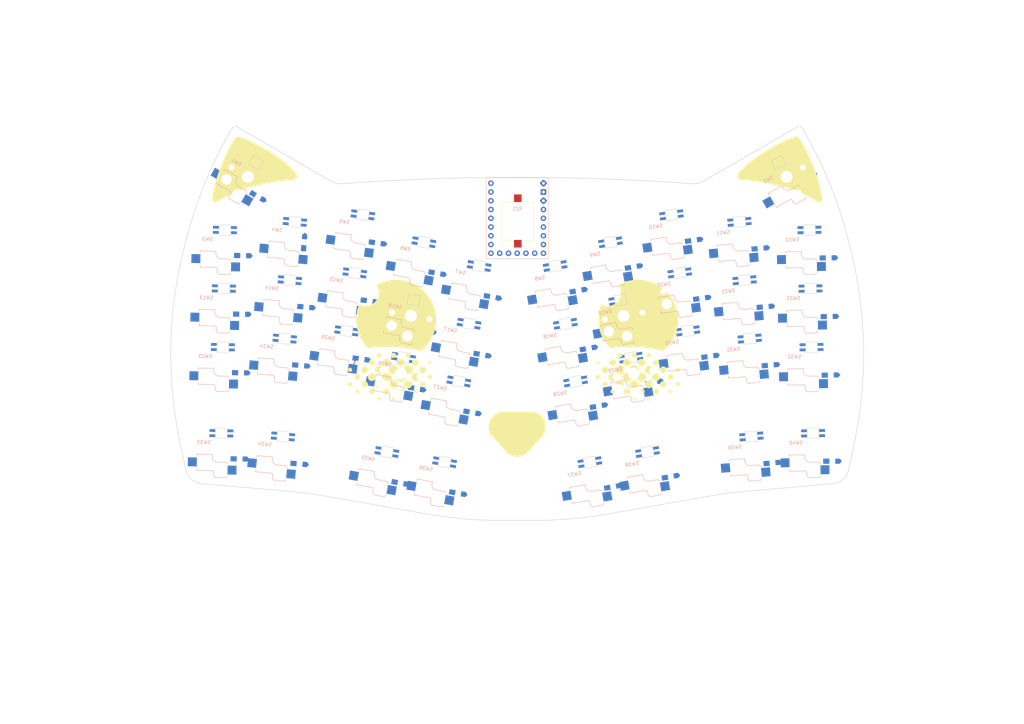
<source format=kicad_pcb>
(kicad_pcb (version 20221018) (generator pcbnew)
  (layers (0 "F.Cu" signal) (31 "B.Cu" signal) (34 "B.Paste" user) (35 "F.Paste" user) (36 "B.SilkS" user "B.Silkscreen") (37 "F.SilkS" user "F.Silkscreen") (38 "B.Mask" user) (39 "F.Mask" user) (44 "Edge.Cuts" user))
  (net 0 "")
  (net 1 "row0")
  (net 2 "Net-(D1-A)")
  (net 3 "row1")
  (net 4 "Net-(D2-A)")
  (net 5 "row2")
  (net 6 "Net-(D3-A)")
  (net 7 "row3")
  (net 8 "Net-(D4-A)")
  (net 9 "Net-(D5-A)")
  (net 10 "Net-(D6-A)")
  (net 11 "Net-(D7-A)")
  (net 12 "Net-(D8-A)")
  (net 13 "Net-(D9-A)")
  (net 14 "Net-(D10-A)")
  (net 15 "Net-(D11-A)")
  (net 16 "Net-(D12-A)")
  (net 17 "Net-(D13-A)")
  (net 18 "Net-(D14-A)")
  (net 19 "Net-(D15-A)")
  (net 20 "Net-(D16-A)")
  (net 21 "Net-(D17-A)")
  (net 22 "Net-(D18-A)")
  (net 23 "Net-(D19-A)")
  (net 24 "Net-(D20-A)")
  (net 25 "Net-(D21-A)")
  (net 26 "Net-(D22-A)")
  (net 27 "Net-(D23-A)")
  (net 28 "Net-(D24-A)")
  (net 29 "Net-(D25-A)")
  (net 30 "Net-(D26-A)")
  (net 31 "Net-(D27-A)")
  (net 32 "Net-(D28-A)")
  (net 33 "Net-(D29-A)")
  (net 34 "Net-(D30-A)")
  (net 35 "Net-(D31-A)")
  (net 36 "Net-(D32-A)")
  (net 37 "Net-(D33-A)")
  (net 38 "Net-(D34-A)")
  (net 39 "Net-(D35-A)")
  (net 40 "Net-(D36-A)")
  (net 41 "col0")
  (net 42 "col1")
  (net 43 "col2")
  (net 44 "col3")
  (net 45 "col4")
  (net 46 "col5")
  (net 47 "col6")
  (net 48 "col7")
  (net 49 "col8")
  (net 50 "col9")
  (net 51 "row4")
  (net 52 "Net-(D37-A)")
  (net 53 "Net-(D38-A)")
  (net 54 "Net-(D39-A)")
  (net 55 "Net-(D40-A)")
  (net 56 "VCC")
  (net 57 "Net-(D41-DOUT)")
  (net 58 "GND")
  (net 59 "LED")
  (net 60 "Net-(D42-DOUT)")
  (net 61 "Net-(D43-DOUT)")
  (net 62 "Net-(D43-DIN)")
  (net 63 "Net-(D44-DIN)")
  (net 64 "Net-(D45-DIN)")
  (net 65 "Net-(D46-DIN)")
  (net 66 "Net-(D47-DIN)")
  (net 67 "Net-(D48-DIN)")
  (net 68 "Net-(D49-DIN)")
  (net 69 "Net-(D50-DIN)")
  (net 70 "Net-(D51-DIN)")
  (net 71 "Net-(D53-DOUT)")
  (net 72 "Net-(D54-DOUT)")
  (net 73 "Net-(D55-DOUT)")
  (net 74 "Net-(D56-DOUT)")
  (net 75 "Net-(D57-DOUT)")
  (net 76 "Net-(D58-DOUT)")
  (net 77 "Net-(D59-DOUT)")
  (net 78 "Net-(D60-DOUT)")
  (net 79 "Net-(D61-DOUT)")
  (net 80 "Net-(D62-DOUT)")
  (net 81 "Net-(D63-DOUT)")
  (net 82 "Net-(D63-DIN)")
  (net 83 "Net-(D64-DIN)")
  (net 84 "Net-(D65-DIN)")
  (net 85 "Net-(D66-DIN)")
  (net 86 "Net-(D67-DIN)")
  (net 87 "Net-(D68-DIN)")
  (net 88 "Net-(D69-DIN)")
  (net 89 "Net-(D70-DIN)")
  (net 90 "Net-(D71-DIN)")
  (net 91 "Net-(D73-DOUT)")
  (net 92 "Net-(D74-DOUT)")
  (net 93 "Net-(D75-DOUT)")
  (net 94 "Net-(D76-DOUT)")
  (net 95 "Net-(D77-DOUT)")
  (net 96 "Net-(D78-DOUT)")
  (net 97 "Net-(D79-DOUT)")
  (net 99 "Sound")
  (footprint "UWUmasterGatekeeperHusoLib:Buzzer_Mallory_AST1109MLTRQ" (layer "F.Cu") (at 150.179115 64.043763 90)
    (fp_text reference "BZ1")
    (fp_text value "Buzzer")
  )
  (footprint "UWUmasterGatekeeperHusoLib:Kailh_socket_PG1350 LED Window ME Version V2" (layer "F.Cu") (at 197.804847 83.755141 8)
    (fp_text reference "SW20")
    (fp_text value "SW_Push")
  )
  (footprint "UWUmasterGatekeeperHusoLib:Kailh_socket_PG1350 LED Window ME Version V2" (layer "F.Cu") (at 82.131039 102.858206 -5)
    (fp_text reference "SW24")
    (fp_text value "SW_Push")
  )
  (footprint "UWUmasterGatekeeperHusoLib:Kailh_socket_PG1350 LED Window ME Version V2" (layer "F.Cu") (at 183.799548 108.333091 10)
    (fp_text reference "SW29")
    (fp_text value "SW_Push")
  )
  (footprint "UWUmasterGatekeeperHusoLib:Kailh_socket_PG1350 LED Window ME Version V2" (layer "F.Cu") (at 180.847529 91.591361 10)
    (fp_text reference "SW19")
    (fp_text value "SW_Push")
  )
  (footprint "UWUmasterGatekeeperHusoLib:Kailh_socket_PG1350 LED Window ME Version V2" (layer "F.Cu") (at 128.116961 138.662696 -10)
    (fp_text reference "SW36")
    (fp_text value "SW_Push")
  )
  (footprint "UWUmasterGatekeeperHusoLib:Kailh_socket_PG1350 LED Window ME Version V2" (layer "F.Cu") (at 122.105998 74.847231 -10)
    (fp_text reference "SW6")
    (fp_text value "SW_Push")
  )
  (footprint "UWUmasterGatekeeperHusoLib:Kailh_socket_PG1350 LED Window ME Version V2" (layer "F.Cu") (at 99.827952 100.590113 -8)
    (fp_text reference "SW25")
    (fp_text value "SW_Push")
  )
  (footprint "UWUmasterGatekeeperHusoLib:Kailh_socket_PG1350 LED Window ME Version V2" (layer "F.Cu") (at 71.832766 51.247651 -30)
    (fp_text reference "SW1")
    (fp_text value "SW_Push")
  )
  (footprint "UWUmasterGatekeeperHusoLib:Kailh_socket_PG1350 LED Window ME Version V2" (layer "F.Cu") (at 64.511341 105.35075 -1)
    (fp_text reference "SW23")
    (fp_text value "SW_Push")
  )
  (footprint "UWUmasterGatekeeperHusoLib:Kailh_socket_PG1350 LED Window ME Version V2" (layer "F.Cu") (at 102.193895 83.755557 -8)
    (fp_text reference "SW15")
    (fp_text value "SW_Push")
  )
  (footprint "UWUmasterGatekeeperHusoLib:Kailh_socket_PG1350 LED Window ME Version V2" (layer "F.Cu") (at 228.16836 51.249905 30)
    (fp_text reference "SW2")
    (fp_text value "SW_Push")
  )
  (footprint "UWUmasterGatekeeperHusoLib:Kailh_socket_PG1350 LED Window ME Version V2" (layer "F.Cu") (at 83.612686 85.922897 -5)
    (fp_text reference "SW14")
    (fp_text value "SW_Push")
  )
  (footprint "UWUmasterGatekeeperHusoLib:Kailh_socket_PG1350 LED Window ME Version V2" (layer "F.Cu") (at 214.904589 68.985457 5)
    (fp_text reference "SW11")
    (fp_text value "SW_Push")
  )
  (footprint "UWUmasterGatekeeperHusoLib:Kailh_socket_PG1350 LED Window ME Version V2" (layer "F.Cu") (at 218.365886 131.256077 5)
    (fp_text reference "SW39")
    (fp_text value "SW_Push")
  )
  (footprint "UWUmasterGatekeeperHusoLib:Kailh_socket_PG1350 LED Window ME Version V2" (layer "F.Cu") (at 188.625548 135.711092 10)
    (fp_text reference "SW38")
    (fp_text value "SW_Push")
  )
  (footprint "UWUmasterGatekeeperHusoLib:Kailh_socket_PG1350 LED Window ME Version V2" (layer "F.Cu") (at 235.488656 105.351063 1)
    (fp_text reference "SW32")
    (fp_text value "SW_Push")
  )
  (footprint "UWUmasterGatekeeperHusoLib:Kailh_socket_PG1350 LED Window ME Version V2" (layer "F.Cu") (at 64.07434 130.333751 -1)
    (fp_text reference "SW33")
    (fp_text value "SW_Push")
  )
  (footprint "UWUmasterGatekeeperHusoLib:Kailh_socket_PG1350 LED Window ME Version V2" (layer "F.Cu") (at 64.808033 88.353341 -1)
    (fp_text reference "SW13")
    (fp_text value "SW_Push")
  )
  (footprint "UWUmasterGatekeeperHusoLib:Kailh_socket_PG1350 LED Window ME Version V2" (layer "F.Cu") (at 116.20196 108.330696 -10)
    (fp_text reference "SW26")
    (fp_text value "SW_Push")
  )
  (footprint "UWUmasterGatekeeperHusoLib:Kailh_socket_PG1350 LED Window ME Version V2" (layer "F.Cu") (at 164.798084 98.484299 10)
    (fp_text reference "SW18")
    (fp_text value "SW_Push")
  )
  (footprint "UWUmasterGatekeeperHusoLib:Kailh_socket_PG1350 LED Window ME Version V2" (layer "F.Cu") (at 234.895273 71.356241 1)
    (fp_text reference "SW12")
    (fp_text value "SW_Push")
  )
  (footprint "UWUmasterGatekeeperHusoLib:Kailh_socket_PG1350 LED Window ME Version V2" (layer "F.Cu") (at 119.153979 91.588964 -10)
    (fp_text reference "SW16")
    (fp_text value "SW_Push")
  )
  (footprint "UWUmasterGatekeeperHusoLib:Kailh_socket_PG1350 LED Window ME Version V2" (layer "F.Cu") (at 65.104724 71.355929 -1)
    (fp_text reference "SW3")
    (fp_text value "SW_Push")
  )
  (footprint "UWUmasterGatekeeperHusoLib:Kailh_socket_PG1350 LED Window ME Version V2" (layer "F.Cu") (at 135.20098 98.481964 -10)
    (fp_text reference "SW17")
    (fp_text value "SW_Push")
  )
  (footprint "UWUmasterGatekeeperHusoLib:Kailh_socket_PG1350 LED Window ME Version V2" (layer "F.Cu") (at 235.924657 130.332063 1)
    (fp_text reference "SW40")
    (fp_text value "SW_Push")
  )
  (footprint "UWUmasterGatekeeperHusoLib:Kailh_socket_PG1350 LED Window ME Version V2" (layer "F.Cu") (at 195.438904 66.920583 8)
    (fp_text reference "SW10")
    (fp_text value "SW_Push")
  )
  (footprint "UWUmasterGatekeeperHusoLib:Kailh_socket_PG1350 LED Window ME Version V2" (layer "F.Cu") (at 111.374961 135.710696 -10)
    (fp_text reference "SW35")
    (fp_text value "SW_Push")
  )
  (footprint "UWUmasterGatekeeperHusoLib:Kailh_socket_PG1350 LED Window ME Version V2" (layer "F.Cu") (at 235.191965 88.353653 1)
    (fp_text reference "SW22")
    (fp_text value "SW_Push")
  )
  (footprint "UWUmasterGatekeeperHusoLib:Kailh_socket_PG1350 LED Window ME Version V2" (layer "F.Cu") (at 200.17079 100.589698 8)
    (fp_text reference "SW30")
    (fp_text value "SW_Push")
  )
  (footprint "UWUmasterGatekeeperHusoLib:Kailh_socket_PG1350 LED Window ME Version V2" (layer "F.Cu") (at 138.153 81.740231 -10)
    (fp_text reference "SW7")
    (fp_text value "SW_Push")
  )
  (footprint "UWUmasterGatekeeperHusoLib:Kailh_socket_PG1350 LED Window ME Version V2" (layer "F.Cu") (at 177.895509 74.84963 10)
    (fp_text reference "SW9")
    (fp_text value "SW_Push")
  )
  (footprint "UWUmasterGatekeeperHusoLib:Kailh_socket_PG1350 LED Window ME Version V2" (layer "F.Cu") (at 81.635038 131.251206 -5)
    (fp_text reference "SW34")
    (fp_text value "SW_Push")
  )
  (footprint "UWUmasterGatekeeperHusoLib:Kailh_socket_PG1350 LED Window ME Version V2" (layer "F.Cu") (at 217.867886 102.856077 5)
    (fp_text reference "SW31")
    (fp_text value "SW_Push")
  )
  (footprint "UWUmasterGatekeeperHusoLib:Kailh_socket_PG1350 LED Window ME Version V2" (layer "F.Cu") (at 104.559838 66.921001 -8)
    (fp_text reference "SW5")
    (fp_text value "SW_Push")
  )
  (footprint "UWUmasterGatekeeperHusoLib:Kailh_socket_PG1350 LED Window ME Version V2" (layer "F.Cu") (at 85.094332 68.987586 -5)
    (fp_text reference "SW4")
    (fp_text value "SW_Push")
  )
  (footprint "UWUmasterGatekeeperHusoLib:Kailh_socket_PG1350 LED Window ME Version V2" (layer "F.Cu") (at 171.884103 138.663032 10)
    (fp_text reference "SW37")
    (fp_text value "SW_Push")
  )
  (footprint "UWUmasterGatekeeperHusoLib:Kailh_socket_PG1350 LED Window ME Version V2" (layer "F.Cu") (at 167.750103 115.226032 10)
    (fp_text reference "SW28")
    (fp_text value "SW_Push")
  )
  (footprint "UWUmasterGatekeeperHusoLib:Kailh_socket_PG1350 LED Window ME Version V2" (layer "F.Cu") (at 161.846066 81.742569 10)
    (fp_text reference "SW8")
    (fp_text value "SW_Push")
  )
  (footprint "UWUmasterGatekeeperHusoLib:Kailh_socket_PG1350 LED Window ME Version V2" (layer "F.Cu") (at 132.248961 115.223696 -10)
    (fp_text reference "SW27")
    (fp_text value "SW_Push")
  )
  (footprint "UWUmasterGatekeeperHusoLib:Kailh_socket_PG1350 LED Window ME Version V2" (layer "F.Cu") (at 216.386238 85.920766 5)
    (fp_text reference "SW21")
    (fp_text value "SW_Push")
  )
  (footprint "UWUmasterGatekeeperHusoLib:Diode_SOD123 triangle clean" (layer "B.Cu") (at 177.797512 141.171548 -170)
    (fp_text reference "D37" hide)
    (fp_text value "D_Small" hide)
  )
  (footprint "UWUmasterGatekeeperHusoLib:SK6812-MINI-E mit LED v2 ohne silk LED FRAME" (layer "B.Cu") (at 128.933432 134.034353 170)
    (fp_text reference "D76")
    (fp_text value "SK6812MINI-E" hide)
    (fp_line (start -1.7 -1.5) (end -1.7 1.5) (stroke (width 0.12)) (layer "Edge.Cuts"))
    (fp_line (start -1.7 1.5) (end 1.7 1.5) (stroke (width 0.12)) (layer "Edge.Cuts"))
    (fp_line (start 1.7 -1.5) (end -1.7 -1.5) (stroke (width 0.12)) (layer "Edge.Cuts"))
    (fp_line (start 1.7 1.5) (end 1.7 -1.5) (stroke (width 0.12)) (layer "Edge.Cuts"))
  )
  (footprint "UWUmasterGatekeeperHusoLib:SK6812-MINI-E mit LED v2 ohne silk LED FRAME" (layer "B.Cu") (at 64.15769 125.634842 179)
    (fp_text reference "D73")
    (fp_text value "SK6812MINI-E" hide)
    (fp_line (start -1.7 -1.5) (end -1.7 1.5) (stroke (width 0.12)) (layer "Edge.Cuts"))
    (fp_line (start -1.7 1.5) (end 1.7 1.5) (stroke (width 0.12)) (layer "Edge.Cuts"))
    (fp_line (start 1.7 -1.5) (end -1.7 -1.5) (stroke (width 0.12)) (layer "Edge.Cuts"))
    (fp_line (start 1.7 1.5) (end 1.7 -1.5) (stroke (width 0.12)) (layer "Edge.Cuts"))
  )
  (footprint "UWUmasterGatekeeperHusoLib:SK6812-MINI-E mit LED v2 ohne silk LED FRAME" (layer "B.Cu") (at 64.88969 83.64984 179)
    (fp_text reference "D53")
    (fp_text value "SK6812MINI-E" hide)
    (fp_line (start -1.7 -1.5) (end -1.7 1.5) (stroke (width 0.12)) (layer "Edge.Cuts"))
    (fp_line (start -1.7 1.5) (end 1.7 1.5) (stroke (width 0.12)) (layer "Edge.Cuts"))
    (fp_line (start 1.7 -1.5) (end -1.7 -1.5) (stroke (width 0.12)) (layer "Edge.Cuts"))
    (fp_line (start 1.7 1.5) (end 1.7 -1.5) (stroke (width 0.12)) (layer "Edge.Cuts"))
  )
  (footprint "UWUmasterGatekeeperHusoLib:Diode_SOD123 triangle clean" (layer "B.Cu") (at 126.810998 79.228001 170)
    (fp_text reference "D6" hide)
    (fp_text value "D_Small" hide)
  )
  (footprint "UWUmasterGatekeeperHusoLib:SK6812-MINI-E mit LED v2 ohne silk LED FRAME" (layer "B.Cu") (at 133.066432 110.593352 170)
    (fp_text reference "D67")
    (fp_text value "SK6812MINI-E" hide)
    (fp_line (start -1.7 -1.5) (end -1.7 1.5) (stroke (width 0.12)) (layer "Edge.Cuts"))
    (fp_line (start -1.7 1.5) (end 1.7 1.5) (stroke (width 0.12)) (layer "Edge.Cuts"))
    (fp_line (start 1.7 -1.5) (end -1.7 -1.5) (stroke (width 0.12)) (layer "Edge.Cuts"))
    (fp_line (start 1.7 1.5) (end 1.7 -1.5) (stroke (width 0.12)) (layer "Edge.Cuts"))
  )
  (footprint "UWUmasterGatekeeperHusoLib:SK6812-MINI-E mit LED v2 ohne silk LED FRAME" (layer "B.Cu") (at 100.480883 95.935934 172)
    (fp_text reference "D65")
    (fp_text value "SK6812MINI-E" hide)
    (fp_line (start -1.7 -1.5) (end -1.7 1.5) (stroke (width 0.12)) (layer "Edge.Cuts"))
    (fp_line (start -1.7 1.5) (end 1.7 1.5) (stroke (width 0.12)) (layer "Edge.Cuts"))
    (fp_line (start 1.7 -1.5) (end -1.7 -1.5) (stroke (width 0.12)) (layer "Edge.Cuts"))
    (fp_line (start 1.7 1.5) (end 1.7 -1.5) (stroke (width 0.12)) (layer "Edge.Cuts"))
  )
  (footprint "UWUmasterGatekeeperHusoLib:Diode_SOD123 triangle clean" (layer "B.Cu") (at 107.14966 87.2821 172)
    (fp_text reference "D15" hide)
    (fp_text value "D_Small" hide)
  )
  (footprint "UWUmasterGatekeeperHusoLib:Diode_SOD123 triangle clean" (layer "B.Cu") (at 88.758373 89.043751 175)
    (fp_text reference "D14" hide)
    (fp_text value "D_Small" hide)
  )
  (footprint "UWUmasterGatekeeperHusoLib:SK6812-MINI-E mit LED v2 ohne silk LED FRAME" (layer "B.Cu") (at 82.044396 126.566202 175)
    (fp_text reference "D74")
    (fp_text value "SK6812MINI-E" hide)
    (fp_line (start -1.7 -1.5) (end -1.7 1.5) (stroke (width 0.12)) (layer "Edge.Cuts"))
    (fp_line (start -1.7 1.5) (end 1.7 1.5) (stroke (width 0.12)) (layer "Edge.Cuts"))
    (fp_line (start 1.7 -1.5) (end -1.7 -1.5) (stroke (width 0.12)) (layer "Edge.Cuts"))
    (fp_line (start 1.7 1.5) (end 1.7 -1.5) (stroke (width 0.12)) (layer "Edge.Cuts"))
  )
  (footprint "UWUmasterGatekeeperHusoLib:Diode_SOD123 triangle clean" (layer "B.Cu") (at 70.432541 74.098859 179)
    (fp_text reference "D3" hide)
    (fp_text value "D_Small" hide)
  )
  (footprint "UWUmasterGatekeeperHusoLib:Diode_SOD123 triangle clean" (layer "B.Cu") (at 206.007204 103.303645 -172)
    (fp_text reference "D30" hide)
    (fp_text value "D_Small" hide)
  )
  (footprint "UWUmasterGatekeeperHusoLib:SK6812-MINI-E mit LED v2 ohne silk LED FRAME" (layer "B.Cu") (at 74.182013 47.176482 150)
    (fp_text reference "D41")
    (fp_text value "SK6812MINI-E" hide)
    (fp_line (start -1.7 -1.5) (end -1.7 1.5) (stroke (width 0.12)) (layer "Edge.Cuts"))
    (fp_line (start -1.7 1.5) (end 1.7 1.5) (stroke (width 0.12)) (layer "Edge.Cuts"))
    (fp_line (start 1.7 -1.5) (end -1.7 -1.5) (stroke (width 0.12)) (layer "Edge.Cuts"))
    (fp_line (start 1.7 1.5) (end 1.7 -1.5) (stroke (width 0.12)) (layer "Edge.Cuts"))
  )
  (footprint "UWUmasterGatekeeperHusoLib:SK6812-MINI-E mit LED v2 ohne silk LED FRAME" (layer "B.Cu") (at 187.808959 131.081437 -170)
    (fp_text reference "D78")
    (fp_text value "SK6812MINI-E" hide)
    (fp_line (start -1.7 -1.5) (end -1.7 1.5) (stroke (width 0.12)) (layer "Edge.Cuts"))
    (fp_line (start -1.7 1.5) (end 1.7 1.5) (stroke (width 0.12)) (layer "Edge.Cuts"))
    (fp_line (start 1.7 -1.5) (end -1.7 -1.5) (stroke (width 0.12)) (layer "Edge.Cuts"))
    (fp_line (start 1.7 1.5) (end 1.7 -1.5) (stroke (width 0.12)) (layer "Edge.Cuts"))
  )
  (footprint "UWUmasterGatekeeperHusoLib:Diode_SOD123 triangle clean" (layer "B.Cu") (at 201.257204 69.633644 -172)
    (fp_text reference "D10" hide)
    (fp_text value "D_Small" hide)
  )
  (footprint "UWUmasterGatekeeperHusoLib:Diode_SOD123 triangle clean" (layer "B.Cu") (at 220.576704 71.995748 -175)
    (fp_text reference "D11" hide)
    (fp_text value "D_Small" hide)
  )
  (footprint "UWUmasterGatekeeperHusoLib:Diode_SOD123 triangle clean" (layer "B.Cu") (at 69.832723 108.093569 179)
    (fp_text reference "D23" hide)
    (fp_text value "D_Small" hide)
  )
  (footprint "UWUmasterGatekeeperHusoLib:SK6812-MINI-E mit LED v2 ohne silk LED FRAME" (layer "B.Cu") (at 119.970431 86.961353 170)
    (fp_text reference "D56")
    (fp_text value "SK6812MINI-E" hide)
    (fp_line (start -1.7 -1.5) (end -1.7 1.5) (stroke (width 0.12)) (layer "Edge.Cuts"))
    (fp_line (start -1.7 1.5) (end 1.7 1.5) (stroke (width 0.12)) (layer "Edge.Cuts"))
    (fp_line (start 1.7 -1.5) (end -1.7 -1.5) (stroke (width 0.12)) (layer "Edge.Cuts"))
    (fp_line (start 1.7 1.5) (end 1.7 -1.5) (stroke (width 0.12)) (layer "Edge.Cuts"))
  )
  (footprint "UWUmasterGatekeeperHusoLib:SK6812-MINI-E mit LED v2 ohne silk LED FRAME" (layer "B.Cu") (at 217.462661 98.175506 -175)
    (fp_text reference "D71")
    (fp_text value "SK6812MINI-E" hide)
    (fp_line (start -1.7 -1.5) (end -1.7 1.5) (stroke (width 0.12)) (layer "Edge.Cuts"))
    (fp_line (start -1.7 1.5) (end 1.7 1.5) (stroke (width 0.12)) (layer "Edge.Cuts"))
    (fp_line (start 1.7 -1.5) (end -1.7 -1.5) (stroke (width 0.12)) (layer "Edge.Cuts"))
    (fp_line (start 1.7 1.5) (end 1.7 -1.5) (stroke (width 0.12)) (layer "Edge.Cuts"))
  )
  (footprint "UWUmasterGatekeeperHusoLib:SK6812-MINI-E mit LED v2 ohne silk LED FRAME" (layer "B.Cu") (at 117.016959 103.700564 170)
    (fp_text reference "D66")
    (fp_text value "SK6812MINI-E" hide)
    (fp_line (start -1.7 -1.5) (end -1.7 1.5) (stroke (width 0.12)) (layer "Edge.Cuts"))
    (fp_line (start -1.7 1.5) (end 1.7 1.5) (stroke (width 0.12)) (layer "Edge.Cuts"))
    (fp_line (start 1.7 -1.5) (end -1.7 -1.5) (stroke (width 0.12)) (layer "Edge.Cuts"))
    (fp_line (start 1.7 1.5) (end 1.7 -1.5) (stroke (width 0.12)) (layer "Edge.Cuts"))
  )
  (footprint "UWUmasterGatekeeperHusoLib:SK6812-MINI-E mit LED v2 ohne silk LED FRAME" (layer "B.Cu") (at 199.521122 95.940667 -172)
    (fp_text reference "D70")
    (fp_text value "SK6812MINI-E" hide)
    (fp_line (start -1.7 -1.5) (end -1.7 1.5) (stroke (width 0.12)) (layer "Edge.Cuts"))
    (fp_line (start -1.7 1.5) (end 1.7 1.5) (stroke (width 0.12)) (layer "Edge.Cuts"))
    (fp_line (start 1.7 -1.5) (end -1.7 -1.5) (stroke (width 0.12)) (layer "Edge.Cuts"))
    (fp_line (start 1.7 1.5) (end 1.7 -1.5) (stroke (width 0.12)) (layer "Edge.Cuts"))
  )
  (footprint "UWUmasterGatekeeperHusoLib:SK6812-MINI-E mit LED v2 ohne silk LED FRAME" (layer "B.Cu") (at 163.980516 93.855375 -170)
    (fp_text reference "D58")
    (fp_text value "SK6812MINI-E" hide)
    (fp_line (start -1.7 -1.5) (end -1.7 1.5) (stroke (width 0.12)) (layer "Edge.Cuts"))
    (fp_line (start -1.7 1.5) (end 1.7 1.5) (stroke (width 0.12)) (layer "Edge.Cuts"))
    (fp_line (start 1.7 -1.5) (end -1.7 -1.5) (stroke (width 0.12)) (layer "Edge.Cuts"))
    (fp_line (start 1.7 1.5) (end 1.7 -1.5) (stroke (width 0.12)) (layer "Edge.Cuts"))
  )
  (footprint "UWUmasterGatekeeperHusoLib:SK6812-MINI-E mit LED v2 ohne silk LED FRAME" (layer "B.Cu") (at 214.492601 64.302202 5)
    (fp_text reference "D51")
    (fp_text value "SK6812MINI-E" hide)
    (fp_line (start -1.7 -1.5) (end -1.7 1.5) (stroke (width 0.12)) (layer "Edge.Cuts"))
    (fp_line (start -1.7 1.5) (end 1.7 1.5) (stroke (width 0.12)) (layer "Edge.Cuts"))
    (fp_line (start 1.7 -1.5) (end -1.7 -1.5) (stroke (width 0.12)) (layer "Edge.Cuts"))
    (fp_line (start 1.7 1.5) (end 1.7 -1.5) (stroke (width 0.12)) (layer "Edge.Cuts"))
  )
  (footprint "UWUmasterGatekeeperHusoLib:Diode_SOD123 triangle clean" (layer "B.Cu") (at 240.930999 108.757999 -179)
    (fp_text reference "D32" hide)
    (fp_text value "D_Small" hide)
  )
  (footprint "UWUmasterGatekeeperHusoLib:SK6812-MINI-E mit LED v2 ohne silk LED FRAME" (layer "B.Cu") (at 194.781121 62.270665 8)
    (fp_text reference "D50")
    (fp_text value "SK6812MINI-E" hide)
    (fp_line (start -1.7 -1.5) (end -1.7 1.5) (stroke (width 0.12)) (layer "Edge.Cuts"))
    (fp_line (start -1.7 1.5) (end 1.7 1.5) (stroke (width 0.12)) (layer "Edge.Cuts"))
    (fp_line (start 1.7 -1.5) (end -1.7 -1.5) (stroke (width 0.12)) (layer "Edge.Cuts"))
    (fp_line (start 1.7 1.5) (end 1.7 -1.5) (stroke (width 0.12)) (layer "Edge.Cuts"))
  )
  (footprint "UWUmasterGatekeeperHusoLib:SK6812-MINI-E mit LED v2 ohne silk LED FRAME" (layer "B.Cu") (at 235.843687 125.636161 -179)
    (fp_text reference "D80")
    (fp_text value "SK6812MINI-E" hide)
    (fp_line (start -1.7 -1.5) (end -1.7 1.5) (stroke (width 0.12)) (layer "Edge.Cuts"))
    (fp_line (start -1.7 1.5) (end 1.7 1.5) (stroke (width 0.12)) (layer "Edge.Cuts"))
    (fp_line (start 1.7 -1.5) (end -1.7 -1.5) (stroke (width 0.12)) (layer "Edge.Cuts"))
    (fp_line (start 1.7 1.5) (end 1.7 -1.5) (stroke (width 0.12)) (layer "Edge.Cuts"))
  )
  (footprint "UWUmasterGatekeeperHusoLib:Diode_SOD123 triangle clean" (layer "B.Cu") (at 104.790296 104.117581 172)
    (fp_text reference "D25" hide)
    (fp_text value "D_Small" hide)
  )
  (footprint "UWUmasterGatekeeperHusoLib:SK6812-MINI-E mit LED v2 ohne silk LED FRAME" (layer "B.Cu") (at 166.932516 110.600376 -170)
    (fp_text reference "D68")
    (fp_text value "SK6812MINI-E" hide)
    (fp_line (start -1.7 -1.5) (end -1.7 1.5) (stroke (width 0.12)) (layer "Edge.Cuts"))
    (fp_line (start -1.7 1.5) (end 1.7 1.5) (stroke (width 0.12)) (layer "Edge.Cuts"))
    (fp_line (start 1.7 -1.5) (end -1.7 -1.5) (stroke (width 0.12)) (layer "Edge.Cuts"))
    (fp_line (start 1.7 1.5) (end 1.7 -1.5) (stroke (width 0.12)) (layer "Edge.Cuts"))
  )
  (footprint "UWUmasterGatekeeperHusoLib:RP2040-Zero" (layer "B.Cu") (at 158.997999 75.008001 180)
    (fp_text reference "RZ1")
    (fp_text value "RP2040-Zero")
  )
  (footprint "UWUmasterGatekeeperHusoLib:SK6812-MINI-E mit LED v2 ohne silk LED FRAME" (layer "B.Cu") (at 136.016432 93.853351 170)
    (fp_text reference "D57")
    (fp_text value "SK6812MINI-E" hide)
    (fp_line (start -1.7 -1.5) (end -1.7 1.5) (stroke (width 0.12)) (layer "Edge.Cuts"))
    (fp_line (start -1.7 1.5) (end 1.7 1.5) (stroke (width 0.12)) (layer "Edge.Cuts"))
    (fp_line (start 1.7 -1.5) (end -1.7 -1.5) (stroke (width 0.12)) (layer "Edge.Cuts"))
    (fp_line (start 1.7 1.5) (end 1.7 -1.5) (stroke (width 0.12)) (layer "Edge.Cuts"))
  )
  (footprint "UWUmasterGatekeeperHusoLib:Diode_SOD123 triangle clean" (layer "B.Cu") (at 240.336687 74.754946 -179)
    (fp_text reference "D12" hide)
    (fp_text value "D_Small" hide)
  )
  (footprint "UWUmasterGatekeeperHusoLib:Diode_SOD123 triangle clean" (layer "B.Cu") (at 109.510406 70.446812 172)
    (fp_text reference "D5" hide)
    (fp_text value "D_Small" hide)
  )
  (footprint "UWUmasterGatekeeperHusoLib:SK6812-MINI-E mit LED v2 ohne silk LED FRAME" (layer "B.Cu") (at 65.186693 66.65584 -1)
    (fp_text reference "D43")
    (fp_text value "SK6812MINI-E" hide)
    (fp_line (start -1.7 -1.5) (end -1.7 1.5) (stroke (width 0.12)) (layer "Edge.Cuts"))
    (fp_line (start -1.7 1.5) (end 1.7 1.5) (stroke (width 0.12)) (layer "Edge.Cuts"))
    (fp_line (start 1.7 -1.5) (end -1.7 -1.5) (stroke (width 0.12)) (layer "Edge.Cuts"))
    (fp_line (start 1.7 1.5) (end 1.7 -1.5) (stroke (width 0.12)) (layer "Edge.Cuts"))
  )
  (footprint "UWUmasterGatekeeperHusoLib:Diode_SOD123 triangle clean" (layer "B.Cu") (at 142.87 86.119999 170)
    (fp_text reference "D7" hide)
    (fp_text value "D_Small" hide)
  )
  (footprint "UWUmasterGatekeeperHusoLib:Diode_SOD123 triangle clean" (layer "B.Cu") (at 183.800998 77.368 -170)
    (fp_text reference "D9" hide)
    (fp_text value "D_Small" hide)
  )
  (footprint "UWUmasterGatekeeperHusoLib:SK6812-MINI-E mit LED v2 ohne silk LED FRAME" (layer "B.Cu") (at 180.03196 86.963437 -170)
    (fp_text reference "D59")
    (fp_text value "SK6812MINI-E" hide)
    (fp_line (start -1.7 -1.5) (end -1.7 1.5) (stroke (width 0.12)) (layer "Edge.Cuts"))
    (fp_line (start -1.7 1.5) (end 1.7 1.5) (stroke (width 0.12)) (layer "Edge.Cuts"))
    (fp_line (start 1.7 -1.5) (end -1.7 -1.5) (stroke (width 0.12)) (layer "Edge.Cuts"))
    (fp_line (start 1.7 1.5) (end 1.7 -1.5) (stroke (width 0.12)) (layer "Edge.Cuts"))
  )
  (footprint "UWUmasterGatekeeperHusoLib:Diode_SOD123 triangle clean" (layer "B.Cu") (at 241.380998 133.752001 180)
    (fp_text reference "D40" hide)
    (fp_text value "D_Small" hide)
  )
  (footprint "UWUmasterGatekeeperHusoLib:SK6812-MINI-E mit LED v2 ohne silk LED FRAME" (layer "B.Cu") (at 215.972602 81.232202 -175)
    (fp_text reference "D61")
    (fp_text value "SK6812MINI-E" hide)
    (fp_line (start -1.7 -1.5) (end -1.7 1.5) (stroke (width 0.12)) (layer "Edge.Cuts"))
    (fp_line (start -1.7 1.5) (end 1.7 1.5) (stroke (width 0.12)) (layer "Edge.Cuts"))
    (fp_line (start 1.7 -1.5) (end -1.7 -1.5) (stroke (width 0.12)) (layer "Edge.Cuts"))
    (fp_line (start 1.7 1.5) (end 1.7 -1.5) (stroke (width 0.12)) (layer "Edge.Cuts"))
  )
  (footprint "UWUmasterGatekeeperHusoLib:SK6812-MINI-E mit LED v2 ohne silk LED FRAME" (layer "B.Cu") (at 197.151122 79.100666 -172)
    (fp_text reference "D60")
    (fp_text value "SK6812MINI-E" hide)
    (fp_line (start -1.7 -1.5) (end -1.7 1.5) (stroke (width 0.12)) (layer "Edge.Cuts"))
    (fp_line (start -1.7 1.5) (end 1.7 1.5) (stroke (width 0.12)) (layer "Edge.Cuts"))
    (fp_line (start 1.7 -1.5) (end -1.7 -1.5) (stroke (width 0.12)) (layer "Edge.Cuts"))
    (fp_line (start 1.7 1.5) (end 1.7 -1.5) (stroke (width 0.12)) (layer "Edge.Cuts"))
  )
  (footprint "UWUmasterGatekeeperHusoLib:Diode_SOD123 triangle clean" (layer "B.Cu") (at 234.598592 51.583257 -150)
    (fp_text reference "D2" hide)
    (fp_text value "D_Small" hide)
  )
  (footprint "UWUmasterGatekeeperHusoLib:Diode_SOD123 triangle clean" (layer "B.Cu") (at 139.88 102.86 170)
    (fp_text reference "D17" hide)
    (fp_text value "D_Small" hide)
  )
  (footprint "UWUmasterGatekeeperHusoLib:Diode_SOD123 triangle clean" (layer "B.Cu") (at 223.526707 105.875747 -175)
    (fp_text reference "D31" hide)
    (fp_text value "D_Small" hide)
  )
  (footprint "UWUmasterGatekeeperHusoLib:SK6812-MINI-E mit LED v2 ohne silk LED FRAME" (layer "B.Cu") (at 171.066515 134.032375 -170)
    (fp_text reference "D77")
    (fp_text value "SK6812MINI-E" hide)
    (fp_line (start -1.7 -1.5) (end -1.7 1.5) (stroke (width 0.12)) (layer "Edge.Cuts"))
    (fp_line (start -1.7 1.5) (end 1.7 1.5) (stroke (width 0.12)) (layer "Edge.Cuts"))
    (fp_line (start 1.7 -1.5) (end -1.7 -1.5) (stroke (width 0.12)) (layer "Edge.Cuts"))
    (fp_line (start 1.7 1.5) (end 1.7 -1.5) (stroke (width 0.12)) (layer "Edge.Cuts"))
  )
  (footprint "UWUmasterGatekeeperHusoLib:Diode_SOD123 triangle clean" (layer "B.Cu") (at 222.056706 88.935747 -175)
    (fp_text reference "D21" hide)
    (fp_text value "D_Small" hide)
  )
  (footprint "UWUmasterGatekeeperHusoLib:Diode_SOD123 triangle clean" (layer "B.Cu") (at 167.766556 84.239551 -170)
    (fp_text reference "D8" hide)
    (fp_text value "D_Small" hide)
  )
  (footprint "UWUmasterGatekeeperHusoLib:Diode_SOD123 triangle clean" (layer "B.Cu") (at 240.640998 91.758001 -179)
    (fp_text reference "D22" hide)
    (fp_text value "D_Small" hide)
  )
  (footprint "UWUmasterGatekeeperHusoLib:SK6812-MINI-E mit LED v2 ohne silk LED FRAME" (layer "B.Cu") (at 82.540396 98.176201 175)
    (fp_text reference "D64")
    (fp_text value "SK6812MINI-E" hide)
    (fp_line (start -1.7 -1.5) (end -1.7 1.5) (stroke (width 0.12)) (layer "Edge.Cuts"))
    (fp_line (start -1.7 1.5) (end 1.7 1.5) (stroke (width 0.12)) (layer "Edge.Cuts"))
    (fp_line (start 1.7 -1.5) (end -1.7 -1.5) (stroke (width 0.12)) (layer "Edge.Cuts"))
    (fp_line (start 1.7 1.5) (end 1.7 -1.5) (stroke (width 0.12)) (layer "Edge.Cuts"))
  )
  (footprint "UWUmasterGatekeeperHusoLib:Diode_SOD123 triangle clean" (layer "B.Cu") (at 74.789998 56.991 150)
    (fp_text reference "D1" hide)
    (fp_text value "D_Small" hide)
  )
  (footprint "UWUmasterGatekeeperHusoLib:SK6812-MINI-E mit LED v2 ohne silk LED FRAME" (layer "B.Cu") (at 102.848881 79.099935 172)
    (fp_text reference "D55")
    (fp_text value "SK6812MINI-E" hide)
    (fp_line (start -1.7 -1.5) (end -1.7 1.5) (stroke (width 0.12)) (layer "Edge.Cuts"))
    (fp_line (start -1.7 1.5) (end 1.7 1.5) (stroke (width 0.12)) (layer "Edge.Cuts"))
    (fp_line (start 1.7 -1.5) (end -1.7 -1.5) (stroke (width 0.12)) (layer "Edge.Cuts"))
    (fp_line (start 1.7 1.5) (end 1.7 -1.5) (stroke (width 0.12)) (layer "Edge.Cuts"))
  )
  (footprint "UWUmasterGatekeeperHusoLib:SK6812-MINI-E mit LED v2 ohne silk LED FRAME" (layer "B.Cu") (at 105.212882 62.262933 -8)
    (fp_text reference "D45")
    (fp_text value "SK6812MINI-E" hide)
    (fp_line (start -1.7 -1.5) (end -1.7 1.5) (stroke (width 0.12)) (layer "Edge.Cuts"))
    (fp_line (start -1.7 1.5) (end 1.7 1.5) (stroke (width 0.12)) (layer "Edge.Cuts"))
    (fp_line (start 1.7 -1.5) (end -1.7 -1.5) (stroke (width 0.12)) (layer "Edge.Cuts"))
    (fp_line (start 1.7 1.5) (end 1.7 -1.5) (stroke (width 0.12)) (layer "Edge.Cuts"))
  )
  (footprint "UWUmasterGatekeeperHusoLib:SK6812-MINI-E mit LED v2 ohne silk LED FRAME" (layer "B.Cu") (at 234.807511 66.652391 1)
    (fp_text reference "D52")
    (fp_text value "SK6812MINI-E" hide)
    (fp_line (start -1.7 -1.5) (end -1.7 1.5) (stroke (width 0.12)) (layer "Edge.Cuts"))
    (fp_line (start -1.7 1.5) (end 1.7 1.5) (stroke (width 0.12)) (layer "Edge.Cuts"))
    (fp_line (start 1.7 -1.5) (end -1.7 -1.5) (stroke (width 0.12)) (layer "Edge.Cuts"))
    (fp_line (start 1.7 1.5) (end 1.7 -1.5) (stroke (width 0.12)) (layer "Edge.Cuts"))
  )
  (footprint "UWUmasterGatekeeperHusoLib:Diode_SOD123 triangle clean" (layer "B.Cu") (at 123.891 95.978 170)
    (fp_text reference "D16" hide)
    (fp_text value "D_Small" hide)
  )
  (footprint "UWUmasterGatekeeperHusoLib:Diode_SOD123 triangle clean" (layer "B.Cu") (at 132.820999 143.048002 170)
    (fp_text reference "D36" hide)
    (fp_text value "D_Small" hide)
  )
  (footprint "UWUmasterGatekeeperHusoLib:SK6812-MINI-E mit LED v2 ohne silk LED FRAME" (layer "B.Cu") (at 161.029515 77.115375 10)
    (fp_text reference "D48")
    (fp_text value "SK6812MINI-E" hide)
    (fp_line (start -1.7 -1.5) (end -1.7 1.5) (stroke (width 0.12)) (layer "Edge.Cuts"))
    (fp_line (start -1.7 1.5) (end 1.7 1.5) (stroke (width 0.12)) (layer "Edge.Cuts"))
    (fp_line (start 1.7 -1.5) (end -1.7 -1.5) (stroke (width 0.12)) (layer "Edge.Cuts"))
    (fp_line (start 1.7 1.5) (end 1.7 -1.5) (stroke (width 0.12)) (layer "Edge.Cuts"))
  )
  (footprint "UWUmasterGatekeeperHusoLib:SK6812-MINI-E mit LED v2 ohne silk LED FRAME" (layer "B.Cu") (at 217.952664 126.567504 -175)
    (fp_text reference "D79")
    (fp_text value "SK6812MINI-E" hide)
    (fp_line (start -1.7 -1.5) (end -1.7 1.5) (stroke (width 0.12)) (layer "Edge.Cuts"))
    (fp_line (start -1.7 1.5) (end 1.7 1.5) (stroke (width 0.12)) (layer "Edge.Cuts"))
    (fp_line (start 1.7 -1.5) (end -1.7 -1.5) (stroke (width 0.12)) (layer "Edge.Cuts"))
    (fp_line (start 1.7 1.5) (end 1.7 -1.5) (stroke (width 0.12)) (layer "Edge.Cuts"))
  )
  (footprint "UWUmasterGatekeeperHusoLib:Diode_SOD123 triangle clean" (layer "B.Cu") (at 189.708953 110.837612 -170)
    (fp_text reference "D29" hide)
    (fp_text value "D_Small" hide)
  )
  (footprint "UWUmasterGatekeeperHusoLib:Diode_SOD123 triangle clean" (layer "B.Cu") (at 170.724513 100.99955 -170)
    (fp_text reference "D18" hide)
    (fp_text value "D_Small" hide)
  )
  (footprint "UWUmasterGatekeeperHusoLib:Diode_SOD123 triangle clean" (layer "B.Cu") (at 203.620999 86.473646 -172)
    (fp_text reference "D20" hide)
    (fp_text value "D_Small" hide)
  )
  (footprint "UWUmasterGatekeeperHusoLib:SK6812-MINI-E mit LED v2 ohne silk LED FRAME" (layer "B.Cu") (at 235.407511 100.65239 -179)
    (fp_text reference "D72")
    (fp_text value "SK6812MINI-E" hide)
    (fp_line (start -1.7 -1.5) (end -1.7 1.5) (stroke (width 0.12)) (layer "Edge.Cuts"))
    (fp_line (start -1.7 1.5) (end 1.7 1.5) (stroke (width 0.12)) (layer "Edge.Cuts"))
    (fp_line (start 1.7 -1.5) (end -1.7 -1.5) (stroke (width 0.12)) (layer "Edge.Cuts"))
    (fp_line (start 1.7 1.5) (end 1.7 -1.5) (stroke (width 0.12)) (layer "Edge.Cuts"))
  )
  (footprint "UWUmasterGatekeeperHusoLib:Diode_SOD123 triangle clean" (layer "B.Cu") (at 87.27877 105.97924 175)
    (fp_text reference "D24" hide)
    (fp_text value "D_Small" hide)
  )
  (footprint "UWUmasterGatekeeperHusoLib:Diode_SOD123 triangle clean" (layer "B.Cu") (at 70.142501 91.096386 179)
    (fp_text reference "D13" hide)
    (fp_text value "D_Small" hide)
  )
  (footprint "UWUmasterGatekeeperHusoLib:Diode_SOD123 triangle clean" (layer "B.Cu") (at 116.098999 140.091 170)
    (fp_text reference "D35" hide)
    (fp_text value "D_Small" hide)
  )
  (footprint "UWUmasterGatekeeperHusoLib:Diode_SOD123 triangle clean" (layer "B.Cu") (at 69.415608 133.091043 179)
    (fp_text reference "D33" hide)
    (fp_text value "D_Small" hide)
  )
  (footprint "UWUmasterGatekeeperHusoLib:Diode_SOD123 triangle clean" (layer "B.Cu") (at 120.901 112.718002 170)
    (fp_text reference "D26" hide)
    (fp_text value "D_Small" hide)
  )
  (footprint "UWUmasterGatekeeperHusoLib:SK6812-MINI-E mit LED v2 ohne silk LED FRAME" (layer "B.Cu") (at 235.107511 83.652391 -179)
    (fp_text reference "D62")
    (fp_text value "SK6812MINI-E" hide)
    (fp_line (start -1.7 -1.5) (end -1.7 1.5) (stroke (width 0.12)) (layer "Edge.Cuts"))
    (fp_line (start -1.7 1.5) (end 1.7 1.5) (stroke (width 0.12)) (layer "Edge.Cuts"))
    (fp_line (start 1.7 -1.5) (end -1.7 -1.5) (stroke (width 0.12)) (layer "Edge.Cuts"))
    (fp_line (start 1.7 1.5) (end 1.7 -1.5) (stroke (width 0.12)) (layer "Edge.Cuts"))
  )
  (footprint "UWUmasterGatekeeperHusoLib:Diode_SOD123 triangle clean" (layer "B.Cu") (at 173.654512 117.739552 -170)
    (fp_text reference "D28" hide)
    (fp_text value "D_Small" hide)
  )
  (footprint "UWUmasterGatekeeperHusoLib:Diode_SOD123 triangle clean" (layer "B.Cu") (at 194.518955 138.227611 -170)
    (fp_text reference "D38" hide)
    (fp_text value "D_Small" hide)
  )
  (footprint "UWUmasterGatekeeperHusoLib:SK6812-MINI-E mit LED v2 ohne silk LED FRAME" (layer "B.Cu") (at 85.503395 64.304202 -5)
    (fp_text reference "D44")
    (fp_text value "SK6812MINI-E" hide)
    (fp_line (start -1.7 -1.5) (end -1.7 1.5) (stroke (width 0.12)) (layer "Edge.Cuts"))
    (fp_line (start -1.7 1.5) (end 1.7 1.5) (stroke (width 0.12)) (layer "Edge.Cuts"))
    (fp_line (start 1.7 -1.5) (end -1.7 -1.5) (stroke (width 0.12)) (layer "Edge.Cuts"))
    (fp_line (start 1.7 1.5) (end 1.7 -1.5) (stroke (width 0.12)) (layer "Edge.Cuts"))
  )
  (footprint "UWUmasterGatekeeperHusoLib:Diode_SOD123 triangle clean" (layer "B.Cu") (at 86.779355 134.540976 175)
    (fp_text reference "D34" hide)
    (fp_text value "D_Small" hide)
  )
  (footprint "UWUmasterGatekeeperHusoLib:SK6812-MINI-E mit LED v2 ohne silk LED FRAME" (layer "B.Cu") (at 182.983959 103.704436 -170)
    (fp_text reference "D69")
    (fp_text value "SK6812MINI-E" hide)
    (fp_line (start -1.7 -1.5) (end -1.7 1.5) (stroke (width 0.12)) (layer "Edge.Cuts"))
    (fp_line (start -1.7 1.5) (end 1.7 1.5) (stroke (width 0.12)) (layer "Edge.Cuts"))
    (fp_line (start 1.7 -1.5) (end -1.7 -1.5) (stroke (width 0.12)) (layer "Edge.Cuts"))
    (fp_line (start 1.7 1.5) (end 1.7 -1.5) (stroke (width 0.12)) (layer "Edge.Cuts"))
  )
  (footprint "UWUmasterGatekeeperHusoLib:Diode_SOD123 triangle clean" (layer "B.Cu") (at 136.960003 119.609999 170)
    (fp_text reference "D27" hide)
    (fp_text value "D_Small" hide)
  )
  (footprint "UWUmasterGatekeeperHusoLib:SK6812-MINI-E mit LED v2 ohne silk LED FRAME" (layer "B.Cu") (at 64.594692 100.653842 179)
    (fp_text reference "D63")
    (fp_text value "SK6812MINI-E" hide)
    (fp_line (start -1.7 -1.5) (end -1.7 1.5) (stroke (width 0.12)) (layer "Edge.Cuts"))
    (fp_line (start -1.7 1.5) (end 1.7 1.5) (stroke (width 0.12)) (layer "Edge.Cuts"))
    (fp_line (start 1.7 -1.5) (end -1.7 -1.5) (stroke (width 0.12)) (layer "Edge.Cuts"))
    (fp_line (start 1.7 1.5) (end 1.7 -1.5) (stroke (width 0.12)) (layer "Edge.Cuts"))
  )
  (footprint "UWUmasterGatekeeperHusoLib:Diode_SOD123 triangle clean" (layer "B.Cu") (at 224.036708 134.267748 -175)
    (fp_text reference "D39" hide)
    (fp_text value "D_Small" hide)
  )
  (footprint "UWUmasterGatekeeperHusoLib:SK6812-MINI-E mit LED v2 ohne silk LED FRAME" (layer "B.Cu") (at 138.968433 77.111349 -10)
    (fp_text reference "D47")
    (fp_text value "SK6812MINI-E" hide)
    (fp_line (start -1.7 -1.5) (end -1.7 1.5) (stroke (width 0.12)) (layer "Edge.Cuts"))
    (fp_line (start -1.7 1.5) (end 1.7 1.5) (stroke (width 0.12)) (layer "Edge.Cuts"))
    (fp_line (start 1.7 -1.5) (end -1.7 -1.5) (stroke (width 0.12)) (layer "Edge.Cuts"))
    (fp_line (start 1.7 1.5) (end 1.7 -1.5) (stroke (width 0.12)) (layer "Edge.Cuts"))
  )
  (footprint "UWUmasterGatekeeperHusoLib:SK6812-MINI-E mit LED v2 ohne silk LED FRAME" (layer "B.Cu") (at 225.82258 47.173738 -150)
    (fp_text reference "D42")
    (fp_text value "SK6812MINI-E" hide)
    (fp_line (start -1.7 -1.5) (end -1.7 1.5) (stroke (width 0.12)) (layer "Edge.Cuts"))
    (fp_line (start -1.7 1.5) (end 1.7 1.5) (stroke (width 0.12)) (layer "Edge.Cuts"))
    (fp_line (start 1.7 -1.5) (end -1.7 -1.5) (stroke (width 0.12)) (layer "Edge.Cuts"))
    (fp_line (start 1.7 1.5) (end 1.7 -1.5) (stroke (width 0.12)) (layer "Edge.Cuts"))
  )
  (footprint "UWUmasterGatekeeperHusoLib:Diode_SOD123 triangle clean" (layer "B.Cu") (at 186.758956 94.107611 -170)
    (fp_text reference "D19" hide)
    (fp_text value "D_Small" hide)
  )
  (footprint "UWUmasterGatekeeperHusoLib:SK6812-MINI-E mit LED v2 ohne silk LED FRAME" (layer "B.Cu") (at 122.92343 70.213352 -10)
    (fp_text reference "D46")
    (fp_text value "SK6812MINI-E" hide)
    (fp_line (start -1.7 -1.5) (end -1.7 1.5) (stroke (width 0.12)) (layer "Edge.Cuts"))
    (fp_line (start -1.7 1.5) (end 1.7 1.5) (stroke (width 0.12)) (layer "Edge.Cuts"))
    (fp_line (start 1.7 -1.5) (end -1.7 -1.5) (stroke (width 0.12)) (layer "Edge.Cuts"))
    (fp_line (start 1.7 1.5) (end 1.7 -1.5) (stroke (width 0.12)) (layer "Edge.Cuts"))
  )
  (footprint "UWUmasterGatekeeperHusoLib:Diode_SOD123 triangle clean" (layer "B.Cu") (at 88.174115 70.246762 -95)
    (fp_text reference "D4" hide)
    (fp_text value "D_Small" hide)
  )
  (footprint "UWUmasterGatekeeperHusoLib:SK6812-MINI-E mit LED v2 ohne silk LED FRAME" (layer "B.Cu") (at 112.191431 131.080351 170)
    (fp_text reference "D75")
    (fp_text value "SK6812MINI-E" hide)
    (fp_line (start -1.7 -1.5) (end -1.7 1.5) (stroke (width 0.12)) (layer "Edge.Cuts"))
    (fp_line (start -1.7 1.5) (end 1.7 1.5) (stroke (width 0.12)) (layer "Edge.Cuts"))
    (fp_line (start 1.7 -1.5) (end -1.7 -1.5) (stroke (width 0.12)) (layer "Edge.Cuts"))
    (fp_line (start 1.7 1.5) (end 1.7 -1.5) (stroke (width 0.12)) (layer "Edge.Cuts"))
  )
  (footprint "UWUmasterGatekeeperHusoLib:SK6812-MINI-E mit LED v2 ohne silk LED FRAME" (layer "B.Cu") (at 177.079959 70.220438 10)
    (fp_text reference "D49")
    (fp_text value "SK6812MINI-E" hide)
    (fp_line (start -1.7 -1.5) (end -1.7 1.5) (stroke (width 0.12)) (layer "Edge.Cuts"))
    (fp_line (start -1.7 1.5) (end 1.7 1.5) (stroke (width 0.12)) (layer "Edge.Cuts"))
    (fp_line (start 1.7 -1.5) (end -1.7 -1.5) (stroke (width 0.12)) (layer "Edge.Cuts"))
    (fp_line (start 1.7 1.5) (end 1.7 -1.5) (stroke (width 0.12)) (layer "Edge.Cuts"))
  )
  (footprint "UWUmasterGatekeeperHusoLib:SK6812-MINI-E mit LED v2 ohne silk LED FRAME" (layer "B.Cu") (at 84.022397 81.237202 175)
    (fp_text reference "D54")
    (fp_text value "SK6812MINI-E" hide)
    (fp_line (start -1.7 -1.5) (end -1.7 1.5) (stroke (width 0.12)) (layer "Edge.Cuts"))
    (fp_line (start -1.7 1.5) (end 1.7 1.5) (stroke (width 0.12)) (layer "Edge.Cuts"))
    (fp_line (start 1.7 -1.5) (end -1.7 -1.5) (stroke (width 0.12)) (layer "Edge.Cuts"))
    (fp_line (start 1.7 1.5) (end 1.7 -1.5) (stroke (width 0.12)) (layer "Edge.Cuts"))
  )
  (gr_poly (pts (xy 107.87358 104.240566) (xy 107.918373 104.244829) (xy 107.962703 104.251474) (xy 108.006498 104.260434) (xy 108.049687 104.271642) (xy 108.092197 104.28503) (xy 108.133958 104.300533) (xy 108.174897 104.318081) (xy 108.214942 104.337609) (xy 108.254023 104.359049) (xy 108.292066 104.382334) (xy 108.329002 104.407396) (xy 108.364757 104.434169) (xy 108.39926 104.462585) (xy 108.43244 104.492578) (xy 108.464224 104.524079) (xy 108.494542 104.557022) (xy 108.523321 104.591339) (xy 108.550489 104.626964) (xy 108.575976 104.66383) (xy 108.599709 104.701868) (xy 108.621616 104.741012) (xy 108.641626 104.781195) (xy 108.659668 104.822349) (xy 108.675669 104.864408) (xy 108.689557 104.907304) (xy 108.701262 104.950969) (xy 108.710711 104.995338) (xy 108.717833 105.040342) (xy 108.722556 105.085915) (xy 108.724808 105.131989) (xy 108.724792 105.135521) (xy 108.724585 105.179943) (xy 108.722017 105.223874) (xy 108.717148 105.267256) (xy 108.710034 105.310031) (xy 108.700734 105.352142) (xy 108.689307 105.393531) (xy 108.67581 105.434142) (xy 108.660302 105.473915) (xy 108.64284 105.512795) (xy 108.623483 105.550723) (xy 108.602289 105.587642) (xy 108.579316 105.623495) (xy 108.554623 105.658224) (xy 108.528267 105.691771) (xy 108.500306 105.724079) (xy 108.470798 105.755091) (xy 108.439803 105.784749) (xy 108.407377 105.812995) (xy 108.37358 105.839772) (xy 108.338468 105.865024) (xy 108.302101 105.888691) (xy 108.264536 105.910717) (xy 108.225832 105.931044) (xy 108.186046 105.949614) (xy 108.145237 105.966371) (xy 108.103463 105.981257) (xy 108.060782 105.994213) (xy 108.017253 106.005184) (xy 107.972932 106.014111) (xy 107.927879 106.020936) (xy 107.882152 106.025603) (xy 107.835808 106.028053) (xy 107.793529 106.028076) (xy 107.751408 106.025549) (xy 107.709521 106.020547) (xy 107.667943 106.013144) (xy 107.626751 106.003415) (xy 107.586019 105.991436) (xy 107.545823 105.977282) (xy 107.50624 105.961027) (xy 107.467343 105.942746) (xy 107.429209 105.922514) (xy 107.391914 105.900406) (xy 107.355533 105.876497) (xy 107.320141 105.850863) (xy 107.285815 105.823577) (xy 107.252629 105.794715) (xy 107.22066 105.764352) (xy 107.189983 105.732562) (xy 107.160673 105.699422) (xy 107.132806 105.665004) (xy 107.106458 105.629386) (xy 107.081704 105.592641) (xy 107.05862 105.554844) (xy 107.037281 105.51607) (xy 107.017763 105.476395) (xy 107.000142 105.435893) (xy 106.984492 105.394639) (xy 106.97089 105.352708) (xy 106.959412 105.310175) (xy 106.950132 105.267114) (xy 106.943127 105.223602) (xy 106.938471 105.179713) (xy 106.936241 105.135521) (xy 106.936467 105.093892) (xy 106.939084 105.0524) (xy 106.94402 105.011118) (xy 106.951207 104.970121) (xy 106.960574 104.929483) (xy 106.972053 104.889279) (xy 106.985573 104.849582) (xy 107.001064 104.810467) (xy 107.018457 104.772009) (xy 107.037681 104.734281) (xy 107.058668 104.697359) (xy 107.081347 104.661315) (xy 107.105649 104.626225) (xy 107.131504 104.592162) (xy 107.158842 104.559201) (xy 107.187593 104.527417) (xy 107.217687 104.496883) (xy 107.249055 104.467675) (xy 107.281628 104.439865) (xy 107.315334 104.413528) (xy 107.350105 104.38874) (xy 107.385871 104.365573) (xy 107.422562 104.344103) (xy 107.460108 104.324403) (xy 107.498439 104.306548) (xy 107.537486 104.290612) (xy 107.577179 104.276669) (xy 107.617448 104.264794) (xy 107.658223 104.255061) (xy 107.699435 104.247544) (xy 107.741014 104.242318) (xy 107.78289 104.239456) (xy 107.828395 104.238753)) (fill solid) (layer "F.SilkS"))
  (gr_poly (pts (xy 107.862238 112.696436) (xy 107.902472 112.699534) (xy 107.942331 112.70484) (xy 107.981752 112.71229) (xy 108.020671 112.721819) (xy 108.059026 112.733365) (xy 108.096753 112.746863) (xy 108.133789 112.762249) (xy 108.170071 112.77946) (xy 108.205534 112.79843) (xy 108.240117 112.819097) (xy 108.273755 112.841396) (xy 108.306386 112.865264) (xy 108.337945 112.890636) (xy 108.368371 112.917449) (xy 108.397598 112.945638) (xy 108.425565 112.975139) (xy 108.452208 113.00589) (xy 108.477463 113.037825) (xy 108.501267 113.070881) (xy 108.523557 113.104993) (xy 108.544269 113.140099) (xy 108.563341 113.176133) (xy 108.580709 113.213033) (xy 108.59631 113.250733) (xy 108.61008 113.289171) (xy 108.621956 113.328281) (xy 108.631874 113.368001) (xy 108.639773 113.408266) (xy 108.645587 113.449012) (xy 108.649254 113.490176) (xy 108.650711 113.531693) (xy 108.649725 113.575612) (xy 108.646789 113.618708) (xy 108.641939 113.660946) (xy 108.635209 113.702288) (xy 108.626634 113.742697) (xy 108.616249 113.782136) (xy 108.60409 113.820569) (xy 108.59019 113.857959) (xy 108.574585 113.894269) (xy 108.557309 113.929461) (xy 108.538398 113.963501) (xy 108.517886 113.996349) (xy 108.495809 114.027971) (xy 108.4722 114.058328) (xy 108.447096 114.087384) (xy 108.42053 114.115103) (xy 108.392538 114.141447) (xy 108.363155 114.166379) (xy 108.332416 114.189864) (xy 108.300354 114.211863) (xy 108.267006 114.23234) (xy 108.232406 114.251259) (xy 108.196589 114.268582) (xy 108.15959 114.284273) (xy 108.121444 114.298295) (xy 108.082185 114.310611) (xy 108.041849 114.321184) (xy 108.00047 114.329977) (xy 107.958083 114.336954) (xy 107.914724 114.342078) (xy 107.870426 114.345312) (xy 107.825226 114.346619) (xy 107.821693 114.346619) (xy 107.777425 114.346253) (xy 107.733941 114.34386) (xy 107.691282 114.33948) (xy 107.64949 114.333153) (xy 107.608604 114.32492) (xy 107.568667 114.31482) (xy 107.529717 114.302893) (xy 107.491797 114.289179) (xy 107.454946 114.273719) (xy 107.419206 114.256552) (xy 107.384616 114.237719) (xy 107.351219 114.217259) (xy 107.319054 114.195212) (xy 107.288162 114.17162) (xy 107.258584 114.14652) (xy 107.23036 114.119955) (xy 107.203532 114.091963) (xy 107.178139 114.062585) (xy 107.154224 114.031861) (xy 107.131825 113.999831) (xy 107.110985 113.966535) (xy 107.091743 113.932013) (xy 107.074141 113.896304) (xy 107.058219 113.85945) (xy 107.044017 113.82149) (xy 107.031577 113.782464) (xy 107.02094 113.742412) (xy 107.012145 113.701375) (xy 107.005234 113.659391) (xy 107.000247 113.616502) (xy 106.997225 113.572748) (xy 106.996208 113.528168) (xy 106.997275 113.48544) (xy 107.00044 113.44328) (xy 107.005655 113.401738) (xy 107.012868 113.360867) (xy 107.02203 113.320716) (xy 107.033089 113.281337) (xy 107.045996 113.242781) (xy 107.060699 113.205099) (xy 107.077149 113.168342) (xy 107.095296 113.132561) (xy 107.115088 113.097807) (xy 107.136476 113.064131) (xy 107.159409 113.031584) (xy 107.183837 113.000217) (xy 107.209709 112.970082) (xy 107.236975 112.941229) (xy 107.265584 112.913709) (xy 107.295487 112.887573) (xy 107.326632 112.862873) (xy 107.35897 112.839659) (xy 107.39245 112.817983) (xy 107.427022 112.797895) (xy 107.462635 112.779447) (xy 107.499238 112.762689) (xy 107.536782 112.747673) (xy 107.575217 112.734449) (xy 107.614491 112.723069) (xy 107.654554 112.713584) (xy 107.695356 112.706044) (xy 107.736847 112.700501) (xy 107.778977 112.697006) (xy 107.821693 112.69561)) (fill solid) (layer "F.SilkS"))
  (gr_poly (pts (xy 190.347803 108.177445) (xy 190.405469 108.181553) (xy 190.46245 108.188737) (xy 190.518663 108.198912) (xy 190.574023 108.211994) (xy 190.628447 108.227898) (xy 190.68185 108.246539) (xy 190.734148 108.267834) (xy 190.785257 108.291697) (xy 190.835094 108.318044) (xy 190.883575 108.34679) (xy 190.930615 108.37785) (xy 190.97613 108.41114) (xy 191.020037 108.446575) (xy 191.062252 108.484071) (xy 191.10269 108.523543) (xy 191.141267 108.564907) (xy 191.177901 108.608077) (xy 191.212505 108.652969) (xy 191.244998 108.699499) (xy 191.275294 108.747582) (xy 191.30331 108.797133) (xy 191.328961 108.848067) (xy 191.352165 108.900301) (xy 191.372835 108.953749) (xy 191.39089 109.008327) (xy 191.406245 109.06395) (xy 191.418815 109.120534) (xy 191.428517 109.177994) (xy 191.435267 109.236245) (xy 191.438981 109.295202) (xy 191.439575 109.354782) (xy 191.437098 109.415201) (xy 191.431695 109.474704) (xy 191.423434 109.533223) (xy 191.412388 109.590688) (xy 191.398625 109.647033) (xy 191.382218 109.702187) (xy 191.363236 109.756084) (xy 191.341749 109.808654) (xy 191.317828 109.859828) (xy 191.291543 109.909539) (xy 191.262965 109.957717) (xy 191.232165 110.004295) (xy 191.199212 110.049204) (xy 191.164177 110.092375) (xy 191.12713 110.133741) (xy 191.088142 110.173231) (xy 191.047284 110.210779) (xy 191.004625 110.246315) (xy 190.960236 110.279771) (xy 190.914188 110.311078) (xy 190.866551 110.340169) (xy 190.817395 110.366974) (xy 190.76679 110.391425) (xy 190.714808 110.413454) (xy 190.661518 110.432992) (xy 190.606992 110.449971) (xy 190.551298 110.464322) (xy 190.494509 110.475977) (xy 190.436694 110.484866) (xy 190.377923 110.490923) (xy 190.318267 110.494078) (xy 190.257797 110.494263) (xy 190.199272 110.491484) (xy 190.141481 110.485845) (xy 190.0845 110.477419) (xy 190.028401 110.466281) (xy 189.973257 110.452504) (xy 189.919144 110.436164) (xy 189.866133 110.417335) (xy 189.8143 110.39609) (xy 189.763717 110.372504) (xy 189.714458 110.346651) (xy 189.666597 110.318607) (xy 189.620207 110.288444) (xy 189.575363 110.256237) (xy 189.532137 110.222061) (xy 189.490604 110.185989) (xy 189.450836 110.148097) (xy 189.412908 110.108458) (xy 189.376894 110.067146) (xy 189.342866 110.024237) (xy 189.310899 109.979803) (xy 189.281067 109.93392) (xy 189.253442 109.886662) (xy 189.228098 109.838103) (xy 189.20511 109.788317) (xy 189.18455 109.737379) (xy 189.166493 109.685362) (xy 189.151011 109.632342) (xy 189.13818 109.578392) (xy 189.128071 109.523587) (xy 189.12076 109.468) (xy 189.116319 109.411708) (xy 189.114822 109.354782) (xy 189.114792 109.354782) (xy 189.116741 109.298036) (xy 189.121863 109.241632) (xy 189.130065 109.185665) (xy 189.141254 109.130229) (xy 189.155337 109.075419) (xy 189.17222 109.021327) (xy 189.191811 108.96805) (xy 189.214017 108.915681) (xy 189.238744 108.864314) (xy 189.265901 108.814045) (xy 189.295393 108.764966) (xy 189.327127 108.717173) (xy 189.361012 108.670759) (xy 189.396953 108.62582) (xy 189.434857 108.582449) (xy 189.474632 108.540741) (xy 189.516185 108.50079) (xy 189.559422 108.46269) (xy 189.604251 108.426536) (xy 189.650579 108.392422) (xy 189.698312 108.360442) (xy 189.747357 108.33069) (xy 189.797622 108.303262) (xy 189.849013 108.278251) (xy 189.901438 108.255751) (xy 189.954803 108.235857) (xy 190.009016 108.218663) (xy 190.063983 108.204264) (xy 190.119612 108.192754) (xy 190.175809 108.184227) (xy 190.232481 108.178777) (xy 190.289536 108.176498)) (fill solid) (layer "F.SilkS"))
  (gr_poly (pts (xy 184.033806 105.821771) (xy 184.102578 105.827271) (xy 184.170558 105.836322) (xy 184.237653 105.848827) (xy 184.303765 105.864692) (xy 184.3688 105.88382) (xy 184.432663 105.906115) (xy 184.495256 105.931483) (xy 184.556486 105.959827) (xy 184.616255 105.991053) (xy 184.67447 106.025063) (xy 184.731033 106.061764) (xy 184.785849 106.101059) (xy 184.838824 106.142852) (xy 184.889861 106.187048) (xy 184.938864 106.233552) (xy 184.985738 106.282267) (xy 185.030388 106.333099) (xy 185.072717 106.385951) (xy 185.112631 106.440728) (xy 185.150033 106.497335) (xy 185.184828 106.555675) (xy 185.216921 106.615653) (xy 185.246215 106.677174) (xy 185.272616 106.740142) (xy 185.296027 106.804462) (xy 185.316353 106.870037) (xy 185.333499 106.936772) (xy 185.347368 107.004571) (xy 185.357865 107.07334) (xy 185.364895 107.142982) (xy 185.368362 107.213402) (xy 185.368501 107.282489) (xy 185.36501 107.350783) (xy 185.357979 107.418191) (xy 185.347499 107.484624) (xy 185.33366 107.549989) (xy 185.316552 107.614196) (xy 185.296266 107.677153) (xy 185.272893 107.73877) (xy 185.246523 107.798956) (xy 185.217246 107.857619) (xy 185.185152 107.914668) (xy 185.150333 107.970013) (xy 185.112878 108.023562) (xy 185.072878 108.075224) (xy 185.030424 108.124908) (xy 184.985605 108.172523) (xy 184.938513 108.217977) (xy 184.889237 108.261181) (xy 184.837869 108.302043) (xy 184.784498 108.340471) (xy 184.729214 108.376374) (xy 184.67211 108.409663) (xy 184.613274 108.440245) (xy 184.552797 108.468029) (xy 184.49077 108.492924) (xy 184.427283 108.51484) (xy 184.362427 108.533685) (xy 184.296291 108.549368) (xy 184.228967 108.561798) (xy 184.160545 108.570884) (xy 184.091115 108.576534) (xy 184.020767 108.578659) (xy 184.017258 108.582191) (xy 183.938948 108.580806) (xy 183.862148 108.576031) (xy 183.786924 108.567929) (xy 183.713339 108.556563) (xy 183.641456 108.541996) (xy 183.571341 108.52429) (xy 183.503055 108.503509) (xy 183.436665 108.479714) (xy 183.372233 108.452968) (xy 183.309824 108.423334) (xy 183.249501 108.390875) (xy 183.191329 108.355653) (xy 183.135371 108.317731) (xy 183.081691 108.277172) (xy 183.030354 108.234038) (xy 182.981422 108.188392) (xy 182.934961 108.140296) (xy 182.891034 108.089814) (xy 182.849705 108.037008) (xy 182.811038 107.98194) (xy 182.775097 107.924673) (xy 182.741946 107.86527) (xy 182.711648 107.803794) (xy 182.684268 107.740307) (xy 182.65987 107.674872) (xy 182.638518 107.607551) (xy 182.620275 107.538408) (xy 182.605206 107.467504) (xy 182.593374 107.394903) (xy 182.584843 107.320667) (xy 182.579678 107.244859) (xy 182.577942 107.167542) (xy 182.579786 107.099115) (xy 182.585256 107.031483) (xy 182.594257 106.964733) (xy 182.606694 106.898958) (xy 182.622471 106.834248) (xy 182.641494 106.770693) (xy 182.663668 106.708383) (xy 182.688898 106.647408) (xy 182.717089 106.587861) (xy 182.748146 106.529829) (xy 182.781975 106.473405) (xy 182.818479 106.418679) (xy 182.857564 106.365741) (xy 182.899136 106.314681) (xy 182.943099 106.26559) (xy 182.989359 106.218558) (xy 183.03782 106.173676) (xy 183.088387 106.131035) (xy 183.140966 106.090724) (xy 183.195462 106.052834) (xy 183.251779 106.017455) (xy 183.309823 105.984679) (xy 183.369498 105.954595) (xy 183.430711 105.927293) (xy 183.493365 105.902865) (xy 183.557366 105.881401) (xy 183.622619 105.862991) (xy 183.689029 105.847725) (xy 183.756501 105.835694) (xy 183.82494 105.826989) (xy 183.894252 105.821699) (xy 183.96434 105.819916)) (fill solid) (layer "F.SilkS"))
  (gr_poly (pts (xy 112.087455 107.994129) (xy 112.157733 107.998616) (xy 112.22692 108.006438) (xy 112.294934 108.017517) (xy 112.361694 108.031774) (xy 112.427121 108.049131) (xy 112.491133 108.069508) (xy 112.55365 108.092827) (xy 112.614591 108.119009) (xy 112.673875 108.147974) (xy 112.731421 108.179645) (xy 112.787149 108.213943) (xy 112.840978 108.250788) (xy 112.892827 108.290102) (xy 112.942616 108.331807) (xy 112.990263 108.375822) (xy 113.035688 108.42207) (xy 113.07881 108.470471) (xy 113.119549 108.520948) (xy 113.157823 108.57342) (xy 113.193553 108.62781) (xy 113.226656 108.684038) (xy 113.257053 108.742025) (xy 113.284663 108.801694) (xy 113.309404 108.862964) (xy 113.331197 108.925758) (xy 113.34996 108.989996) (xy 113.365613 109.0556) (xy 113.378075 109.12249) (xy 113.387266 109.190588) (xy 113.393103 109.259816) (xy 113.395508 109.330093) (xy 113.394556 109.403465) (xy 113.390412 109.475375) (xy 113.38313 109.545768) (xy 113.372764 109.61459) (xy 113.359367 109.681783) (xy 113.342993 109.747293) (xy 113.323695 109.811065) (xy 113.301528 109.873041) (xy 113.276544 109.933168) (xy 113.248797 109.99139) (xy 113.218341 110.04765) (xy 113.18523 110.101893) (xy 113.149517 110.154065) (xy 113.111255 110.204108) (xy 113.070499 110.251969) (xy 113.027302 110.29759) (xy 112.981717 110.340917) (xy 112.933799 110.381894) (xy 112.8836 110.420466) (xy 112.831175 110.456577) (xy 112.776577 110.490171) (xy 112.719859 110.521192) (xy 112.661076 110.549586) (xy 112.60028 110.575297) (xy 112.537526 110.598269) (xy 112.472867 110.618447) (xy 112.406357 110.635774) (xy 112.338049 110.650196) (xy 112.267997 110.661658) (xy 112.196254 110.670102) (xy 112.122875 110.675474) (xy 112.047913 110.677719) (xy 112.051445 110.674171) (xy 111.978976 110.67317) (xy 111.907792 110.668884) (xy 111.83796 110.661378) (xy 111.769545 110.650718) (xy 111.702612 110.636967) (xy 111.637229 110.620191) (xy 111.573461 110.600454) (xy 111.511373 110.57782) (xy 111.451032 110.552354) (xy 111.392503 110.524121) (xy 111.335853 110.493186) (xy 111.281147 110.459612) (xy 111.228452 110.423465) (xy 111.177832 110.384809) (xy 111.129354 110.343708) (xy 111.083084 110.300228) (xy 111.039088 110.254433) (xy 110.997431 110.206387) (xy 110.95818 110.156156) (xy 110.9214 110.103803) (xy 110.887158 110.049393) (xy 110.855518 109.992991) (xy 110.826548 109.934662) (xy 110.800313 109.87447) (xy 110.776878 109.812479) (xy 110.75631 109.748755) (xy 110.738675 109.683361) (xy 110.724038 109.616364) (xy 110.712465 109.547826) (xy 110.704023 109.477812) (xy 110.698777 109.406388) (xy 110.696793 109.333618) (xy 110.698165 109.264302) (xy 110.70289 109.195973) (xy 110.71089 109.128711) (xy 110.722088 109.062592) (xy 110.736403 108.997695) (xy 110.75376 108.934099) (xy 110.774078 108.871881) (xy 110.797281 108.811119) (xy 110.82329 108.751893) (xy 110.852026 108.694279) (xy 110.883412 108.638356) (xy 110.91737 108.584203) (xy 110.953821 108.531897) (xy 110.992687 108.481517) (xy 111.03389 108.43314) (xy 111.077353 108.386846) (xy 111.122995 108.342711) (xy 111.170741 108.300815) (xy 111.22051 108.261235) (xy 111.272226 108.22405) (xy 111.32581 108.189337) (xy 111.381184 108.157176) (xy 111.438269 108.127643) (xy 111.496988 108.100818) (xy 111.557262 108.076778) (xy 111.619014 108.055602) (xy 111.682164 108.037368) (xy 111.746636 108.022153) (xy 111.81235 108.010037) (xy 111.879228 108.001096) (xy 111.947193 107.99541) (xy 112.016167 107.993057)) (fill solid) (layer "F.SilkS"))
  (gr_poly (pts (xy 181.943742 107.910874) (xy 182.014288 107.91698) (xy 182.083908 107.926605) (xy 182.15251 107.939658) (xy 182.220004 107.95605) (xy 182.286298 107.97569) (xy 182.351302 107.998488) (xy 182.414923 108.024352) (xy 182.477072 108.053193) (xy 182.537657 108.08492) (xy 182.596588 108.119443) (xy 182.653772 108.156672) (xy 182.709119 108.196515) (xy 182.762537 108.238883) (xy 182.813937 108.283684) (xy 182.863226 108.33083) (xy 182.910314 108.380228) (xy 182.955109 108.431789) (xy 182.99752 108.485423) (xy 183.037457 108.541038) (xy 183.074829 108.598544) (xy 183.109543 108.657852) (xy 183.14151 108.71887) (xy 183.170637 108.781508) (xy 183.196835 108.845676) (xy 183.220011 108.911283) (xy 183.240076 108.978239) (xy 183.256937 109.046454) (xy 183.270504 109.115836) (xy 183.280685 109.186296) (xy 183.28739 109.257742) (xy 183.290527 109.330086) (xy 183.289903 109.400927) (xy 183.285456 109.471164) (xy 183.277291 109.540689) (xy 183.265512 109.609395) (xy 183.250225 109.677173) (xy 183.231534 109.743915) (xy 183.209543 109.809514) (xy 183.184358 109.873862) (xy 183.156082 109.936851) (xy 183.124821 109.998372) (xy 183.090679 110.058319) (xy 183.053761 110.116583) (xy 183.014171 110.173057) (xy 182.972014 110.227632) (xy 182.927395 110.280201) (xy 182.880419 110.330655) (xy 182.831189 110.378887) (xy 182.779811 110.42479) (xy 182.726389 110.468254) (xy 182.671028 110.509173) (xy 182.613833 110.547439) (xy 182.554908 110.582942) (xy 182.494358 110.615577) (xy 182.432287 110.645234) (xy 182.3688 110.671806) (xy 182.304002 110.695185) (xy 182.237998 110.715264) (xy 182.170892 110.731933) (xy 182.102788 110.745086) (xy 182.033792 110.754615) (xy 181.964007 110.760411) (xy 181.893539 110.762367) (xy 181.817341 110.760572) (xy 181.742261 110.75524) (xy 181.668386 110.746452) (xy 181.5958 110.73429) (xy 181.524588 110.718832) (xy 181.454837 110.700162) (xy 181.386631 110.678358) (xy 181.320055 110.653502) (xy 181.255196 110.625675) (xy 181.192137 110.594957) (xy 181.130965 110.561429) (xy 181.071764 110.525172) (xy 181.01462 110.486266) (xy 180.959617 110.444793) (xy 180.906843 110.400833) (xy 180.85638 110.354466) (xy 180.808316 110.305775) (xy 180.762735 110.254838) (xy 180.719722 110.201738) (xy 180.679362 110.146554) (xy 180.641741 110.089368) (xy 180.606945 110.03026) (xy 180.575058 109.969311) (xy 180.546165 109.906602) (xy 180.520352 109.842213) (xy 180.497704 109.776226) (xy 180.478307 109.708721) (xy 180.462245 109.639778) (xy 180.449605 109.569479) (xy 180.44047 109.497904) (xy 180.434926 109.425134) (xy 180.433101 109.352889) (xy 180.434664 109.281407) (xy 180.440075 109.208855) (xy 180.449191 109.137225) (xy 180.461911 109.066617) (xy 180.478135 108.99713) (xy 180.497762 108.928864) (xy 180.520691 108.861919) (xy 180.546821 108.796394) (xy 180.576052 108.732387) (xy 180.608283 108.67) (xy 180.643412 108.609331) (xy 180.681341 108.55048) (xy 180.721966 108.493545) (xy 180.765188 108.438628) (xy 180.810907 108.385827) (xy 180.85902 108.335241) (xy 180.909428 108.286971) (xy 180.96203 108.241115) (xy 181.016724 108.197773) (xy 181.073411 108.157045) (xy 181.131989 108.11903) (xy 181.192358 108.083828) (xy 181.254417 108.051537) (xy 181.318064 108.022259) (xy 181.3832 107.996091) (xy 181.449724 107.973133) (xy 181.517534 107.953486) (xy 181.58653 107.937247) (xy 181.656612 107.924518) (xy 181.727678 107.915397) (xy 181.799628 107.909984) (xy 181.87236 107.908379)) (fill solid) (layer "F.SilkS"))
  (gr_poly (pts (xy 110.02796 106.009063) (xy 110.082429 106.014859) (xy 110.136902 106.024144) (xy 110.191256 106.036793) (xy 110.24537 106.052679) (xy 110.299122 106.071677) (xy 110.352389 106.093661) (xy 110.405049 106.118504) (xy 110.456981 106.146081) (xy 110.508062 106.176265) (xy 110.558171 106.208931) (xy 110.607184 106.243953) (xy 110.654981 106.281205) (xy 110.701438 106.320561) (xy 110.746434 106.361894) (xy 110.789847 106.40508) (xy 110.831555 106.449991) (xy 110.871436 106.496503) (xy 110.909367 106.544489) (xy 110.945226 106.593823) (xy 110.978892 106.644379) (xy 111.010242 106.696031) (xy 111.039155 106.748654) (xy 111.065507 106.802121) (xy 111.089178 106.856307) (xy 111.110045 106.911085) (xy 111.127985 106.966329) (xy 111.142878 107.021914) (xy 111.1546 107.077714) (xy 111.16303 107.133602) (xy 111.168046 107.189453) (xy 111.169525 107.24514) (xy 111.167816 107.302857) (xy 111.162754 107.36019) (xy 111.154439 107.417044) (xy 111.14297 107.473323) (xy 111.128448 107.528933) (xy 111.11097 107.583779) (xy 111.090638 107.637766) (xy 111.06755 107.690798) (xy 111.041806 107.742782) (xy 111.013505 107.793622) (xy 110.982747 107.843222) (xy 110.949631 107.891489) (xy 110.914257 107.938327) (xy 110.876725 107.983641) (xy 110.837133 108.027336) (xy 110.795581 108.069318) (xy 110.752169 108.109491) (xy 110.706996 108.14776) (xy 110.660162 108.184031) (xy 110.611765 108.218208) (xy 110.561907 108.250196) (xy 110.510685 108.279902) (xy 110.4582 108.307228) (xy 110.404552 108.332082) (xy 110.349838 108.354367) (xy 110.29416 108.373989) (xy 110.237616 108.390852) (xy 110.180306 108.404863) (xy 110.12233 108.415925) (xy 110.063787 108.423944) (xy 110.004776 108.428825) (xy 109.946861 108.430433) (xy 109.889302 108.42887) (xy 109.830225 108.424073) (xy 109.771779 108.416184) (xy 109.714051 108.405291) (xy 109.65713 108.391481) (xy 109.601102 108.374841) (xy 109.546056 108.355458) (xy 109.492079 108.333419) (xy 109.439261 108.308813) (xy 109.387687 108.281725) (xy 109.337447 108.252243) (xy 109.288628 108.220454) (xy 109.241317 108.186446) (xy 109.195604 108.150306) (xy 109.151575 108.11212) (xy 109.109319 108.071977) (xy 109.068923 108.029962) (xy 109.030475 107.986165) (xy 108.994063 107.940671) (xy 108.959775 107.893567) (xy 108.927698 107.844942) (xy 108.897922 107.794882) (xy 108.870532 107.743475) (xy 108.845618 107.690807) (xy 108.823267 107.636966) (xy 108.803567 107.58204) (xy 108.786606 107.526114) (xy 108.772471 107.469277) (xy 108.761251 107.411616) (xy 108.753033 107.353217) (xy 108.747906 107.294169) (xy 108.745956 107.234558) (xy 108.747626 107.173295) (xy 108.752574 107.112599) (xy 108.760708 107.05256) (xy 108.771939 106.99327) (xy 108.786175 106.93482) (xy 108.803325 106.8773) (xy 108.823298 106.820803) (xy 108.846002 106.765418) (xy 108.871347 106.711237) (xy 108.899241 106.658352) (xy 108.929594 106.606852) (xy 108.962315 106.55683) (xy 108.997312 106.508376) (xy 109.034494 106.461582) (xy 109.07377 106.416538) (xy 109.115049 106.373336) (xy 109.158241 106.332066) (xy 109.203253 106.292821) (xy 109.249995 106.25569) (xy 109.298376 106.220765) (xy 109.348305 106.188137) (xy 109.39969 106.157897) (xy 109.45244 106.130136) (xy 109.506466 106.104946) (xy 109.561674 106.082417) (xy 109.617975 106.06264) (xy 109.675277 106.045707) (xy 109.733489 106.031708) (xy 109.79252 106.020735) (xy 109.85228 106.012879) (xy 109.912676 106.008231) (xy 109.973618 106.006882)) (fill solid) (layer "F.SilkS"))
  (gr_poly (pts (xy 180.433101 109.352889) (xy 180.43306 109.354782) (xy 180.43306 109.35125)) (fill solid) (layer "F.SilkS"))
  (gr_poly (pts (xy 124.72567 108.626635) (xy 124.75662 108.630941) (xy 124.787607 108.637355) (xy 124.818558 108.645792) (xy 124.849397 108.656169) (xy 124.880051 108.668404) (xy 124.910446 108.682412) (xy 124.940506 108.698111) (xy 124.970158 108.715417) (xy 124.999328 108.734247) (xy 125.027941 108.754517) (xy 125.055923 108.776144) (xy 125.083199 108.799045) (xy 125.109696 108.823137) (xy 125.135339 108.848336) (xy 125.160053 108.874558) (xy 125.183765 108.901722) (xy 125.206401 108.929742) (xy 125.227885 108.958536) (xy 125.248144 108.988021) (xy 125.267103 109.018112) (xy 125.284688 109.048728) (xy 125.300825 109.079784) (xy 125.315439 109.111198) (xy 125.328457 109.142885) (xy 125.339803 109.174763) (xy 125.349404 109.206748) (xy 125.357186 109.238756) (xy 125.363073 109.270706) (xy 125.366993 109.302512) (xy 125.36887 109.334093) (xy 125.368629 109.365364) (xy 125.366214 109.396503) (xy 125.361666 109.427695) (xy 125.355064 109.458868) (xy 125.346486 109.489953) (xy 125.336012 109.520877) (xy 125.32372 109.55157) (xy 125.309689 109.581961) (xy 125.293998 109.611979) (xy 125.276726 109.641552) (xy 125.257951 109.67061) (xy 125.237753 109.699081) (xy 125.21621 109.726894) (xy 125.1934 109.753979) (xy 125.169404 109.780264) (xy 125.144299 109.805679) (xy 125.118164 109.830152) (xy 125.091079 109.853611) (xy 125.063121 109.875987) (xy 125.03437 109.897208) (xy 125.004905 109.917203) (xy 124.974804 109.935901) (xy 124.944146 109.95323) (xy 124.913011 109.969121) (xy 124.881476 109.983501) (xy 124.849621 109.996299) (xy 124.817524 110.007446) (xy 124.785264 110.016869) (xy 124.752921 110.024497) (xy 124.720572 110.03026) (xy 124.688297 110.034086) (xy 124.656174 110.035905) (xy 124.624283 110.035645) (xy 124.624283 110.039177) (xy 124.592784 110.036741) (xy 124.561177 110.032136) (xy 124.529541 110.025446) (xy 124.497953 110.016755) (xy 124.466491 110.006147) (xy 124.435235 109.993705) (xy 124.404261 109.979514) (xy 124.373649 109.963658) (xy 124.343476 109.94622) (xy 124.31382 109.927286) (xy 124.28476 109.906937) (xy 124.256373 109.88526) (xy 124.228739 109.862337) (xy 124.201934 109.838253) (xy 124.151128 109.786936) (xy 124.127282 109.759871) (xy 124.10458 109.731981) (xy 124.083097 109.703349) (xy 124.062914 109.67406) (xy 124.044109 109.644197) (xy 124.026758 109.613844) (xy 124.010941 109.583086) (xy 123.996735 109.552006) (xy 123.984219 109.520689) (xy 123.973471 109.489217) (xy 123.964569 109.457676) (xy 123.957591 109.42615) (xy 123.952616 109.394721) (xy 123.949721 109.363475) (xy 123.948985 109.332495) (xy 123.950485 109.301865) (xy 123.954152 109.269785) (xy 123.959813 109.23775) (xy 123.967396 109.205826) (xy 123.976826 109.174079) (xy 123.988031 109.142575) (xy 124.000939 109.111379) (xy 124.015475 109.080559) (xy 124.031568 109.050178) (xy 124.049143 109.020305) (xy 124.068129 108.991003) (xy 124.088452 108.962339) (xy 124.110039 108.93438) (xy 124.132817 108.907191) (xy 124.156713 108.880837) (xy 124.207568 108.830901) (xy 124.26202 108.785099) (xy 124.290412 108.763913) (xy 124.319484 108.743959) (xy 124.349163 108.725301) (xy 124.379376 108.708006) (xy 124.410051 108.69214) (xy 124.441114 108.677769) (xy 124.472492 108.664959) (xy 124.504112 108.653775) (xy 124.535901 108.644284) (xy 124.567787 108.636551) (xy 124.599696 108.630642) (xy 124.631555 108.626623) (xy 124.663291 108.62456) (xy 124.694832 108.624519)) (fill solid) (layer "F.SilkS"))
  (gr_poly (pts (xy 230.959702 39.612465) (xy 231.069998 39.621057) (xy 231.178702 39.637658) (xy 231.28537 39.662626) (xy 231.389557 39.696317) (xy 231.49082 39.739087) (xy 231.540215 39.763989) (xy 231.588713 39.791294) (xy 231.636257 39.821047) (xy 231.682792 39.853293) (xy 231.728263 39.888076) (xy 231.772614 39.925441) (xy 231.815789 39.965433) (xy 231.857732 40.008096) (xy 231.898389 40.053474) (xy 231.937704 40.101613) (xy 231.975621 40.152556) (xy 232.012085 40.206348) (xy 232.015594 40.206348) (xy 232.437988 40.856897) (xy 232.588506 41.100072) (xy 232.758056 41.383214) (xy 232.94717 41.710199) (xy 233.156382 42.084902) (xy 233.386222 42.511199) (xy 233.637223 42.992966) (xy 233.909917 43.534078) (xy 234.204837 44.138412) (xy 234.522515 44.809843) (xy 234.863482 45.552247) (xy 235.228272 46.369499) (xy 235.617416 47.265476) (xy 236.000523 48.189356) (xy 236.348004 49.085671) (xy 236.661607 49.951331) (xy 236.943077 50.783246) (xy 237.416608 52.33348) (xy 237.78257 53.711651) (xy 238.054936 54.893037) (xy 238.247681 55.852915) (xy 238.450195 57.009262) (xy 238.474789 57.165633) (xy 238.49314 57.333026) (xy 238.503471 57.507334) (xy 238.504004 57.684449) (xy 238.492961 57.860261) (xy 238.468564 58.030663) (xy 238.450803 58.112551) (xy 238.429037 58.191546) (xy 238.403043 58.267134) (xy 238.372601 58.338801) (xy 238.337486 58.406035) (xy 238.297478 58.468322) (xy 238.252354 58.525147) (xy 238.201891 58.575999) (xy 238.145868 58.620362) (xy 238.084063 58.657723) (xy 238.016252 58.68757) (xy 237.942215 58.709388) (xy 237.861728 58.722664) (xy 237.77457 58.726884) (xy 237.680518 58.721534) (xy 237.57935 58.706102) (xy 237.470844 58.680074) (xy 237.354778 58.642936) (xy 237.230929 58.594174) (xy 237.099075 58.533276) (xy 236.80847 58.381529) (xy 236.47898 58.197066) (xy 235.694973 57.743323) (xy 234.730311 57.198712) (xy 234.175001 56.900663) (xy 233.568249 56.589897) (xy 232.90796 56.269746) (xy 232.192043 55.943544) (xy 231.418405 55.614624) (xy 230.584951 55.286319) (xy 229.68959 54.961962) (xy 228.730228 54.644886) (xy 227.704772 54.338424) (xy 226.61113 54.04591) (xy 224.419302 53.529004) (xy 222.377623 53.109499) (xy 220.512222 52.777638) (xy 218.849224 52.523664) (xy 217.414758 52.337821) (xy 216.234951 52.210352) (xy 214.74382 52.091511) (xy 214.640055 52.081579) (xy 214.543647 52.063939) (xy 214.454471 52.038962) (xy 214.372402 52.007024) (xy 214.297314 51.968497) (xy 214.229082 51.923754) (xy 214.167581 51.87317) (xy 214.112685 51.817116) (xy 214.06427 51.755967) (xy 214.02221 51.690096) (xy 213.986378 51.619877) (xy 213.956652 51.545682) (xy 213.932904 51.467886) (xy 213.915009 51.38686) (xy 213.902843 51.30298) (xy 213.89628 51.216618) (xy 213.895195 51.128148) (xy 213.899462 51.037942) (xy 213.908956 50.946375) (xy 213.923551 50.853819) (xy 213.943123 50.760648) (xy 213.967547 50.667236) (xy 213.996695 50.573956) (xy 214.030445 50.481181) (xy 214.068669 50.389284) (xy 214.111244 50.298639) (xy 214.158043 50.209619) (xy 214.208941 50.122598) (xy 214.263813 50.037949) (xy 214.322533 49.956046) (xy 214.384977 49.877261) (xy 214.451019 49.801968) (xy 215.175962 49.003251) (xy 215.433885 48.735591) (xy 215.731909 48.439809) (xy 216.074746 48.115438) (xy 216.46711 47.762016) (xy 216.913713 47.379075) (xy 217.419268 46.966152) (xy 217.988488 46.522781) (xy 218.626086 46.048497) (xy 219.336774 45.542834) (xy 220.125267 45.005329) (xy 220.996275 44.435515) (xy 221.954514 43.832928) (xy 222.924758 43.243806) (xy 223.829577 42.712686) (xy 225.448454 41.81238) (xy 226.822183 41.107867) (xy 227.9618 40.575004) (xy 228.878343 40.189646) (xy 229.582849 39.927652) (xy 230.086356 39.764877) (xy 230.399902 39.677177) (xy 230.511491 39.651068) (xy 230.623709 39.631185) (xy 230.736114 39.617886) (xy 230.848259 39.611527)) (fill solid) (layer "F.SilkS"))
  (gr_poly (pts (xy 121.445801 105.146118) (xy 121.445762 105.144133) (xy 121.445801 105.142586)) (fill solid) (layer "F.SilkS"))
  (gr_poly (pts (xy 188.165833 108.430473) (xy 188.162323 108.430489) (xy 188.164375 108.430433)) (fill solid) (layer "F.SilkS"))
  (gr_poly (pts (xy 122.604038 110.703617) (xy 122.643173 110.706608) (xy 122.681462 110.71133) (xy 122.718875 110.717752) (xy 122.75538 110.725841) (xy 122.790949 110.735564) (xy 122.825549 110.746887) (xy 122.859151 110.759777) (xy 122.891726 110.774203) (xy 122.923241 110.79013) (xy 122.953667 110.807526) (xy 122.982974 110.826359) (xy 123.011131 110.846594) (xy 123.038107 110.868199) (xy 123.063874 110.891142) (xy 123.088399 110.915388) (xy 123.111653 110.940906) (xy 123.133605 110.967662) (xy 123.154226 110.995623) (xy 123.173484 111.024757) (xy 123.191349 111.055031) (xy 123.207792 111.08641) (xy 123.222781 111.118864) (xy 123.236286 111.152358) (xy 123.248277 111.18686) (xy 123.258724 111.222336) (xy 123.267596 111.258754) (xy 123.274862 111.296081) (xy 123.280493 111.334284) (xy 123.284458 111.37333) (xy 123.286727 111.413186) (xy 123.28727 111.453819) (xy 123.285994 111.492819) (xy 123.282857 111.531081) (xy 123.277899 111.568571) (xy 123.271159 111.605253) (xy 123.262678 111.641092) (xy 123.252495 111.676055) (xy 123.240652 111.710106) (xy 123.227186 111.743209) (xy 123.21214 111.775331) (xy 123.195552 111.806436) (xy 123.177463 111.836489) (xy 123.157913 111.865456) (xy 123.136943 111.893302) (xy 123.114591 111.919991) (xy 123.090898 111.945489) (xy 123.065904 111.969761) (xy 123.039649 111.992772) (xy 123.012173 112.014487) (xy 122.983517 112.034872) (xy 122.95372 112.053891) (xy 122.922822 112.07151) (xy 122.890863 112.087693) (xy 122.857884 112.102407) (xy 122.823924 112.115615) (xy 122.789024 112.127283) (xy 122.753223 112.137376) (xy 122.716562 112.14586) (xy 122.679081 112.152699) (xy 122.640819 112.157858) (xy 122.601817 112.161303) (xy 122.562114 112.162999) (xy 122.521751 112.16291) (xy 122.482162 112.160714) (xy 122.443448 112.156791) (xy 122.405636 112.151171) (xy 122.368756 112.143886) (xy 122.332834 112.134965) (xy 122.297898 112.124438) (xy 122.263977 112.112337) (xy 122.231097 112.098692) (xy 122.199287 112.083532) (xy 122.168575 112.066889) (xy 122.138988 112.048792) (xy 122.110554 112.029272) (xy 122.0833 112.00836) (xy 122.057255 111.986085) (xy 122.032447 111.962478) (xy 122.008903 111.93757) (xy 121.98665 111.91139) (xy 121.965717 111.883969) (xy 121.946132 111.855338) (xy 121.927922 111.825527) (xy 121.911115 111.794566) (xy 121.895739 111.762485) (xy 121.881821 111.729316) (xy 121.86939 111.695087) (xy 121.858473 111.65983) (xy 121.849098 111.623575) (xy 121.841292 111.586353) (xy 121.835084 111.548193) (xy 121.830501 111.509126) (xy 121.827571 111.469183) (xy 121.826323 111.428393) (xy 121.826782 111.386787) (xy 121.826797 111.386787) (xy 121.828933 111.348189) (xy 121.832675 111.310461) (xy 121.837999 111.273629) (xy 121.844878 111.237716) (xy 121.853286 111.202746) (xy 121.863199 111.168744) (xy 121.874589 111.135732) (xy 121.887431 111.103735) (xy 121.901699 111.072776) (xy 121.917368 111.042881) (xy 121.934411 111.014071) (xy 121.952804 110.986373) (xy 121.972518 110.959808) (xy 121.99353 110.934402) (xy 122.015813 110.910178) (xy 122.039342 110.887159) (xy 122.06409 110.865371) (xy 122.090032 110.844837) (xy 122.117141 110.82558) (xy 122.145393 110.807625) (xy 122.174761 110.790996) (xy 122.205219 110.775715) (xy 122.236742 110.761809) (xy 122.269303 110.749299) (xy 122.302877 110.738211) (xy 122.337438 110.728568) (xy 122.372961 110.720393) (xy 122.409419 110.713712) (xy 122.446786 110.708547) (xy 122.485037 110.704923) (xy 122.524146 110.702864) (xy 122.564087 110.702393)) (fill solid) (layer "F.SilkS"))
  (gr_poly (pts (xy 173.448147 104.645165) (xy 173.448135 104.645164) (xy 173.448151 104.645164)) (fill solid) (layer "F.SilkS"))
  (gr_poly (pts (xy 109.948921 108.430489) (xy 109.945396 108.430473) (xy 109.946861 108.430433)) (fill solid) (layer "F.SilkS"))
  (gr_poly (pts (xy 114.168963 102.310044) (xy 114.207975 102.31219) (xy 114.246268 102.316158) (xy 114.283804 102.32191) (xy 114.320544 102.329406) (xy 114.35645 102.338607) (xy 114.391482 102.349473) (xy 114.425602 102.361964) (xy 114.458771 102.376042) (xy 114.490951 102.391667) (xy 114.522102 102.4088) (xy 114.552187 102.427401) (xy 114.581165 102.447431) (xy 114.608999 102.46885) (xy 114.635649 102.491619) (xy 114.661077 102.515699) (xy 114.685245 102.541051) (xy 114.708113 102.567634) (xy 114.729642 102.595409) (xy 114.749795 102.624337) (xy 114.768531 102.654379) (xy 114.785813 102.685496) (xy 114.801602 102.717647) (xy 114.815858 102.750793) (xy 114.828543 102.784896) (xy 114.839619 102.819915) (xy 114.849047 102.855812) (xy 114.856787 102.892546) (xy 114.862801 102.930079) (xy 114.867051 102.96837) (xy 114.869498 103.007382) (xy 114.870102 103.047073) (xy 114.868817 103.086103) (xy 114.865652 103.124454) (xy 114.86065 103.162086) (xy 114.853854 103.198961) (xy 114.845306 103.235041) (xy 114.835048 103.270286) (xy 114.823125 103.304657) (xy 114.809577 103.338117) (xy 114.794448 103.370625) (xy 114.777781 103.402144) (xy 114.759617 103.432635) (xy 114.74 103.462058) (xy 114.718973 103.490376) (xy 114.696577 103.517549) (xy 114.672856 103.543539) (xy 114.647852 103.568306) (xy 114.621608 103.591813) (xy 114.594166 103.614019) (xy 114.565569 103.634888) (xy 114.53586 103.654379) (xy 114.505082 103.672454) (xy 114.473276 103.689075) (xy 114.440486 103.704202) (xy 114.406754 103.717797) (xy 114.372122 103.729821) (xy 114.336635 103.740236) (xy 114.300333 103.749001) (xy 114.26326 103.75608) (xy 114.225459 103.761432) (xy 114.186971 103.76502) (xy 114.14784 103.766805) (xy 114.108109 103.766747) (xy 114.070731 103.764561) (xy 114.034028 103.760674) (xy 113.998034 103.75512) (xy 113.962781 103.747935) (xy 113.928303 103.739153) (xy 113.894634 103.728809) (xy 113.861807 103.716938) (xy 113.829856 103.703575) (xy 113.798815 103.688754) (xy 113.768717 103.672511) (xy 113.739595 103.654881) (xy 113.711484 103.635898) (xy 113.684417 103.615597) (xy 113.658427 103.594014) (xy 113.633549 103.571182) (xy 113.609815 103.547137) (xy 113.587259 103.521914) (xy 113.565915 103.495548) (xy 113.545816 103.468073) (xy 113.526997 103.439525) (xy 113.50949 103.409938) (xy 113.493329 103.379347) (xy 113.478548 103.347787) (xy 113.46518 103.315293) (xy 113.453259 103.2819) (xy 113.442818 103.247643) (xy 113.433892 103.212556) (xy 113.426513 103.176675) (xy 113.420716 103.140034) (xy 113.416533 103.102668) (xy 113.413999 103.064612) (xy 113.413147 103.025902) (xy 113.41402 102.987863) (xy 113.416616 102.950498) (xy 113.420902 102.913842) (xy 113.426845 102.877927) (xy 113.434409 102.842787) (xy 113.443563 102.808456) (xy 113.454273 102.774967) (xy 113.466504 102.742354) (xy 113.480223 102.710651) (xy 113.495398 102.679891) (xy 113.511993 102.650107) (xy 113.529976 102.621334) (xy 113.549312 102.593604) (xy 113.569969 102.566952) (xy 113.591913 102.541412) (xy 113.615109 102.517015) (xy 113.639526 102.493798) (xy 113.665128 102.471791) (xy 113.691883 102.451031) (xy 113.719756 102.431549) (xy 113.748714 102.41338) (xy 113.778724 102.396557) (xy 113.809753 102.381114) (xy 113.841765 102.367085) (xy 113.874728 102.354502) (xy 113.908609 102.3434) (xy 113.943373 102.333812) (xy 113.978987 102.325772) (xy 114.015418 102.319313) (xy 114.052631 102.314469) (xy 114.090594 102.311274) (xy 114.129272 102.309761)) (fill solid) (layer "F.SilkS"))
  (gr_poly (pts (xy 184.017074 102.311274) (xy 184.055039 102.314469) (xy 184.092254 102.319313) (xy 184.128686 102.325772) (xy 184.164302 102.333812) (xy 184.199067 102.3434) (xy 184.232949 102.354502) (xy 184.265913 102.367085) (xy 184.297926 102.381114) (xy 184.328955 102.396557) (xy 184.358966 102.41338) (xy 184.387925 102.431549) (xy 184.415799 102.451031) (xy 184.442554 102.471791) (xy 184.468156 102.493798) (xy 184.492573 102.517015) (xy 184.51577 102.541412) (xy 184.537713 102.566952) (xy 184.55837 102.593604) (xy 184.577707 102.621334) (xy 184.59569 102.650107) (xy 184.612285 102.679891) (xy 184.627459 102.710651) (xy 184.641178 102.742354) (xy 184.653409 102.774967) (xy 184.664118 102.808456) (xy 184.673272 102.842787) (xy 184.680837 102.877927) (xy 184.686779 102.913842) (xy 184.691065 102.950498) (xy 184.693661 102.987863) (xy 184.694534 103.025902) (xy 184.693682 103.064612) (xy 184.691148 103.102668) (xy 184.686965 103.140034) (xy 184.681168 103.176675) (xy 184.67379 103.212556) (xy 184.664863 103.247643) (xy 184.654423 103.2819) (xy 184.642503 103.315293) (xy 184.629135 103.347787) (xy 184.614354 103.379347) (xy 184.598193 103.409938) (xy 184.580687 103.439525) (xy 184.561867 103.468073) (xy 184.541769 103.495548) (xy 184.520425 103.521914) (xy 184.497869 103.547137) (xy 184.474136 103.571182) (xy 184.449257 103.594014) (xy 184.423268 103.615597) (xy 184.3962 103.635898) (xy 184.368089 103.654881) (xy 184.338968 103.672511) (xy 184.30887 103.688754) (xy 184.277828 103.703575) (xy 184.245878 103.716938) (xy 184.213051 103.728809) (xy 184.179381 103.739153) (xy 184.144903 103.747935) (xy 184.109649 103.75512) (xy 184.073654 103.760674) (xy 184.036951 103.764561) (xy 183.999573 103.766747) (xy 183.959843 103.766805) (xy 183.920714 103.76502) (xy 183.882228 103.761432) (xy 183.844429 103.75608) (xy 183.807357 103.749001) (xy 183.771057 103.740236) (xy 183.735571 103.729821) (xy 183.700941 103.717797) (xy 183.66721 103.704202) (xy 183.634421 103.689075) (xy 183.602616 103.672454) (xy 183.571838 103.654379) (xy 183.54213 103.634888) (xy 183.513533 103.614019) (xy 183.486092 103.591813) (xy 183.459848 103.568306) (xy 183.434845 103.543539) (xy 183.411124 103.517549) (xy 183.388728 103.490376) (xy 183.367701 103.462058) (xy 183.348084 103.432635) (xy 183.32992 103.402144) (xy 183.313253 103.370625) (xy 183.298124 103.338117) (xy 183.284576 103.304657) (xy 183.272652 103.270286) (xy 183.262394 103.235041) (xy 183.253845 103.198961) (xy 183.247049 103.162086) (xy 183.242046 103.124454) (xy 183.238881 103.086103) (xy 183.237595 103.047073) (xy 183.237579 103.047073) (xy 183.238182 103.007382) (xy 183.240626 102.96837) (xy 183.244874 102.930079) (xy 183.250887 102.892546) (xy 183.258625 102.855812) (xy 183.268051 102.819915) (xy 183.279126 102.784896) (xy 183.29181 102.750793) (xy 183.306066 102.717647) (xy 183.321853 102.685496) (xy 183.339134 102.654379) (xy 183.35787 102.624337) (xy 183.378021 102.595409) (xy 183.39955 102.567634) (xy 183.422418 102.541051) (xy 183.446585 102.515699) (xy 183.472013 102.491619) (xy 183.498663 102.46885) (xy 183.526497 102.447431) (xy 183.555475 102.427401) (xy 183.585559 102.4088) (xy 183.616711 102.391667) (xy 183.64889 102.376042) (xy 183.68206 102.361964) (xy 183.71618 102.349473) (xy 183.751213 102.338607) (xy 183.787119 102.329406) (xy 183.82386 102.32191) (xy 183.861396 102.316158) (xy 183.89969 102.31219) (xy 183.938702 102.310044) (xy 183.978394 102.309761)) (fill solid) (layer "F.SilkS"))
  (gr_poly (pts (xy 154.241558 119.365569) (xy 154.581712 119.403814) (xy 154.910337 119.466174) (xy 155.226932 119.551518) (xy 155.530993 119.658717) (xy 155.822016 119.786639) (xy 156.099499 119.934154) (xy 156.362939 120.100132) (xy 156.611832 120.283443) (xy 156.845675 120.482955) (xy 157.063965 120.697539) (xy 157.266198 120.926065) (xy 157.451872 121.1674) (xy 157.620483 121.420416) (xy 157.771529 121.683982) (xy 157.904505 121.956967) (xy 158.018909 122.238241) (xy 158.114237 122.526674) (xy 158.189987 122.821135) (xy 158.245655 123.120493) (xy 158.280738 123.423619) (xy 158.294732 123.729381) (xy 158.287136 124.03665) (xy 158.257444 124.344295) (xy 158.205155 124.651185) (xy 158.129765 124.95619) (xy 158.03077 125.25818) (xy 157.907668 125.556024) (xy 157.759956 125.848592) (xy 157.58713 126.134753) (xy 157.388687 126.413378) (xy 157.164124 126.683334) (xy 153.273026 131.022522) (xy 153.105562 131.199702) (xy 152.930909 131.36545) (xy 152.749546 131.519768) (xy 152.561952 131.662655) (xy 152.368607 131.794111) (xy 152.16999 131.914136) (xy 151.96658 132.02273) (xy 151.758856 132.119893) (xy 151.547298 132.205625) (xy 151.332385 132.279926) (xy 151.114596 132.342797) (xy 150.89441 132.394236) (xy 150.672308 132.434244) (xy 150.448768 132.462822) (xy 150.224269 132.479968) (xy 149.99929 132.485683) (xy 149.774312 132.479968) (xy 149.549813 132.462822) (xy 149.326273 132.434244) (xy 149.104171 132.394236) (xy 148.883985 132.342797) (xy 148.666196 132.279926) (xy 148.451283 132.205625) (xy 148.239725 132.119893) (xy 148.032001 132.02273) (xy 147.828591 131.914136) (xy 147.629974 131.794111) (xy 147.436629 131.662655) (xy 147.249035 131.519768) (xy 147.067672 131.36545) (xy 146.893019 131.199702) (xy 146.725555 131.022522) (xy 142.834457 126.683334) (xy 142.609894 126.413068) (xy 142.411451 126.134173) (xy 142.238625 125.847778) (xy 142.090912 125.555012) (xy 141.967811 125.257004) (xy 141.868816 124.954881) (xy 141.793426 124.649773) (xy 141.741137 124.342808) (xy 141.711445 124.035114) (xy 141.703849 123.727819) (xy 141.717843 123.422053) (xy 141.752926 123.118944) (xy 141.808594 122.81962) (xy 141.884344 122.52521) (xy 141.979672 122.236843) (xy 142.094076 121.955646) (xy 142.227052 121.682748) (xy 142.378098 121.419278) (xy 142.546709 121.166364) (xy 142.732383 120.925135) (xy 142.934616 120.696719) (xy 143.152906 120.482245) (xy 143.386749 120.282842) (xy 143.635642 120.099637) (xy 143.899081 119.933759) (xy 144.176565 119.786337) (xy 144.467588 119.658499) (xy 144.771649 119.551374) (xy 145.088244 119.46609) (xy 145.416869 119.403775) (xy 145.757022 119.365559) (xy 146.1082 119.35257) (xy 153.890381 119.35257)) (fill solid) (layer "F.SilkS"))
  (gr_poly (pts (xy 109.98499 110.273169) (xy 110.044914 110.277285) (xy 110.103914 110.28428) (xy 110.161919 110.294085) (xy 110.21886 110.306632) (xy 110.274666 110.321851) (xy 110.329268 110.339674) (xy 110.382596 110.360031) (xy 110.434581 110.382853) (xy 110.485152 110.40807) (xy 110.53424 110.435615) (xy 110.581776 110.465417) (xy 110.627688 110.497407) (xy 110.671908 110.531517) (xy 110.714366 110.567677) (xy 110.754992 110.605819) (xy 110.793717 110.645872) (xy 110.83047 110.687769) (xy 110.865181 110.731439) (xy 110.897782 110.776813) (xy 110.928202 110.823824) (xy 110.956371 110.872401) (xy 110.98222 110.922475) (xy 111.005679 110.973977) (xy 111.026679 111.026838) (xy 111.045148 111.08099) (xy 111.061019 111.136362) (xy 111.07422 111.192886) (xy 111.084682 111.250492) (xy 111.092336 111.309112) (xy 111.097111 111.368676) (xy 111.098938 111.429115) (xy 111.098953 111.429115) (xy 111.097385 111.487704) (xy 111.092735 111.545673) (xy 111.085082 111.602942) (xy 111.074507 111.659429) (xy 111.06109 111.715054) (xy 111.044911 111.769733) (xy 111.02605 111.823387) (xy 111.004587 111.875934) (xy 110.980602 111.927292) (xy 110.954175 111.977381) (xy 110.925387 112.026117) (xy 110.894317 112.073421) (xy 110.861046 112.119211) (xy 110.825654 112.163406) (xy 110.788221 112.205923) (xy 110.748826 112.246682) (xy 110.70755 112.285602) (xy 110.664474 112.3226) (xy 110.619676 112.357596) (xy 110.573238 112.390508) (xy 110.52524 112.421254) (xy 110.47576 112.449754) (xy 110.424881 112.475926) (xy 110.372681 112.499689) (xy 110.319241 112.520961) (xy 110.26464 112.53966) (xy 110.20896 112.555706) (xy 110.152279 112.569018) (xy 110.094679 112.579512) (xy 110.036239 112.587109) (xy 109.977039 112.591727) (xy 109.91716 112.593285) (xy 109.858024 112.591828) (xy 109.799719 112.587504) (xy 109.742313 112.580378) (xy 109.685874 112.570519) (xy 109.630468 112.557994) (xy 109.576163 112.542869) (xy 109.523026 112.525212) (xy 109.471123 112.50509) (xy 109.420523 112.48257) (xy 109.371292 112.45772) (xy 109.323498 112.430606) (xy 109.277207 112.401296) (xy 109.232488 112.369857) (xy 109.189406 112.336355) (xy 109.14803 112.30086) (xy 109.108426 112.263436) (xy 109.070662 112.224153) (xy 109.034805 112.183076) (xy 109.000921 112.140273) (xy 108.969079 112.095811) (xy 108.939346 112.049758) (xy 108.911788 112.00218) (xy 108.886472 111.953145) (xy 108.863467 111.90272) (xy 108.842839 111.850972) (xy 108.824655 111.797968) (xy 108.808983 111.743776) (xy 108.795889 111.688462) (xy 108.785441 111.632094) (xy 108.777707 111.574739) (xy 108.772752 111.516464) (xy 108.770645 111.457336) (xy 108.771512 111.397156) (xy 108.775385 111.337713) (xy 108.78219 111.279082) (xy 108.791855 111.22134) (xy 108.804305 111.164561) (xy 108.819466 111.108822) (xy 108.837265 111.054198) (xy 108.857629 111.000764) (xy 108.880484 110.948596) (xy 108.905755 110.89777) (xy 108.93337 110.848361) (xy 108.963255 110.800444) (xy 108.995336 110.754097) (xy 109.02954 110.709393) (xy 109.065792 110.666408) (xy 109.10402 110.625219) (xy 109.144149 110.585901) (xy 109.186107 110.548529) (xy 109.229819 110.513178) (xy 109.275211 110.479926) (xy 109.32221 110.448846) (xy 109.370743 110.420015) (xy 109.420736 110.393508) (xy 109.472115 110.3694) (xy 109.524806 110.347768) (xy 109.578736 110.328687) (xy 109.633832 110.312233) (xy 109.690019 110.29848) (xy 109.747223 110.287506) (xy 109.805373 110.279384) (xy 109.864393 110.274191) (xy 109.92421 110.272003)) (fill solid) (layer "F.SilkS"))
  (gr_poly (pts (xy 186.123453 112.626166) (xy 186.168856 112.629516) (xy 186.213593 112.635034) (xy 186.257612 112.64267) (xy 186.300857 112.65237) (xy 186.343277 112.664081) (xy 186.384816 112.677753) (xy 186.425422 112.693332) (xy 186.465041 112.710767) (xy 186.503619 112.730004) (xy 186.541103 112.750992) (xy 186.577439 112.773678) (xy 186.612574 112.79801) (xy 186.646453 112.823935) (xy 186.679024 112.851402) (xy 186.710232 112.880358) (xy 186.740024 112.91075) (xy 186.768347 112.942527) (xy 186.795147 112.975635) (xy 186.820369 113.010024) (xy 186.843962 113.04564) (xy 186.865871 113.08243) (xy 186.886042 113.120344) (xy 186.904421 113.159328) (xy 186.920956 113.19933) (xy 186.935593 113.240298) (xy 186.948278 113.282179) (xy 186.958957 113.324921) (xy 186.967577 113.368473) (xy 186.974084 113.41278) (xy 186.978424 113.457792) (xy 186.980545 113.503456) (xy 186.980407 113.552685) (xy 186.978041 113.60112) (xy 186.973491 113.648709) (xy 186.966803 113.695404) (xy 186.958022 113.741152) (xy 186.947194 113.785905) (xy 186.934364 113.829611) (xy 186.919576 113.872221) (xy 186.902876 113.913683) (xy 186.884309 113.953948) (xy 186.863921 113.992965) (xy 186.841757 114.030683) (xy 186.817861 114.067053) (xy 186.79228 114.102023) (xy 186.765058 114.135544) (xy 186.73624 114.167565) (xy 186.705873 114.198036) (xy 186.674 114.226906) (xy 186.640667 114.254125) (xy 186.60592 114.279643) (xy 186.569804 114.303409) (xy 186.532363 114.325372) (xy 186.493644 114.345483) (xy 186.453691 114.363691) (xy 186.412549 114.379945) (xy 186.370264 114.394196) (xy 186.326881 114.406393) (xy 186.282445 114.416485) (xy 186.237001 114.424422) (xy 186.190596 114.430153) (xy 186.143273 114.433629) (xy 186.095078 114.434799) (xy 186.045228 114.434032) (xy 185.996251 114.431095) (xy 185.948195 114.426031) (xy 185.901105 114.418884) (xy 185.855028 114.409696) (xy 185.81001 114.398509) (xy 185.766098 114.385366) (xy 185.723339 114.370309) (xy 185.681779 114.353382) (xy 185.641464 114.334627) (xy 185.602441 114.314086) (xy 185.564757 114.291803) (xy 185.528457 114.267819) (xy 185.493589 114.242178) (xy 185.460199 114.214922) (xy 185.428333 114.186093) (xy 185.398039 114.155735) (xy 185.369361 114.12389) (xy 185.342348 114.090601) (xy 185.317046 114.05591) (xy 185.2935 114.019859) (xy 185.271758 113.982493) (xy 185.251865 113.943852) (xy 185.23387 113.90398) (xy 185.217817 113.86292) (xy 185.203753 113.820714) (xy 185.191726 113.777404) (xy 185.181781 113.733034) (xy 185.173966 113.687646) (xy 185.168325 113.641282) (xy 185.164907 113.593986) (xy 185.163757 113.545799) (xy 185.167282 113.545792) (xy 185.168141 113.498145) (xy 185.171342 113.451154) (xy 185.176828 113.404875) (xy 185.184543 113.359364) (xy 185.194431 113.314677) (xy 185.206435 113.27087) (xy 185.220501 113.228) (xy 185.23657 113.186123) (xy 185.254588 113.145295) (xy 185.274498 113.105572) (xy 185.296243 113.067011) (xy 185.319768 113.029667) (xy 185.345017 112.993597) (xy 185.371932 112.958857) (xy 185.400459 112.925503) (xy 185.43054 112.893592) (xy 185.46212 112.863179) (xy 185.495142 112.834321) (xy 185.529551 112.807074) (xy 185.56529 112.781495) (xy 185.602302 112.757639) (xy 185.640532 112.735562) (xy 185.679923 112.715321) (xy 185.72042 112.696972) (xy 185.761966 112.680572) (xy 185.804504 112.666175) (xy 185.84798 112.65384) (xy 185.892335 112.643621) (xy 185.937515 112.635575) (xy 185.983463 112.629759) (xy 186.030123 112.626228) (xy 186.077438 112.625038)) (fill solid) (layer "F.SilkS"))
  (gr_poly (pts (xy 177.710934 108.089926) (xy 177.77163 108.094786) (xy 177.831671 108.102778) (xy 177.890967 108.113816) (xy 177.949429 108.127812) (xy 178.006966 108.14468) (xy 178.06349 108.164332) (xy 178.118909 108.186681) (xy 178.173135 108.211639) (xy 178.226078 108.23912) (xy 178.277647 108.269037) (xy 178.327754 108.301301) (xy 178.376307 108.335826) (xy 178.423218 108.372525) (xy 178.468397 108.41131) (xy 178.511753 108.452095) (xy 178.553198 108.494792) (xy 178.59264 108.539313) (xy 178.629991 108.585572) (xy 178.665161 108.633482) (xy 178.69806 108.682955) (xy 178.728597 108.733904) (xy 178.756684 108.786242) (xy 178.782231 108.839881) (xy 178.805147 108.894735) (xy 178.825343 108.950716) (xy 178.842729 109.007737) (xy 178.857216 109.06571) (xy 178.868713 109.12455) (xy 178.87713 109.184168) (xy 178.882379 109.244476) (xy 178.884369 109.305389) (xy 178.882981 109.36484) (xy 178.878222 109.42406) (xy 178.870194 109.482941) (xy 178.858996 109.541377) (xy 178.844732 109.59926) (xy 178.827502 109.656483) (xy 178.807408 109.712938) (xy 178.784551 109.768519) (xy 178.759032 109.823118) (xy 178.730954 109.876628) (xy 178.700417 109.928942) (xy 178.667523 109.979952) (xy 178.632373 110.029552) (xy 178.595069 110.077633) (xy 178.555713 110.12409) (xy 178.514404 110.168814) (xy 178.471246 110.211698) (xy 178.426339 110.252635) (xy 178.379785 110.291518) (xy 178.331685 110.32824) (xy 178.282141 110.362693) (xy 178.231254 110.394771) (xy 178.179126 110.424365) (xy 178.125857 110.451369) (xy 178.07155 110.475675) (xy 178.016306 110.497176) (xy 177.960226 110.515766) (xy 177.903411 110.531336) (xy 177.845964 110.54378) (xy 177.787984 110.55299) (xy 177.729575 110.558859) (xy 177.670837 110.561279) (xy 177.608844 110.56018) (xy 177.547283 110.555626) (xy 177.486258 110.547718) (xy 177.425869 110.536557) (xy 177.366219 110.522244) (xy 177.30741 110.50488) (xy 177.249544 110.484564) (xy 177.192723 110.461399) (xy 177.13705 110.435484) (xy 177.082625 110.406921) (xy 177.029552 110.37581) (xy 176.977933 110.342252) (xy 176.927868 110.306348) (xy 176.879462 110.268199) (xy 176.832814 110.227905) (xy 176.788029 110.185568) (xy 176.745207 110.141287) (xy 176.70445 110.095164) (xy 176.665862 110.0473) (xy 176.629543 109.997795) (xy 176.595596 109.94675) (xy 176.564123 109.894266) (xy 176.535226 109.840443) (xy 176.509007 109.785383) (xy 176.485569 109.729186) (xy 176.465012 109.671952) (xy 176.44744 109.613784) (xy 176.432954 109.554781) (xy 176.421656 109.495044) (xy 176.413648 109.434674) (xy 176.409034 109.373772) (xy 176.407958 109.314865) (xy 176.410293 109.25658) (xy 176.416044 109.197538) (xy 176.425064 109.138945) (xy 176.437249 109.080902) (xy 176.4525 109.023511) (xy 176.470712 108.966871) (xy 176.491785 108.911084) (xy 176.515616 108.856251) (xy 176.542103 108.802472) (xy 176.571145 108.749848) (xy 176.602638 108.698479) (xy 176.636482 108.648467) (xy 176.672573 108.599913) (xy 176.71081 108.552916) (xy 176.751091 108.507579) (xy 176.793314 108.464001) (xy 176.837376 108.422283) (xy 176.883176 108.382527) (xy 176.930612 108.344832) (xy 176.979581 108.3093) (xy 177.029982 108.276032) (xy 177.081712 108.245127) (xy 177.134669 108.216688) (xy 177.188751 108.190815) (xy 177.243857 108.167608) (xy 177.299884 108.147168) (xy 177.35673 108.129597) (xy 177.414293 108.114994) (xy 177.472471 108.103461) (xy 177.531161 108.095098) (xy 177.590263 108.090007) (xy 177.649673 108.088287)) (fill solid) (layer "F.SilkS"))
  (gr_poly (pts (xy 124.663097 104.645165) (xy 124.663094 104.645164) (xy 124.663109 104.645164)) (fill solid) (layer "F.SilkS"))
  (gr_poly (pts (xy 179.813038 110.277049) (xy 179.869837 110.281514) (xy 179.926036 110.288859) (xy 179.981554 110.299004) (xy 180.036307 110.31187) (xy 180.090212 110.327377) (xy 180.143187 110.345446) (xy 180.195149 110.365998) (xy 180.246016 110.388952) (xy 180.295704 110.41423) (xy 180.344131 110.441752) (xy 180.391215 110.471439) (xy 180.436873 110.50321) (xy 180.481021 110.536988) (xy 180.523578 110.572691) (xy 180.564461 110.610242) (xy 180.603586 110.64956) (xy 180.640872 110.690565) (xy 180.676236 110.733179) (xy 180.709594 110.777322) (xy 180.740865 110.822915) (xy 180.769965 110.869877) (xy 180.796812 110.918131) (xy 180.821323 110.967595) (xy 180.843416 111.018191) (xy 180.863007 111.069839) (xy 180.880015 111.12246) (xy 180.894356 111.175975) (xy 180.905948 111.230303) (xy 180.914708 111.285366) (xy 180.920553 111.341084) (xy 180.923401 111.397377) (xy 180.923248 111.458809) (xy 180.920184 111.519367) (xy 180.914273 111.578981) (xy 180.905582 111.637584) (xy 180.894175 111.695107) (xy 180.880117 111.751482) (xy 180.863474 111.806639) (xy 180.844311 111.860511) (xy 180.822694 111.91303) (xy 180.798687 111.964125) (xy 180.772355 112.01373) (xy 180.743765 112.061776) (xy 180.712981 112.108193) (xy 180.680069 112.152915) (xy 180.645093 112.195871) (xy 180.60812 112.236995) (xy 180.569214 112.276216) (xy 180.52844 112.313468) (xy 180.485864 112.348681) (xy 180.441551 112.381787) (xy 180.395567 112.412717) (xy 180.347976 112.441403) (xy 180.298843 112.467776) (xy 180.248235 112.491769) (xy 180.196216 112.513312) (xy 180.142852 112.532337) (xy 180.088207 112.548775) (xy 180.032348 112.562559) (xy 179.975339 112.573619) (xy 179.917245 112.581888) (xy 179.858132 112.587296) (xy 179.798065 112.589775) (xy 179.739388 112.58917) (xy 179.681153 112.585428) (xy 179.623454 112.578638) (xy 179.56638 112.568886) (xy 179.510025 112.556261) (xy 179.45448 112.54085) (xy 179.399837 112.522742) (xy 179.346187 112.502024) (xy 179.293622 112.478784) (xy 179.242234 112.453111) (xy 179.192114 112.425091) (xy 179.143355 112.394812) (xy 179.096048 112.362364) (xy 179.050285 112.327832) (xy 179.006157 112.291306) (xy 178.963757 112.252873) (xy 178.923175 112.212621) (xy 178.884504 112.170638) (xy 178.847836 112.127012) (xy 178.813262 112.08183) (xy 178.780873 112.03518) (xy 178.750763 111.98715) (xy 178.723022 111.937829) (xy 178.697742 111.887303) (xy 178.675014 111.835662) (xy 178.654931 111.782992) (xy 178.637585 111.729381) (xy 178.623067 111.674918) (xy 178.611468 111.619689) (xy 178.602881 111.563784) (xy 178.597397 111.50729) (xy 178.595138 111.451041) (xy 178.59604 111.395509) (xy 178.600144 111.337693) (xy 178.607318 111.280467) (xy 178.617474 111.223921) (xy 178.630523 111.168141) (xy 178.646379 111.113218) (xy 178.664952 111.059239) (xy 178.686156 111.006293) (xy 178.709902 110.954468) (xy 178.736103 110.903853) (xy 178.76467 110.854537) (xy 178.795517 110.806607) (xy 178.828554 110.760153) (xy 178.863694 110.715263) (xy 178.90085 110.672025) (xy 178.939934 110.630527) (xy 178.980857 110.59086) (xy 179.023532 110.55311) (xy 179.06787 110.517366) (xy 179.113785 110.483718) (xy 179.161188 110.452252) (xy 179.209992 110.423059) (xy 179.260108 110.396225) (xy 179.311449 110.371841) (xy 179.363926 110.349994) (xy 179.417453 110.330773) (xy 179.471941 110.314266) (xy 179.527302 110.300562) (xy 179.583448 110.289749) (xy 179.640292 110.281916) (xy 179.697746 110.277151) (xy 179.755722 110.275543)) (fill solid) (layer "F.SilkS"))
  (gr_poly (pts (xy 182.712005 111.426701) (xy 182.711945 111.429131) (xy 182.711975 111.425598)) (fill solid) (layer "F.SilkS"))
  (gr_poly (pts (xy 176.407958 109.314865) (xy 176.407913 109.315971) (xy 176.407913 109.312439)) (fill solid) (layer "F.SilkS"))
  (gr_poly (pts (xy 103.636875 104.525561) (xy 103.661189 104.527845) (xy 103.685954 104.531996) (xy 103.711088 104.537935) (xy 103.736506 104.545581) (xy 103.762125 104.554856) (xy 103.78786 104.56568) (xy 103.813627 104.577973) (xy 103.864922 104.606651) (xy 103.915339 104.640254) (xy 103.964205 104.678146) (xy 104.01085 104.719691) (xy 104.054601 104.764255) (xy 104.094786 104.8112) (xy 104.130734 104.859893) (xy 104.146908 104.884695) (xy 104.161772 104.909696) (xy 104.17524 104.934816) (xy 104.187229 104.959975) (xy 104.197655 104.985094) (xy 104.206434 105.010093) (xy 104.213481 105.034894) (xy 104.218713 105.059416) (xy 104.222046 105.08358) (xy 104.223396 105.107307) (xy 104.222889 105.134799) (xy 104.220739 105.162336) (xy 104.217001 105.189858) (xy 104.211726 105.217308) (xy 104.204968 105.244626) (xy 104.196781 105.271753) (xy 104.187216 105.298631) (xy 104.176326 105.325201) (xy 104.164166 105.351404) (xy 104.150787 105.377181) (xy 104.136243 105.402474) (xy 104.120587 105.427224) (xy 104.086149 105.474859) (xy 104.047897 105.519615) (xy 104.006256 105.561023) (xy 103.984296 105.580325) (xy 103.961648 105.598613) (xy 103.938364 105.615828) (xy 103.914498 105.631913) (xy 103.890102 105.646808) (xy 103.865229 105.660454) (xy 103.839933 105.672793) (xy 103.814265 105.683766) (xy 103.78828 105.693313) (xy 103.76203 105.701377) (xy 103.735568 105.707899) (xy 103.708948 105.712819) (xy 103.682221 105.71608) (xy 103.655441 105.717621) (xy 103.651909 105.717621) (xy 103.623675 105.717643) (xy 103.595245 105.715771) (xy 103.56669 105.712074) (xy 103.538084 105.706623) (xy 103.509499 105.699488) (xy 103.481007 105.690738) (xy 103.45268 105.680442) (xy 103.424591 105.668671) (xy 103.396812 105.655495) (xy 103.369415 105.640983) (xy 103.342474 105.625204) (xy 103.316059 105.60823) (xy 103.2651 105.57097) (xy 103.217117 105.529763) (xy 103.17269 105.485166) (xy 103.132397 105.437737) (xy 103.113981 105.413136) (xy 103.096816 105.388035) (xy 103.080974 105.362506) (xy 103.066526 105.336617) (xy 103.053547 105.31044) (xy 103.042107 105.284042) (xy 103.03228 105.257495) (xy 103.024137 105.230868) (xy 103.017751 105.20423) (xy 103.013194 105.177653) (xy 103.010539 105.151204) (xy 103.009857 105.124954) (xy 103.011178 105.101217) (xy 103.014423 105.07702) (xy 103.019515 105.052442) (xy 103.026374 105.027561) (xy 103.03492 105.002455) (xy 103.045073 104.977203) (xy 103.056755 104.951882) (xy 103.069885 104.92657) (xy 103.084385 104.901347) (xy 103.100175 104.876289) (xy 103.135307 104.826985) (xy 103.174645 104.779283) (xy 103.217553 104.733808) (xy 103.263397 104.691185) (xy 103.31154 104.65204) (xy 103.361347 104.616999) (xy 103.412183 104.586685) (xy 103.437788 104.573497) (xy 103.463412 104.561726) (xy 103.488975 104.551449) (xy 103.514397 104.542745) (xy 103.539601 104.535693) (xy 103.564505 104.530369) (xy 103.58903 104.526853) (xy 103.613098 104.525223)) (fill solid) (layer "F.SilkS"))
  (gr_poly (pts (xy 122.618943 106.233985) (xy 122.669682 106.237875) (xy 122.719769 106.244275) (xy 122.769136 106.253117) (xy 122.817714 106.264334) (xy 122.865436 106.277857) (xy 122.912235 106.29362) (xy 122.958042 106.311553) (xy 123.00279 106.33159) (xy 123.04641 106.353663) (xy 123.088836 106.377702) (xy 123.129999 106.403642) (xy 123.169831 106.431413) (xy 123.208264 106.460949) (xy 123.245231 106.492181) (xy 123.280664 106.525042) (xy 123.314496 106.559463) (xy 123.346657 106.595377) (xy 123.377081 106.632715) (xy 123.405699 106.671412) (xy 123.432444 106.711397) (xy 123.457248 106.752604) (xy 123.480043 106.794964) (xy 123.500762 106.838411) (xy 123.519336 106.882875) (xy 123.535698 106.92829) (xy 123.549779 106.974587) (xy 123.561513 107.021699) (xy 123.57083 107.069557) (xy 123.577664 107.118094) (xy 123.581947 107.167243) (xy 123.583611 107.216934) (xy 123.582348 107.271082) (xy 123.578596 107.324349) (xy 123.572408 107.376681) (xy 123.563836 107.428023) (xy 123.552933 107.478321) (xy 123.539753 107.52752) (xy 123.524348 107.575568) (xy 123.506772 107.622409) (xy 123.487076 107.667989) (xy 123.465315 107.712254) (xy 123.441542 107.755149) (xy 123.415808 107.796621) (xy 123.388168 107.836614) (xy 123.358674 107.875076) (xy 123.327378 107.911951) (xy 123.294335 107.947186) (xy 123.259597 107.980725) (xy 123.223217 108.012515) (xy 123.185248 108.042502) (xy 123.145743 108.070631) (xy 123.104755 108.096848) (xy 123.062337 108.121098) (xy 123.018541 108.143328) (xy 122.973422 108.163484) (xy 122.927031 108.18151) (xy 122.879422 108.197353) (xy 122.830648 108.210958) (xy 122.780761 108.222272) (xy 122.729816 108.231239) (xy 122.677863 108.237806) (xy 122.624958 108.241919) (xy 122.571152 108.243523) (xy 122.517615 108.242561) (xy 122.464862 108.239052) (xy 122.412953 108.233052) (xy 122.361948 108.224618) (xy 122.311906 108.213806) (xy 122.262888 108.200675) (xy 122.214953 108.18528) (xy 122.168163 108.167678) (xy 122.122577 108.147927) (xy 122.078255 108.126082) (xy 122.035257 108.102202) (xy 121.993643 108.076342) (xy 121.953474 108.04856) (xy 121.914809 108.018913) (xy 121.877709 107.987457) (xy 121.842233 107.954248) (xy 121.808441 107.919345) (xy 121.776395 107.882804) (xy 121.746153 107.844681) (xy 121.717776 107.805034) (xy 121.691324 107.763919) (xy 121.666857 107.721394) (xy 121.644435 107.677514) (xy 121.624118 107.632337) (xy 121.605967 107.58592) (xy 121.590041 107.53832) (xy 121.5764 107.489593) (xy 121.565104 107.439796) (xy 121.556214 107.388987) (xy 121.54979 107.337221) (xy 121.545891 107.284556) (xy 121.544579 107.231049) (xy 121.545801 107.176031) (xy 121.549441 107.122129) (xy 121.555456 107.069387) (xy 121.563802 107.017845) (xy 121.574437 106.967547) (xy 121.58732 106.918533) (xy 121.602406 106.870845) (xy 121.619653 106.824527) (xy 121.639019 106.779619) (xy 121.660461 106.736164) (xy 121.683937 106.694204) (xy 121.709404 106.653781) (xy 121.736818 106.614936) (xy 121.766139 106.577712) (xy 121.797322 106.542151) (xy 121.830325 106.508294) (xy 121.865106 106.476184) (xy 121.901622 106.445863) (xy 121.939831 106.417372) (xy 121.979689 106.390754) (xy 122.021155 106.366051) (xy 122.064184 106.343304) (xy 122.108736 106.322556) (xy 122.154767 106.303849) (xy 122.202235 106.287224) (xy 122.251096 106.272723) (xy 122.301309 106.26039) (xy 122.352831 106.250264) (xy 122.405619 106.24239) (xy 122.45963 106.236808) (xy 122.514822 106.23356) (xy 122.569323 106.232717)) (fill solid) (layer "F.SilkS"))
  (gr_poly (pts (xy 109.9842 102.348564) (xy 110.012713 102.351508) (xy 110.041325 102.356326) (xy 110.069969 102.362946) (xy 110.098579 102.371301) (xy 110.127089 102.38132) (xy 110.155431 102.392933) (xy 110.183539 102.40607) (xy 110.211348 102.420662) (xy 110.238789 102.43664) (xy 110.265797 102.453932) (xy 110.292305 102.47247) (xy 110.318247 102.492183) (xy 110.368164 102.534858) (xy 110.415018 102.581398) (xy 110.458275 102.631246) (xy 110.497404 102.683842) (xy 110.515253 102.710997) (xy 110.531871 102.73863) (xy 110.54719 102.766671) (xy 110.561145 102.795051) (xy 110.573668 102.823699) (xy 110.584693 102.852547) (xy 110.594154 102.881523) (xy 110.601984 102.910559) (xy 110.608116 102.939585) (xy 110.612484 102.96853) (xy 110.615021 102.997326) (xy 110.615662 103.025902) (xy 110.614339 103.059865) (xy 110.61107 103.093586) (xy 110.605915 103.127008) (xy 110.598934 103.160076) (xy 110.590185 103.192733) (xy 110.579728 103.224923) (xy 110.567623 103.256589) (xy 110.553929 103.287676) (xy 110.538705 103.318128) (xy 110.522011 103.347888) (xy 110.503907 103.376899) (xy 110.484451 103.405107) (xy 110.463703 103.432454) (xy 110.441723 103.458885) (xy 110.418569 103.484342) (xy 110.394302 103.508771) (xy 110.368981 103.532114) (xy 110.342665 103.554316) (xy 110.315414 103.575321) (xy 110.287287 103.595072) (xy 110.258343 103.613512) (xy 110.228642 103.630587) (xy 110.198244 103.646239) (xy 110.167207 103.660413) (xy 110.135592 103.673051) (xy 110.103457 103.684099) (xy 110.070862 103.6935) (xy 110.037867 103.701197) (xy 110.00453 103.707135) (xy 109.970912 103.711257) (xy 109.937072 103.713507) (xy 109.903069 103.713829) (xy 109.903053 103.713821) (xy 109.872266 103.712128) (xy 109.841464 103.708419) (xy 109.810713 103.702767) (xy 109.780081 103.695245) (xy 109.749635 103.685924) (xy 109.719442 103.674878) (xy 109.68957 103.662177) (xy 109.660084 103.647896) (xy 109.631054 103.632105) (xy 109.602546 103.614878) (xy 109.574626 103.596286) (xy 109.547363 103.576403) (xy 109.520823 103.5553) (xy 109.495074 103.53305) (xy 109.470183 103.509725) (xy 109.446217 103.485397) (xy 109.423242 103.46014) (xy 109.401327 103.434024) (xy 109.380539 103.407123) (xy 109.360944 103.379509) (xy 109.342611 103.351254) (xy 109.325605 103.32243) (xy 109.309994 103.29311) (xy 109.295846 103.263367) (xy 109.283228 103.233272) (xy 109.272206 103.202898) (xy 109.262848 103.172317) (xy 109.255222 103.141602) (xy 109.249393 103.110825) (xy 109.24543 103.080058) (xy 109.2434 103.049374) (xy 109.24337 103.018845) (xy 109.245485 102.987685) (xy 109.249791 102.956435) (xy 109.256203 102.92517) (xy 109.264639 102.893964) (xy 109.275016 102.862893) (xy 109.28725 102.832031) (xy 109.301258 102.801453) (xy 109.316956 102.771234) (xy 109.334261 102.74145) (xy 109.35309 102.712174) (xy 109.37336 102.683483) (xy 109.394987 102.65545) (xy 109.417887 102.628152) (xy 109.441978 102.601662) (xy 109.467177 102.576055) (xy 109.493399 102.551408) (xy 109.520561 102.527794) (xy 109.548581 102.505288) (xy 109.577375 102.483966) (xy 109.606859 102.463902) (xy 109.63695 102.445172) (xy 109.667565 102.42785) (xy 109.698621 102.412011) (xy 109.730034 102.39773) (xy 109.761721 102.385082) (xy 109.793599 102.374142) (xy 109.825584 102.364985) (xy 109.857592 102.357685) (xy 109.889541 102.352318) (xy 109.921348 102.348959) (xy 109.952928 102.347683)) (fill solid) (layer "F.SilkS"))
  (gr_poly (pts (xy 176.66195 105.144132) (xy 176.661911 105.146118) (xy 176.661911 105.142586)) (fill solid) (layer "F.SilkS"))
  (gr_poly (pts (xy 177.675378 112.901587) (xy 177.704764 112.904989) (xy 177.734247 112.910342) (xy 177.763752 112.917566) (xy 177.793202 112.926584) (xy 177.822523 112.937316) (xy 177.851638 112.949684) (xy 177.880473 112.963608) (xy 177.908951 112.97901) (xy 177.936997 112.995812) (xy 177.964535 113.013934) (xy 177.99149 113.033297) (xy 178.043348 113.075433) (xy 178.091967 113.121589) (xy 178.136741 113.171135) (xy 178.157497 113.196982) (xy 178.177066 113.22344) (xy 178.195371 113.25043) (xy 178.212338 113.277874) (xy 178.227889 113.305693) (xy 178.241951 113.333807) (xy 178.254447 113.362138) (xy 178.265302 113.390608) (xy 178.27444 113.419137) (xy 178.281786 113.447646) (xy 178.287263 113.476057) (xy 178.290798 113.504292) (xy 178.292312 113.53227) (xy 178.291733 113.559914) (xy 178.288798 113.587075) (xy 178.28401 113.614279) (xy 178.27744 113.641463) (xy 178.269157 113.668567) (xy 178.25923 113.695528) (xy 178.24773 113.722286) (xy 178.234727 113.748779) (xy 178.220289 113.774946) (xy 178.204488 113.800725) (xy 178.187391 113.826055) (xy 178.149595 113.875123) (xy 178.107458 113.921659) (xy 178.061539 113.965172) (xy 178.012395 114.00517) (xy 177.960585 114.041164) (xy 177.906667 114.072662) (xy 177.879091 114.086571) (xy 177.851198 114.099173) (xy 177.823057 114.110405) (xy 177.794738 114.120206) (xy 177.76631 114.128515) (xy 177.737843 114.135271) (xy 177.709408 114.140412) (xy 177.681073 114.143876) (xy 177.652909 114.145603) (xy 177.624985 114.145531) (xy 177.596572 114.143298) (xy 177.568255 114.139286) (xy 177.540089 114.133555) (xy 177.51213 114.126164) (xy 177.484432 114.117174) (xy 177.457049 114.106644) (xy 177.430037 114.094635) (xy 177.403451 114.081207) (xy 177.377346 114.06642) (xy 177.351776 114.050333) (xy 177.326797 114.033008) (xy 177.302463 114.014504) (xy 177.278829 113.994881) (xy 177.25595 113.9742) (xy 177.212677 113.9299) (xy 177.173084 113.882087) (xy 177.154804 113.857012) (xy 177.137609 113.83124) (xy 177.121553 113.804829) (xy 177.106691 113.77784) (xy 177.093079 113.750332) (xy 177.080771 113.722367) (xy 177.069822 113.694004) (xy 177.060287 113.665303) (xy 177.05222 113.636324) (xy 177.045678 113.607127) (xy 177.040714 113.577773) (xy 177.037383 113.548321) (xy 177.035742 113.518832) (xy 177.035843 113.489365) (xy 177.035858 113.489365) (xy 177.037768 113.463465) (xy 177.04147 113.437402) (xy 177.046896 113.411241) (xy 177.053977 113.385046) (xy 177.062644 113.358882) (xy 177.072829 113.332814) (xy 177.084464 113.306906) (xy 177.097481 113.281223) (xy 177.111809 113.255829) (xy 177.127382 113.230789) (xy 177.161987 113.18203) (xy 177.200746 113.135462) (xy 177.243113 113.091601) (xy 177.288538 113.050966) (xy 177.336476 113.014071) (xy 177.386377 112.981435) (xy 177.411893 112.966875) (xy 177.437694 112.953574) (xy 177.463712 112.941596) (xy 177.489879 112.931005) (xy 177.516126 112.921866) (xy 177.542384 112.914244) (xy 177.568586 112.908203) (xy 177.594662 112.903808) (xy 177.620544 112.901124) (xy 177.646164 112.900215)) (fill solid) (layer "F.SilkS"))
  (gr_poly (pts (xy 188.216445 115.106204) (xy 188.271555 115.117551) (xy 188.323988 115.13207) (xy 188.349157 115.140525) (xy 188.373605 115.149778) (xy 188.397314 115.159832) (xy 188.420267 115.170689) (xy 188.442446 115.182351) (xy 188.463834 115.19482) (xy 188.484412 115.208097) (xy 188.504165 115.222185) (xy 188.523074 115.237086) (xy 188.541122 115.252801) (xy 188.558292 115.269333) (xy 188.574566 115.286683) (xy 188.589926 115.304853) (xy 188.604355 115.323846) (xy 188.617836 115.343663) (xy 188.630351 115.364306) (xy 188.641883 115.385778) (xy 188.652415 115.408079) (xy 188.661928 115.431213) (xy 188.670406 115.45518) (xy 188.67783 115.479984) (xy 188.684184 115.505625) (xy 188.689451 115.532106) (xy 188.693612 115.559429) (xy 188.69665 115.587595) (xy 188.698547 115.616608) (xy 188.699263 115.644428) (xy 188.698779 115.671655) (xy 188.697115 115.698274) (xy 188.694293 115.724269) (xy 188.690331 115.749625) (xy 188.685249 115.774329) (xy 188.679068 115.798365) (xy 188.671808 115.821718) (xy 188.663489 115.844374) (xy 188.65413 115.866317) (xy 188.643752 115.887532) (xy 188.632375 115.908006) (xy 188.620019 115.927722) (xy 188.606703 115.946666) (xy 188.592448 115.964824) (xy 188.577274 115.98218) (xy 188.561201 115.998719) (xy 188.544249 116.014427) (xy 188.526437 116.029289) (xy 188.507787 116.04329) (xy 188.488317 116.056414) (xy 188.468048 116.068648) (xy 188.447001 116.079977) (xy 188.425194 116.090384) (xy 188.402648 116.099857) (xy 188.379383 116.108379) (xy 188.355419 116.115936) (xy 188.330776 116.122513) (xy 188.305474 116.128096) (xy 188.279533 116.132668) (xy 188.252974 116.136217) (xy 188.225815 116.138725) (xy 188.196031 116.140413) (xy 188.166883 116.140857) (xy 188.138386 116.140073) (xy 188.110556 116.138079) (xy 188.083408 116.134891) (xy 188.056957 116.130526) (xy 188.03122 116.125001) (xy 188.006212 116.118333) (xy 187.981947 116.110538) (xy 187.958443 116.101633) (xy 187.935713 116.091636) (xy 187.913775 116.080562) (xy 187.892642 116.068429) (xy 187.872331 116.055254) (xy 187.852857 116.041052) (xy 187.834236 116.025842) (xy 187.816483 116.009639) (xy 187.799614 115.992461) (xy 187.783644 115.974324) (xy 187.768588 115.955246) (xy 187.754462 115.935242) (xy 187.741283 115.91433) (xy 187.729064 115.892527) (xy 187.717822 115.869849) (xy 187.707572 115.846313) (xy 187.698329 115.821936) (xy 187.69011 115.796735) (xy 187.682929 115.770726) (xy 187.676802 115.743926) (xy 187.671745 115.716353) (xy 187.667773 115.688022) (xy 187.664902 115.658951) (xy 187.663277 115.629288) (xy 187.66301 115.600486) (xy 187.664077 115.572538) (xy 187.666452 115.545437) (xy 187.670107 115.519175) (xy 187.675018 115.493746) (xy 187.681159 115.469142) (xy 187.688504 115.445357) (xy 187.697027 115.422383) (xy 187.706702 115.400214) (xy 187.717504 115.378841) (xy 187.729406 115.358259) (xy 187.742383 115.338459) (xy 187.756409 115.319435) (xy 187.771458 115.301179) (xy 187.787504 115.283686) (xy 187.804522 115.266946) (xy 187.822485 115.250954) (xy 187.841369 115.235703) (xy 187.861146 115.221184) (xy 187.881791 115.207392) (xy 187.903279 115.194318) (xy 187.948677 115.1703) (xy 187.997135 115.149071) (xy 188.048446 115.130577) (xy 188.102402 115.11476) (xy 188.158798 115.101562) (xy 188.158798 115.098015)) (fill solid) (layer "F.SilkS"))
  (gr_poly (pts (xy 185.733115 81.119269) (xy 186.322826 81.16412) (xy 186.903949 81.237978) (xy 187.475755 81.340113) (xy 188.037514 81.469794) (xy 188.5885 81.626291) (xy 189.127982 81.808873) (xy 189.655233 82.01681) (xy 190.169523 82.249371) (xy 190.670125 82.505825) (xy 191.156309 82.785442) (xy 191.627346 83.087491) (xy 192.082509 83.411242) (xy 192.521069 83.755964) (xy 192.942296 84.120926) (xy 193.345463 84.505399) (xy 193.72984 84.90865) (xy 194.0947 85.329951) (xy 194.439312 85.768569) (xy 194.76295 86.223776) (xy 195.064884 86.694839) (xy 195.344385 87.181028) (xy 195.600726 87.681614) (xy 195.833176 88.195865) (xy 196.041008 88.72305) (xy 196.223494 89.262439) (xy 196.379903 89.813302) (xy 196.509509 90.374908) (xy 196.611581 90.946527) (xy 196.685392 91.527427) (xy 196.730213 92.116878) (xy 196.745316 92.714149) (xy 196.725368 93.39982) (xy 196.666265 94.074963) (xy 196.569118 94.73848) (xy 196.435039 95.389268) (xy 196.265137 96.026228) (xy 196.060525 96.648258) (xy 195.822313 97.254259) (xy 195.551613 97.843128) (xy 195.249535 98.413766) (xy 194.91719 98.965072) (xy 194.555691 99.495945) (xy 194.166146 100.005284) (xy 193.749669 100.491989) (xy 193.307369 100.954959) (xy 192.840358 101.393093) (xy 192.349747 101.80529) (xy 191.222582 101.524189) (xy 190.067348 101.276946) (xy 188.885741 101.064677) (xy 187.679455 100.888499) (xy 186.450185 100.749529) (xy 185.199625 100.648882) (xy 183.929472 100.587675) (xy 182.641418 100.567024) (xy 181.912549 100.573756) (xy 181.18926 100.593759) (xy 180.471841 100.626743) (xy 179.760582 100.67242) (xy 179.055771 100.730498) (xy 178.357699 100.800689) (xy 177.666654 100.882702) (xy 176.982925 100.97625) (xy 176.592384 100.571891) (xy 176.221609 100.149098) (xy 175.871348 99.708622) (xy 175.542351 99.251211) (xy 175.235368 98.777615) (xy 174.951148 98.288583) (xy 174.690439 97.784864) (xy 174.453993 97.267208) (xy 174.242557 96.736364) (xy 174.056882 96.193082) (xy 173.897716 95.63811) (xy 173.765809 95.072199) (xy 173.66191 94.496097) (xy 173.586769 93.910554) (xy 173.541135 93.316319) (xy 173.525757 92.714142) (xy 173.529505 92.415382) (xy 173.540695 92.118452) (xy 173.559243 91.823444) (xy 173.585068 91.530452) (xy 173.618086 91.239568) (xy 173.658214 90.950886) (xy 173.70537 90.664498) (xy 173.759472 90.380498) (xy 173.820436 90.098978) (xy 173.88818 89.820033) (xy 173.962621 89.543753) (xy 174.043676 89.270234) (xy 174.131264 88.999567) (xy 174.2253 88.731846) (xy 174.325702 88.467163) (xy 174.432388 88.205612) (xy 174.535935 88.261658) (xy 174.641476 88.314649) (xy 174.748939 88.364509) (xy 174.858252 88.41116) (xy 174.969343 88.454524) (xy 175.08214 88.494524) (xy 175.196569 88.531082) (xy 175.312559 88.564121) (xy 175.430037 88.593564) (xy 175.548932 88.619332) (xy 175.669169 88.641349) (xy 175.790678 88.659536) (xy 175.913386 88.673817) (xy 176.03722 88.684114) (xy 176.162109 88.690348) (xy 176.287979 88.692444) (xy 176.482912 88.687512) (xy 176.675311 88.672876) (xy 176.864936 88.648772) (xy 177.051548 88.615439) (xy 177.234907 88.573114) (xy 177.414773 88.522035) (xy 177.590907 88.46244) (xy 177.763069 88.394566) (xy 177.931019 88.318651) (xy 178.094519 88.234933) (xy 178.253327 88.14365) (xy 178.407204 88.045038) (xy 178.555912 87.939337) (xy 178.699209 87.826784) (xy 178.836857 87.707615) (xy 178.968616 87.58207) (xy 179.094247 87.450386) (xy 179.213509 87.3128) (xy 179.326162 87.169551) (xy 179.431969 87.020875) (xy 179.530687 86.867011) (xy 179.622079 86.708197) (xy 179.705904 86.544669) (xy 179.781923 86.376666) (xy 179.849896 86.204426) (xy 179.909584 86.028186) (xy 179.960746 85.848184) (xy 180.003143 85.664658) (xy 180.036536 85.477845) (xy 180.060685 85.287983) (xy 180.07535 85.095309) (xy 180.080292 84.900063) (xy 180.077049 84.743398) (xy 180.067414 84.588346) (xy 180.051527 84.435031) (xy 180.029526 84.283576) (xy 180.001551 84.134106) (xy 179.967743 83.986744) (xy 179.928239 83.841615) (xy 179.883181 83.698842) (xy 179.832706 83.55855) (xy 179.776956 83.420863) (xy 179.716068 83.285904) (xy 179.650183 83.153798) (xy 179.579441 83.024668) (xy 179.50398 82.898639) (xy 179.423941 82.775835) (xy 179.339462 82.65638) (xy 179.662094 82.476787) (xy 179.99089 82.307245) (xy 180.32565 82.147967) (xy 180.666172 81.999163) (xy 181.012253 81.861045) (xy 181.363694 81.733826) (xy 181.720291 81.617718) (xy 182.081844 81.512932) (xy 182.448151 81.41968) (xy 182.819011 81.338174) (xy 183.194221 81.268626) (xy 183.57358 81.211248) (xy 183.956887 81.166252) (xy 184.343941 81.13385) (xy 184.734538 81.114253) (xy 185.128479 81.107674) (xy 185.135544 81.104156)) (fill solid) (layer "F.SilkS"))
  (gr_poly (pts (xy 186.164051 107.99541) (xy 186.232016 108.001096) (xy 186.298895 108.010037) (xy 186.364609 108.022153) (xy 186.42908 108.037368) (xy 186.492231 108.055602) (xy 186.553983 108.076778) (xy 186.614257 108.100818) (xy 186.672976 108.127643) (xy 186.730062 108.157176) (xy 186.785436 108.189337) (xy 186.83902 108.22405) (xy 186.890736 108.261235) (xy 186.940505 108.300815) (xy 186.988251 108.342711) (xy 187.033894 108.386846) (xy 187.077356 108.43314) (xy 187.118559 108.481517) (xy 187.157425 108.531897) (xy 187.193876 108.584203) (xy 187.227833 108.638356) (xy 187.259219 108.694279) (xy 187.287955 108.751893) (xy 187.313963 108.811119) (xy 187.337166 108.871881) (xy 187.357483 108.934099) (xy 187.374839 108.997695) (xy 187.389154 109.062592) (xy 187.40035 109.128711) (xy 187.408349 109.195973) (xy 187.413073 109.264302) (xy 187.414444 109.333618) (xy 187.412461 109.406388) (xy 187.407215 109.477812) (xy 187.398773 109.547826) (xy 187.387201 109.616364) (xy 187.372564 109.683361) (xy 187.354929 109.748755) (xy 187.334362 109.812479) (xy 187.310927 109.87447) (xy 187.284692 109.934662) (xy 187.255721 109.992991) (xy 187.224082 110.049393) (xy 187.189839 110.103803) (xy 187.153059 110.156156) (xy 187.113808 110.206387) (xy 187.072151 110.254433) (xy 187.028154 110.300228) (xy 186.981884 110.343708) (xy 186.933406 110.384809) (xy 186.882786 110.423465) (xy 186.830089 110.459612) (xy 186.775383 110.493186) (xy 186.718732 110.524121) (xy 186.660203 110.552354) (xy 186.599861 110.57782) (xy 186.537773 110.600454) (xy 186.474004 110.620191) (xy 186.40862 110.636967) (xy 186.341687 110.650718) (xy 186.273271 110.661378) (xy 186.203438 110.668884) (xy 186.132254 110.67317) (xy 186.059784 110.674171) (xy 186.063339 110.677719) (xy 185.988377 110.675474) (xy 185.914999 110.670102) (xy 185.843257 110.661658) (xy 185.773205 110.650196) (xy 185.704897 110.635774) (xy 185.638387 110.618447) (xy 185.573728 110.598269) (xy 185.510974 110.575297) (xy 185.450178 110.549586) (xy 185.391395 110.521192) (xy 185.334677 110.490171) (xy 185.280078 110.456577) (xy 185.227653 110.420466) (xy 185.177454 110.381894) (xy 185.129535 110.340917) (xy 185.08395 110.29759) (xy 185.040752 110.251969) (xy 184.999996 110.204108) (xy 184.961734 110.154065) (xy 184.926021 110.101893) (xy 184.892909 110.04765) (xy 184.862453 109.99139) (xy 184.834706 109.933168) (xy 184.809722 109.873041) (xy 184.787554 109.811065) (xy 184.768257 109.747293) (xy 184.751883 109.681783) (xy 184.738486 109.61459) (xy 184.72812 109.545768) (xy 184.720839 109.475375) (xy 184.716695 109.403465) (xy 184.715744 109.330093) (xy 184.718147 109.259816) (xy 184.723984 109.190588) (xy 184.733173 109.12249) (xy 184.745634 109.0556) (xy 184.761286 108.989996) (xy 184.780048 108.925758) (xy 184.80184 108.862964) (xy 184.826581 108.801694) (xy 184.854191 108.742025) (xy 184.884587 108.684038) (xy 184.91769 108.62781) (xy 184.953419 108.57342) (xy 184.991694 108.520948) (xy 185.032432 108.470471) (xy 185.075554 108.42207) (xy 185.120979 108.375822) (xy 185.168626 108.331807) (xy 185.218415 108.290102) (xy 185.270264 108.250788) (xy 185.324093 108.213943) (xy 185.379821 108.179645) (xy 185.437368 108.147974) (xy 185.496652 108.119009) (xy 185.557593 108.092827) (xy 185.62011 108.069508) (xy 185.684122 108.049131) (xy 185.749549 108.031774) (xy 185.81631 108.017517) (xy 185.884324 108.006438) (xy 185.953511 107.998616) (xy 186.023789 107.994129) (xy 186.095078 107.993057)) (fill solid) (layer "F.SilkS"))
  (gr_poly (pts (xy 192.426554 110.4817) (xy 192.474448 110.485654) (xy 192.521571 110.491955) (xy 192.56787 110.500545) (xy 192.613291 110.511367) (xy 192.657778 110.524365) (xy 192.701279 110.539481) (xy 192.743738 110.55666) (xy 192.785101 110.575843) (xy 192.825315 110.596975) (xy 192.864324 110.619997) (xy 192.902075 110.644855) (xy 192.938513 110.67149) (xy 192.973585 110.699846) (xy 193.007235 110.729866) (xy 193.03941 110.761493) (xy 193.070055 110.79467) (xy 193.099116 110.829341) (xy 193.126539 110.865448) (xy 193.15227 110.902935) (xy 193.176254 110.941745) (xy 193.198437 110.981822) (xy 193.218765 111.023107) (xy 193.237183 111.065545) (xy 193.253638 111.109078) (xy 193.268075 111.15365) (xy 193.280439 111.199204) (xy 193.290677 111.245683) (xy 193.298735 111.29303) (xy 193.304557 111.341189) (xy 193.308091 111.390102) (xy 193.30928 111.439713) (xy 193.307749 111.488352) (xy 193.303854 111.536335) (xy 193.297652 111.583605) (xy 193.289199 111.630105) (xy 193.27855 111.675778) (xy 193.26576 111.720567) (xy 193.250885 111.764416) (xy 193.23398 111.807267) (xy 193.215102 111.849064) (xy 193.194305 111.88975) (xy 193.171645 111.929268) (xy 193.147178 111.967562) (xy 193.12096 112.004574) (xy 193.093045 112.040247) (xy 193.063489 112.074525) (xy 193.032349 112.107351) (xy 192.999678 112.138668) (xy 192.965534 112.16842) (xy 192.929971 112.196548) (xy 192.893046 112.222997) (xy 192.854813 112.24771) (xy 192.815328 112.27063) (xy 192.774646 112.291699) (xy 192.732824 112.310862) (xy 192.689917 112.328061) (xy 192.64598 112.343239) (xy 192.601069 112.35634) (xy 192.555239 112.367307) (xy 192.508547 112.376083) (xy 192.461047 112.38261) (xy 192.412794 112.386833) (xy 192.363846 112.388695) (xy 192.317971 112.387995) (xy 192.272341 112.384625) (xy 192.227035 112.378663) (xy 192.182133 112.370188) (xy 192.137714 112.35928) (xy 192.093858 112.346016) (xy 192.050644 112.330476) (xy 192.008151 112.312739) (xy 191.966459 112.292882) (xy 191.925648 112.270986) (xy 191.885797 112.247129) (xy 191.846985 112.221389) (xy 191.809292 112.193846) (xy 191.772797 112.164578) (xy 191.73758 112.133664) (xy 191.70372 112.101183) (xy 191.671297 112.067214) (xy 191.640389 112.031835) (xy 191.611077 111.995125) (xy 191.58344 111.957164) (xy 191.557558 111.918029) (xy 191.533509 111.8778) (xy 191.511374 111.836556) (xy 191.491231 111.794375) (xy 191.47316 111.751336) (xy 191.457242 111.707518) (xy 191.443554 111.663) (xy 191.432176 111.61786) (xy 191.423189 111.572178) (xy 191.416671 111.526032) (xy 191.412702 111.479501) (xy 191.411362 111.432663) (xy 191.412461 111.388338) (xy 191.416363 111.344061) (xy 191.422973 111.29992) (xy 191.4322 111.256006) (xy 191.443952 111.212408) (xy 191.458136 111.169214) (xy 191.474659 111.126513) (xy 191.49343 111.084395) (xy 191.514355 111.042949) (xy 191.537343 111.002264) (xy 191.562302 110.96243) (xy 191.589138 110.923534) (xy 191.61776 110.885667) (xy 191.648074 110.848918) (xy 191.67999 110.813375) (xy 191.713413 110.779128) (xy 191.748253 110.746266) (xy 191.784416 110.714878) (xy 191.82181 110.685054) (xy 191.860344 110.656882) (xy 191.899923 110.630451) (xy 191.940457 110.605851) (xy 191.981852 110.583171) (xy 192.024017 110.5625) (xy 192.066858 110.543927) (xy 192.110285 110.527541) (xy 192.154203 110.513431) (xy 192.198521 110.501687) (xy 192.243147 110.492398) (xy 192.287988 110.485652) (xy 192.332951 110.481539) (xy 192.377945 110.480148)) (fill solid) (layer "F.SilkS"))
  (gr_poly (pts (xy 192.437178 106.255276) (xy 192.487128 106.259948) (xy 192.536429 106.267164) (xy 192.585008 106.276855) (xy 192.632795 106.288953) (xy 192.679718 106.303389) (xy 192.725705 106.320095) (xy 192.770684 106.339003) (xy 192.814584 106.360043) (xy 192.857333 106.383148) (xy 192.898858 106.408249) (xy 192.93909 106.435278) (xy 192.977955 106.464165) (xy 193.015382 106.494843) (xy 193.0513 106.527244) (xy 193.085637 106.561297) (xy 193.11832 106.596937) (xy 193.149279 106.634092) (xy 193.178442 106.672696) (xy 193.205736 106.71268) (xy 193.231091 106.753975) (xy 193.254435 106.796513) (xy 193.275695 106.840225) (xy 193.2948 106.885043) (xy 193.311679 106.930899) (xy 193.32626 106.977724) (xy 193.338471 107.025449) (xy 193.348241 107.074005) (xy 193.355497 107.123326) (xy 193.360168 107.173342) (xy 193.362183 107.223984) (xy 193.361533 107.273055) (xy 193.358307 107.321662) (xy 193.352571 107.369737) (xy 193.344395 107.417207) (xy 193.333847 107.464003) (xy 193.320995 107.510054) (xy 193.305909 107.55529) (xy 193.288656 107.59964) (xy 193.269304 107.643034) (xy 193.247923 107.685402) (xy 193.224581 107.726673) (xy 193.199347 107.766777) (xy 193.172288 107.805643) (xy 193.143473 107.843201) (xy 193.112971 107.879381) (xy 193.080851 107.914111) (xy 193.04718 107.947322) (xy 193.012027 107.978944) (xy 192.975461 108.008905) (xy 192.93755 108.037136) (xy 192.898363 108.063566) (xy 192.857968 108.088125) (xy 192.816434 108.110742) (xy 192.773828 108.131346) (xy 192.73022 108.149868) (xy 192.685679 108.166237) (xy 192.640271 108.180382) (xy 192.594067 108.192234) (xy 192.547134 108.201721) (xy 192.499541 108.208774) (xy 192.451357 108.213322) (xy 192.402649 108.215294) (xy 192.353258 108.214695) (xy 192.304349 108.211615) (xy 192.255988 108.206115) (xy 192.208245 108.198257) (xy 192.161186 108.188102) (xy 192.11488 108.17571) (xy 192.069394 108.161145) (xy 192.024796 108.144466) (xy 191.981155 108.125736) (xy 191.938537 108.105016) (xy 191.89701 108.082367) (xy 191.856644 108.05785) (xy 191.817504 108.031527) (xy 191.77966 108.003459) (xy 191.743179 107.973708) (xy 191.708128 107.942335) (xy 191.674576 107.909401) (xy 191.64259 107.874968) (xy 191.612239 107.839098) (xy 191.58359 107.80185) (xy 191.55671 107.763288) (xy 191.531669 107.723471) (xy 191.508533 107.682462) (xy 191.48737 107.640323) (xy 191.468248 107.597113) (xy 191.451236 107.552895) (xy 191.4364 107.507731) (xy 191.423809 107.461681) (xy 191.41353 107.414806) (xy 191.405632 107.367169) (xy 191.400182 107.31883) (xy 191.397247 107.269852) (xy 191.396944 107.221981) (xy 191.399295 107.174337) (xy 191.404226 107.127) (xy 191.411663 107.080052) (xy 191.421532 107.033574) (xy 191.433757 106.987648) (xy 191.448266 106.942355) (xy 191.464983 106.897776) (xy 191.483834 106.853993) (xy 191.504745 106.811087) (xy 191.527642 106.76914) (xy 191.552451 106.728233) (xy 191.579097 106.688448) (xy 191.607505 106.649865) (xy 191.637602 106.612566) (xy 191.669313 106.576633) (xy 191.702565 106.542147) (xy 191.737282 106.50919) (xy 191.77339 106.477842) (xy 191.810816 106.448185) (xy 191.849484 106.4203) (xy 191.889321 106.39427) (xy 191.930252 106.370175) (xy 191.972203 106.348097) (xy 192.0151 106.328116) (xy 192.058869 106.310315) (xy 192.103434 106.294776) (xy 192.148722 106.281578) (xy 192.194659 106.270804) (xy 192.24117 106.262535) (xy 192.288181 106.256852) (xy 192.335617 106.253838) (xy 192.38665 106.253217)) (fill solid) (layer "F.SilkS"))
  (gr_poly (pts (xy 118.444945 105.829913) (xy 118.512746 105.836691) (xy 118.57997 105.847184) (xy 118.646504 105.861274) (xy 118.712234 105.878844) (xy 118.777047 105.899778) (xy 118.840831 105.923958) (xy 118.903472 105.951268) (xy 118.964857 105.981591) (xy 119.024873 106.014809) (xy 119.083408 106.050807) (xy 119.140347 106.089466) (xy 119.195579 106.13067) (xy 119.24899 106.174303) (xy 119.300467 106.220247) (xy 119.349896 106.268385) (xy 119.397166 106.318601) (xy 119.442163 106.370777) (xy 119.484773 106.424796) (xy 119.524885 106.480543) (xy 119.562384 106.537899) (xy 119.597158 106.596748) (xy 119.629094 106.656973) (xy 119.658078 106.718457) (xy 119.683998 106.781083) (xy 119.706741 106.844734) (xy 119.726193 106.909293) (xy 119.742242 106.974644) (xy 119.754774 107.040669) (xy 119.763677 107.107252) (xy 119.768837 107.174276) (xy 119.770142 107.241623) (xy 119.767715 107.313132) (xy 119.761808 107.383413) (xy 119.752494 107.452398) (xy 119.739847 107.520015) (xy 119.723942 107.586196) (xy 119.704853 107.650871) (xy 119.682655 107.713969) (xy 119.657421 107.775422) (xy 119.629226 107.835159) (xy 119.598144 107.89311) (xy 119.56425 107.949206) (xy 119.527617 108.003378) (xy 119.488321 108.055554) (xy 119.446435 108.105666) (xy 119.402034 108.153644) (xy 119.355191 108.199418) (xy 119.305982 108.242918) (xy 119.25448 108.284075) (xy 119.200761 108.322818) (xy 119.144897 108.359078) (xy 119.086964 108.392785) (xy 119.027035 108.42387) (xy 118.965185 108.452263) (xy 118.901489 108.477893) (xy 118.83602 108.500691) (xy 118.768853 108.520588) (xy 118.700062 108.537513) (xy 118.629722 108.551397) (xy 118.557906 108.56217) (xy 118.48469 108.569763) (xy 118.410146 108.574105) (xy 118.334351 108.575127) (xy 118.334343 108.575127) (xy 118.259121 108.572872) (xy 118.185618 108.56746) (xy 118.11388 108.558938) (xy 118.043952 108.547354) (xy 117.975879 108.532754) (xy 117.909707 108.515186) (xy 117.84548 108.494697) (xy 117.783244 108.471335) (xy 117.723043 108.445145) (xy 117.664924 108.416176) (xy 117.608932 108.384474) (xy 117.555111 108.350087) (xy 117.503507 108.313062) (xy 117.454165 108.273446) (xy 117.407131 108.231286) (xy 117.362449 108.186629) (xy 117.320165 108.139523) (xy 117.280323 108.090015) (xy 117.24297 108.038151) (xy 117.208151 107.983979) (xy 117.17591 107.927547) (xy 117.146293 107.868901) (xy 117.119345 107.808088) (xy 117.095112 107.745156) (xy 117.073638 107.680151) (xy 117.054969 107.613122) (xy 117.03915 107.544114) (xy 117.026226 107.473176) (xy 117.016242 107.400354) (xy 117.009245 107.325696) (xy 117.005278 107.249248) (xy 117.004387 107.171059) (xy 117.006482 107.10013) (xy 117.012048 107.030272) (xy 117.021001 106.961566) (xy 117.033258 106.894091) (xy 117.048734 106.827925) (xy 117.067345 106.763149) (xy 117.089008 106.699842) (xy 117.113638 106.638084) (xy 117.141152 106.577953) (xy 117.171465 106.519529) (xy 117.204494 106.462892) (xy 117.240154 106.408122) (xy 117.278362 106.355297) (xy 117.319033 106.304497) (xy 117.362085 106.255802) (xy 117.407432 106.209291) (xy 117.45499 106.165043) (xy 117.504677 106.123138) (xy 117.556407 106.083655) (xy 117.610097 106.046674) (xy 117.665663 106.012275) (xy 117.72302 105.980536) (xy 117.782086 105.951537) (xy 117.842776 105.925358) (xy 117.905005 105.902078) (xy 117.968691 105.881777) (xy 118.033749 105.864533) (xy 118.100094 105.850427) (xy 118.167644 105.839538) (xy 118.236314 105.831945) (xy 118.30602 105.827727) (xy 118.376678 105.826965)) (fill solid) (layer "F.SilkS"))
  (gr_poly (pts (xy 196.591176 110.783669) (xy 196.620859 110.785988) (xy 196.650821 110.790412) (xy 196.680975 110.796856) (xy 196.711232 110.805235) (xy 196.741504 110.815465) (xy 196.771704 110.827461) (xy 196.801744 110.841138) (xy 196.831536 110.856413) (xy 196.860992 110.873199) (xy 196.890024 110.891413) (xy 196.918545 110.910971) (xy 196.9737 110.953775) (xy 197.025755 111.000937) (xy 197.074007 111.051777) (xy 197.096487 111.078366) (xy 197.117752 111.10562) (xy 197.137716 111.133456) (xy 197.156289 111.161789) (xy 197.173385 111.190534) (xy 197.188915 111.219606) (xy 197.202791 111.248921) (xy 197.214926 111.278394) (xy 197.225231 111.307942) (xy 197.23362 111.337478) (xy 197.240004 111.366918) (xy 197.244294 111.396178) (xy 197.246405 111.425173) (xy 197.246246 111.453819) (xy 197.244282 111.479749) (xy 197.240427 111.505902) (xy 197.234751 111.532212) (xy 197.227326 111.558611) (xy 197.218226 111.585033) (xy 197.20752 111.611413) (xy 197.19528 111.637682) (xy 197.181579 111.663775) (xy 197.166488 111.689626) (xy 197.150079 111.715167) (xy 197.113593 111.765055) (xy 197.072694 111.812907) (xy 197.027956 111.858191) (xy 196.979952 111.900374) (xy 196.929256 111.938924) (xy 196.876442 111.97331) (xy 196.822082 112.002998) (xy 196.794502 112.015915) (xy 196.76675 112.027457) (xy 196.7389 112.037559) (xy 196.711021 112.046154) (xy 196.683186 112.053175) (xy 196.655467 112.058556) (xy 196.627935 112.062231) (xy 196.600662 112.064133) (xy 196.570265 112.064173) (xy 196.539967 112.062349) (xy 196.509823 112.058717) (xy 196.479891 112.053335) (xy 196.450228 112.046261) (xy 196.42089 112.037552) (xy 196.391935 112.027265) (xy 196.363419 112.015459) (xy 196.335399 112.00219) (xy 196.307932 111.987516) (xy 196.281075 111.971495) (xy 196.254884 111.954183) (xy 196.229417 111.935639) (xy 196.20473 111.915921) (xy 196.18088 111.895084) (xy 196.157925 111.873188) (xy 196.13592 111.850289) (xy 196.114923 111.826445) (xy 196.09499 111.801714) (xy 196.076179 111.776152) (xy 196.058546 111.749818) (xy 196.042148 111.722769) (xy 196.027042 111.695063) (xy 196.013284 111.666756) (xy 196.000933 111.637907) (xy 195.990043 111.608572) (xy 195.980673 111.57881) (xy 195.97288 111.548678) (xy 195.966719 111.518233) (xy 195.962248 111.487533) (xy 195.959524 111.456636) (xy 195.958603 111.425598) (xy 195.956854 111.423832) (xy 195.955093 111.422066) (xy 195.956023 111.394812) (xy 195.958768 111.367339) (xy 195.963264 111.339714) (xy 195.969445 111.312007) (xy 195.977246 111.284287) (xy 195.986602 111.256624) (xy 195.997447 111.229086) (xy 196.009717 111.201742) (xy 196.023345 111.174662) (xy 196.038268 111.147915) (xy 196.054419 111.12157) (xy 196.071733 111.095695) (xy 196.109591 111.045636) (xy 196.15132 110.998289) (xy 196.196397 110.954209) (xy 196.2443 110.913947) (xy 196.269149 110.895421) (xy 196.294509 110.878057) (xy 196.320315 110.861925) (xy 196.346501 110.847092) (xy 196.373002 110.83363) (xy 196.399753 110.821605) (xy 196.42669 110.811088) (xy 196.453745 110.802149) (xy 196.480855 110.794855) (xy 196.507954 110.789275) (xy 196.534978 110.785481) (xy 196.561859 110.783539)) (fill solid) (layer "F.SilkS"))
  (gr_poly (pts (xy 175.541909 106.232717) (xy 175.540085 106.232689) (xy 175.54361 106.232674)) (fill solid) (layer "F.SilkS"))
  (gr_poly (pts (xy 177.726614 104.153224) (xy 177.779549 104.158056) (xy 177.831468 104.165385) (xy 177.882315 104.175152) (xy 177.932033 104.187302) (xy 177.980566 104.201777) (xy 178.027858 104.218521) (xy 178.073854 104.237477) (xy 178.118496 104.258587) (xy 178.161728 104.281796) (xy 178.203495 104.307046) (xy 178.243739 104.334281) (xy 178.282406 104.363443) (xy 178.319438 104.394476) (xy 178.35478 104.427322) (xy 178.388375 104.461926) (xy 178.420168 104.49823) (xy 178.450101 104.536177) (xy 178.478119 104.575711) (xy 178.504165 104.616774) (xy 178.528184 104.65931) (xy 178.550118 104.703262) (xy 178.569913 104.748574) (xy 178.587512 104.795187) (xy 178.602858 104.843046) (xy 178.615895 104.892093) (xy 178.626568 104.942272) (xy 178.634819 104.993526) (xy 178.640593 105.045798) (xy 178.643834 105.09903) (xy 178.644485 105.153168) (xy 178.642584 105.202799) (xy 178.638241 105.251772) (xy 178.631518 105.300028) (xy 178.622473 105.347508) (xy 178.611168 105.394153) (xy 178.597662 105.439905) (xy 178.582015 105.484705) (xy 178.564288 105.528494) (xy 178.54454 105.571214) (xy 178.522831 105.612805) (xy 178.499222 105.653208) (xy 178.473773 105.692366) (xy 178.446544 105.730218) (xy 178.417594 105.766708) (xy 178.386984 105.801774) (xy 178.354774 105.83536) (xy 178.321025 105.867405) (xy 178.285795 105.897852) (xy 178.249146 105.926641) (xy 178.211137 105.953714) (xy 178.171828 105.979011) (xy 178.13128 106.002475) (xy 178.089552 106.024046) (xy 178.046705 106.043665) (xy 178.002798 106.061275) (xy 177.957892 106.076815) (xy 177.912047 106.090227) (xy 177.865323 106.101453) (xy 177.81778 106.110433) (xy 177.769478 106.117109) (xy 177.720477 106.121423) (xy 177.670837 106.123314) (xy 177.618593 106.122383) (xy 177.567071 106.118967) (xy 177.516334 106.113122) (xy 177.466442 106.104904) (xy 177.417457 106.094372) (xy 177.36944 106.081581) (xy 177.322453 106.066589) (xy 177.276557 106.049452) (xy 177.231814 106.030228) (xy 177.188284 106.008972) (xy 177.14603 105.985743) (xy 177.105112 105.960596) (xy 177.065592 105.933589) (xy 177.027531 105.904778) (xy 176.99099 105.874221) (xy 176.956032 105.841973) (xy 176.922717 105.808093) (xy 176.891106 105.772637) (xy 176.861262 105.735661) (xy 176.833245 105.697223) (xy 176.807116 105.657379) (xy 176.782938 105.616186) (xy 176.760771 105.573702) (xy 176.740677 105.529982) (xy 176.722718 105.485085) (xy 176.706953 105.439066) (xy 176.693446 105.391982) (xy 176.682257 105.343891) (xy 176.673448 105.294849) (xy 176.667079 105.244912) (xy 176.663213 105.194139) (xy 176.66195 105.144132) (xy 176.66287 105.097367) (xy 176.666367 105.049058) (xy 176.672334 105.001261) (xy 176.680704 104.954045) (xy 176.691409 104.90748) (xy 176.704384 104.861636) (xy 176.71956 104.816583) (xy 176.73687 104.77239) (xy 176.756247 104.729128) (xy 176.777625 104.686865) (xy 176.800935 104.645672) (xy 176.82611 104.605619) (xy 176.853084 104.566775) (xy 176.881789 104.52921) (xy 176.912158 104.492994) (xy 176.944124 104.458196) (xy 176.97762 104.424886) (xy 177.012578 104.393135) (xy 177.048931 104.363011) (xy 177.086612 104.334585) (xy 177.125554 104.307926) (xy 177.16569 104.283104) (xy 177.206952 104.26019) (xy 177.249274 104.239251) (xy 177.292588 104.22036) (xy 177.336826 104.203584) (xy 177.381923 104.188994) (xy 177.42781 104.17666) (xy 177.47442 104.166651) (xy 177.521687 104.159038) (xy 177.569543 104.153889) (xy 177.61792 104.151276) (xy 177.672719 104.150945)) (fill solid) (layer "F.SilkS"))
  (gr_poly (pts (xy 115.395729 111.429131) (xy 115.395684 111.427292) (xy 115.395729 111.425598)) (fill solid) (layer "F.SilkS"))
  (gr_poly (pts (xy 120.520973 108.090007) (xy 120.580074 108.095098) (xy 120.638764 108.103461) (xy 120.696942 108.114994) (xy 120.754504 108.129597) (xy 120.81135 108.147168) (xy 120.867376 108.167608) (xy 120.922482 108.190815) (xy 120.976564 108.216688) (xy 121.029521 108.245127) (xy 121.081251 108.276032) (xy 121.131652 108.3093) (xy 121.180621 108.344832) (xy 121.228057 108.382527) (xy 121.273857 108.422283) (xy 121.31792 108.464001) (xy 121.360143 108.507579) (xy 121.400424 108.552916) (xy 121.438661 108.599913) (xy 121.474753 108.648467) (xy 121.508597 108.698479) (xy 121.54009 108.749848) (xy 121.569132 108.802472) (xy 121.595619 108.856251) (xy 121.619451 108.911084) (xy 121.640524 108.966871) (xy 121.658736 109.023511) (xy 121.673987 109.080902) (xy 121.686173 109.138945) (xy 121.695192 109.197538) (xy 121.700943 109.25658) (xy 121.703279 109.314865) (xy 121.702203 109.373772) (xy 121.697588 109.434674) (xy 121.689581 109.495044) (xy 121.678283 109.554781) (xy 121.663796 109.613784) (xy 121.646224 109.671952) (xy 121.625667 109.729186) (xy 121.602228 109.785383) (xy 121.576009 109.840443) (xy 121.547112 109.894266) (xy 121.515639 109.94675) (xy 121.481691 109.997795) (xy 121.445373 110.0473) (xy 121.406784 110.095164) (xy 121.366027 110.141287) (xy 121.323205 110.185568) (xy 121.278419 110.227905) (xy 121.231772 110.268199) (xy 121.183365 110.306348) (xy 121.133301 110.342252) (xy 121.081681 110.37581) (xy 121.028608 110.406921) (xy 120.974184 110.435484) (xy 120.91851 110.461399) (xy 120.861689 110.484564) (xy 120.803824 110.50488) (xy 120.745015 110.522244) (xy 120.685366 110.536557) (xy 120.624977 110.547718) (xy 120.563952 110.555626) (xy 120.502392 110.56018) (xy 120.440399 110.561279) (xy 120.381661 110.558859) (xy 120.323251 110.55299) (xy 120.265271 110.54378) (xy 120.207823 110.531336) (xy 120.151008 110.515766) (xy 120.094928 110.497176) (xy 120.039683 110.475675) (xy 119.985376 110.451369) (xy 119.932107 110.424365) (xy 119.879978 110.394771) (xy 119.829091 110.362693) (xy 119.779547 110.32824) (xy 119.731447 110.291518) (xy 119.684893 110.252635) (xy 119.639986 110.211698) (xy 119.596828 110.168814) (xy 119.555519 110.12409) (xy 119.516162 110.077633) (xy 119.478858 110.029552) (xy 119.443708 109.979952) (xy 119.410813 109.928942) (xy 119.380276 109.876628) (xy 119.352197 109.823118) (xy 119.326678 109.768519) (xy 119.303821 109.712938) (xy 119.283726 109.656483) (xy 119.266495 109.59926) (xy 119.25223 109.541377) (xy 119.241031 109.482941) (xy 119.233002 109.42406) (xy 119.228241 109.36484) (xy 119.226852 109.305389) (xy 119.228843 109.244476) (xy 119.234092 109.184168) (xy 119.242511 109.12455) (xy 119.254008 109.06571) (xy 119.268495 109.007737) (xy 119.285882 108.950716) (xy 119.306078 108.894735) (xy 119.328995 108.839881) (xy 119.354542 108.786242) (xy 119.382629 108.733904) (xy 119.413167 108.682955) (xy 119.446066 108.633482) (xy 119.481237 108.585572) (xy 119.518588 108.539313) (xy 119.558031 108.494792) (xy 119.599476 108.452095) (xy 119.642833 108.41131) (xy 119.688012 108.372525) (xy 119.734923 108.335826) (xy 119.783477 108.301301) (xy 119.833584 108.269037) (xy 119.885153 108.23912) (xy 119.938096 108.211639) (xy 119.992323 108.186681) (xy 120.047743 108.164332) (xy 120.104267 108.14468) (xy 120.161805 108.127812) (xy 120.220267 108.113816) (xy 120.279564 108.102778) (xy 120.339605 108.094786) (xy 120.400302 108.089926) (xy 120.461563 108.088287)) (fill solid) (layer "F.SilkS"))
  (gr_poly (pts (xy 103.647229 108.459401) (xy 103.688982 108.463596) (xy 103.730615 108.470252) (xy 103.772038 108.479288) (xy 103.813163 108.490622) (xy 103.853902 108.504172) (xy 103.894166 108.519855) (xy 103.933867 108.53759) (xy 103.972916 108.557295) (xy 104.011225 108.578887) (xy 104.048704 108.602284) (xy 104.085267 108.627405) (xy 104.120824 108.654167) (xy 104.155286 108.682489) (xy 104.188566 108.712288) (xy 104.220575 108.743482) (xy 104.251224 108.77599) (xy 104.280424 108.809728) (xy 104.308088 108.844616) (xy 104.334127 108.880571) (xy 104.358452 108.917511) (xy 104.380975 108.955355) (xy 104.401607 108.994019) (xy 104.42026 109.033422) (xy 104.436846 109.073482) (xy 104.451275 109.114117) (xy 104.46346 109.155245) (xy 104.473312 109.196783) (xy 104.480742 109.238651) (xy 104.485662 109.280765) (xy 104.487984 109.323044) (xy 104.491508 109.323029) (xy 104.491231 109.366229) (xy 104.48846 109.409132) (xy 104.483268 109.451666) (xy 104.475723 109.493762) (xy 104.465897 109.535349) (xy 104.45386 109.576357) (xy 104.439682 109.616714) (xy 104.423434 109.656352) (xy 104.405187 109.695199) (xy 104.38501 109.733184) (xy 104.362973 109.770239) (xy 104.339149 109.806291) (xy 104.313606 109.841271) (xy 104.286415 109.875109) (xy 104.257646 109.907733) (xy 104.227371 109.939074) (xy 104.195659 109.96906) (xy 104.162581 109.997623) (xy 104.128208 110.024691) (xy 104.092608 110.050193) (xy 104.055854 110.07406) (xy 104.018016 110.096221) (xy 103.979163 110.116606) (xy 103.939366 110.135144) (xy 103.898696 110.151764) (xy 103.857223 110.166397) (xy 103.815018 110.178972) (xy 103.77215 110.189418) (xy 103.728691 110.197666) (xy 103.68471 110.203644) (xy 103.640279 110.207283) (xy 103.595467 110.208511) (xy 103.555161 110.207253) (xy 103.514991 110.203529) (xy 103.47503 110.197416) (xy 103.435352 110.188991) (xy 103.396031 110.178331) (xy 103.35714 110.165513) (xy 103.318753 110.150614) (xy 103.280944 110.133711) (xy 103.243786 110.114879) (xy 103.207352 110.094198) (xy 103.171717 110.071742) (xy 103.136954 110.047589) (xy 103.103136 110.021817) (xy 103.070338 109.994501) (xy 103.038633 109.965719) (xy 103.008095 109.935547) (xy 102.978797 109.904063) (xy 102.950812 109.871343) (xy 102.924216 109.837464) (xy 102.89908 109.802503) (xy 102.875479 109.766537) (xy 102.853487 109.729643) (xy 102.833176 109.691898) (xy 102.814622 109.653378) (xy 102.797897 109.61416) (xy 102.783075 109.574322) (xy 102.770229 109.53394) (xy 102.759434 109.49309) (xy 102.750762 109.451851) (xy 102.744288 109.410299) (xy 102.740086 109.36851) (xy 102.738228 109.326561) (xy 102.738794 109.288137) (xy 102.741763 109.249648) (xy 102.747058 109.211173) (xy 102.7546 109.172791) (xy 102.764313 109.134583) (xy 102.776119 109.096627) (xy 102.78994 109.059004) (xy 102.805698 109.021791) (xy 102.823317 108.98507) (xy 102.842719 108.948919) (xy 102.863826 108.913418) (xy 102.886561 108.878647) (xy 102.910846 108.844684) (xy 102.936603 108.811609) (xy 102.992227 108.748442) (xy 103.052811 108.689781) (xy 103.084769 108.662339) (xy 103.117736 108.636262) (xy 103.151632 108.611629) (xy 103.186381 108.588521) (xy 103.221905 108.567015) (xy 103.258127 108.547193) (xy 103.294969 108.529132) (xy 103.332353 108.512913) (xy 103.370203 108.498616) (xy 103.40844 108.486319) (xy 103.446987 108.476101) (xy 103.485766 108.468044) (xy 103.524701 108.462225) (xy 103.563713 108.458725) (xy 103.605443 108.45775)) (fill solid) (layer "F.SilkS"))
  (gr_poly (pts (xy 180.697673 105.18355) (xy 180.697632 105.184906) (xy 180.697632 105.181389)) (fill solid) (layer "F.SilkS"))
  (gr_poly (pts (xy 184.024144 110.185655) (xy 184.089866 110.190471) (xy 184.154351 110.198204) (xy 184.217537 110.208791) (xy 184.279364 110.222172) (xy 184.339771 110.238284) (xy 184.398698 110.257066) (xy 184.456084 110.278458) (xy 184.511868 110.302397) (xy 184.565989 110.328823) (xy 184.618387 110.357674) (xy 184.669001 110.388888) (xy 184.71777 110.422404) (xy 184.764634 110.458161) (xy 184.809531 110.496098) (xy 184.852402 110.536153) (xy 184.893185 110.578264) (xy 184.931819 110.622371) (xy 184.968244 110.668412) (xy 185.0024 110.716326) (xy 185.034225 110.766051) (xy 185.063659 110.817525) (xy 185.09064 110.870689) (xy 185.115109 110.925479) (xy 185.137005 110.981835) (xy 185.156267 111.039696) (xy 185.172833 111.099) (xy 185.186645 111.159685) (xy 185.19764 111.221691) (xy 185.205758 111.284955) (xy 185.210938 111.349418) (xy 185.21312 111.415016) (xy 185.212011 111.47637) (xy 185.207429 111.537332) (xy 185.199476 111.597801) (xy 185.188256 111.657675) (xy 185.17387 111.716851) (xy 185.156421 111.775227) (xy 185.136013 111.832701) (xy 185.112748 111.889172) (xy 185.086728 111.944536) (xy 185.058057 111.998693) (xy 185.026837 112.05154) (xy 184.99317 112.102975) (xy 184.95716 112.152895) (xy 184.918909 112.2012) (xy 184.87852 112.247786) (xy 184.836096 112.292552) (xy 184.791739 112.335396) (xy 184.745552 112.376215) (xy 184.697638 112.414907) (xy 184.648099 112.451371) (xy 184.597038 112.485505) (xy 184.544559 112.517206) (xy 184.490763 112.546372) (xy 184.435753 112.572901) (xy 184.379632 112.596692) (xy 184.322504 112.617641) (xy 184.264469 112.635648) (xy 184.205632 112.650609) (xy 184.146095 112.662423) (xy 184.08596 112.670989) (xy 184.025331 112.676203) (xy 183.96431 112.677963) (xy 183.901436 112.675964) (xy 183.839209 112.670683) (xy 183.777718 112.66221) (xy 183.717049 112.650633) (xy 183.657293 112.63604) (xy 183.598537 112.618521) (xy 183.54087 112.598163) (xy 183.48438 112.575056) (xy 183.429157 112.549286) (xy 183.375288 112.520944) (xy 183.322862 112.490118) (xy 183.271967 112.456896) (xy 183.222693 112.421366) (xy 183.175127 112.383617) (xy 183.129358 112.343738) (xy 183.085474 112.301817) (xy 183.043564 112.257943) (xy 183.003717 112.212203) (xy 182.966021 112.164687) (xy 182.930564 112.115484) (xy 182.897435 112.064681) (xy 182.866723 112.012367) (xy 182.838516 111.95863) (xy 182.812902 111.90356) (xy 182.78997 111.847245) (xy 182.769808 111.789772) (xy 182.752506 111.731231) (xy 182.738151 111.67171) (xy 182.726832 111.611298) (xy 182.718637 111.550083) (xy 182.713655 111.488153) (xy 182.712005 111.426701) (xy 182.713555 111.364102) (xy 182.718334 111.300034) (xy 182.726205 111.237) (xy 182.737094 111.175072) (xy 182.750923 111.114323) (xy 182.767616 111.054823) (xy 182.787097 110.996647) (xy 182.809289 110.939866) (xy 182.834118 110.884553) (xy 182.861505 110.83078) (xy 182.891376 110.778619) (xy 182.923653 110.728143) (xy 182.958261 110.679424) (xy 182.995123 110.632534) (xy 183.034164 110.587546) (xy 183.075306 110.544532) (xy 183.118474 110.503564) (xy 183.163591 110.464715) (xy 183.210582 110.428058) (xy 183.25937 110.393663) (xy 183.309879 110.361605) (xy 183.362032 110.331955) (xy 183.415753 110.304785) (xy 183.470967 110.280168) (xy 183.527596 110.258176) (xy 183.585565 110.238882) (xy 183.644798 110.222357) (xy 183.705218 110.208675) (xy 183.766749 110.197907) (xy 183.829314 110.190126) (xy 183.892838 110.185405) (xy 183.957245 110.183815)) (fill solid) (layer "F.SilkS"))
  (gr_poly (pts (xy 112.060195 104.05676) (xy 112.11748 104.060274) (xy 112.173852 104.066496) (xy 112.229246 104.075364) (xy 112.2836 104.086816) (xy 112.336848 104.10079) (xy 112.388927 104.117223) (xy 112.439774 104.136054) (xy 112.489323 104.157221) (xy 112.537511 104.180661) (xy 112.584274 104.206313) (xy 112.629548 104.234115) (xy 112.67327 104.264005) (xy 112.715374 104.29592) (xy 112.755798 104.329799) (xy 112.794477 104.36558) (xy 112.831348 104.4032) (xy 112.866346 104.442598) (xy 112.899407 104.483712) (xy 112.930468 104.526479) (xy 112.959465 104.570838) (xy 112.986332 104.616727) (xy 113.011008 104.664083) (xy 113.033427 104.712845) (xy 113.053526 104.762951) (xy 113.071241 104.814338) (xy 113.086507 104.866945) (xy 113.099262 104.920709) (xy 113.10944 104.975569) (xy 113.116978 105.031463) (xy 113.121812 105.088328) (xy 113.123878 105.146103) (xy 113.120346 105.146103) (xy 113.119642 105.202526) (xy 113.116243 105.257986) (xy 113.110205 105.312431) (xy 113.101583 105.365807) (xy 113.090431 105.418062) (xy 113.076804 105.469142) (xy 113.060758 105.518995) (xy 113.042348 105.567568) (xy 113.021627 105.614807) (xy 112.998651 105.66066) (xy 112.973476 105.705074) (xy 112.946155 105.747996) (xy 112.916744 105.789372) (xy 112.885298 105.829151) (xy 112.851871 105.867278) (xy 112.816519 105.903701) (xy 112.779296 105.938367) (xy 112.740257 105.971223) (xy 112.699458 106.002216) (xy 112.656953 106.031293) (xy 112.612796 106.058401) (xy 112.567044 106.083488) (xy 112.51975 106.106499) (xy 112.47097 106.127383) (xy 112.420759 106.146085) (xy 112.369171 106.162555) (xy 112.316262 106.176737) (xy 112.262086 106.18858) (xy 112.206698 106.19803) (xy 112.150154 106.205034) (xy 112.092507 106.20954) (xy 112.033813 106.211494) (xy 111.978933 106.21074) (xy 111.924798 106.207198) (xy 111.871472 106.200931) (xy 111.819018 106.192003) (xy 111.7675 106.180478) (xy 111.71698 106.166421) (xy 111.667522 106.149894) (xy 111.61919 106.130963) (xy 111.572046 106.109691) (xy 111.526154 106.086142) (xy 111.481577 106.06038) (xy 111.438378 106.032468) (xy 111.396622 106.002472) (xy 111.35637 105.970454) (xy 111.317687 105.936479) (xy 111.280636 105.900611) (xy 111.245279 105.862913) (xy 111.211681 105.82345) (xy 111.179905 105.782286) (xy 111.150013 105.739483) (xy 111.122069 105.695108) (xy 111.096137 105.649222) (xy 111.07228 105.601891) (xy 111.050561 105.553178) (xy 111.031043 105.503148) (xy 111.01379 105.451863) (xy 110.998864 105.399389) (xy 110.98633 105.345789) (xy 110.976251 105.291126) (xy 110.968689 105.235466) (xy 110.963708 105.178871) (xy 110.961372 105.121407) (xy 110.961755 105.066846) (xy 110.964844 105.013012) (xy 110.970576 104.959969) (xy 110.978888 104.907781) (xy 110.989716 104.856513) (xy 111.002998 104.806229) (xy 111.01867 104.756994) (xy 111.036669 104.708873) (xy 111.056931 104.66193) (xy 111.079393 104.616231) (xy 111.103992 104.571838) (xy 111.130664 104.528818) (xy 111.159347 104.487234) (xy 111.189976 104.447151) (xy 111.222489 104.408634) (xy 111.256823 104.371748) (xy 111.292913 104.336557) (xy 111.330697 104.303125) (xy 111.370111 104.271517) (xy 111.411093 104.241799) (xy 111.453578 104.214033) (xy 111.497504 104.188286) (xy 111.542807 104.164622) (xy 111.589423 104.143104) (xy 111.637291 104.123798) (xy 111.686345 104.106769) (xy 111.736524 104.092081) (xy 111.787763 104.079798) (xy 111.839999 104.069986) (xy 111.89317 104.062708) (xy 111.947211 104.058029) (xy 112.00206 104.056015)) (fill solid) (layer "F.SilkS"))
  (gr_poly (pts (xy 101.576266 110.785481) (xy 101.603288 110.789275) (xy 101.630387 110.794855) (xy 101.657497 110.802149) (xy 101.684552 110.811088) (xy 101.711488 110.821605) (xy 101.738239 110.83363) (xy 101.76474 110.847092) (xy 101.790926 110.861925) (xy 101.816732 110.878057) (xy 101.842092 110.895421) (xy 101.866941 110.913947) (xy 101.914844 110.954209) (xy 101.959922 110.998289) (xy 102.001651 111.045636) (xy 102.039509 111.095695) (xy 102.056824 111.12157) (xy 102.072975 111.147915) (xy 102.087898 111.174662) (xy 102.101526 111.201742) (xy 102.113796 111.229086) (xy 102.124642 111.256624) (xy 102.133998 111.284287) (xy 102.141799 111.312007) (xy 102.14798 111.339714) (xy 102.152476 111.367339) (xy 102.155221 111.394812) (xy 102.156151 111.422066) (xy 102.152618 111.425598) (xy 102.151698 111.456636) (xy 102.148974 111.487533) (xy 102.144503 111.518233) (xy 102.138342 111.548678) (xy 102.130549 111.57881) (xy 102.121179 111.608572) (xy 102.110291 111.637907) (xy 102.097939 111.666756) (xy 102.084183 111.695063) (xy 102.069077 111.722769) (xy 102.05268 111.749818) (xy 102.035048 111.776152) (xy 102.016237 111.801714) (xy 101.996305 111.826445) (xy 101.975308 111.850289) (xy 101.953304 111.873188) (xy 101.930349 111.895084) (xy 101.9065 111.915921) (xy 101.881814 111.935639) (xy 101.856348 111.954183) (xy 101.830158 111.971495) (xy 101.803301 111.987516) (xy 101.775835 112.00219) (xy 101.747815 112.015459) (xy 101.7193 112.027265) (xy 101.690345 112.037552) (xy 101.661008 112.046261) (xy 101.631345 112.053335) (xy 101.601413 112.058717) (xy 101.57127 112.062349) (xy 101.540971 112.064173) (xy 101.510574 112.064133) (xy 101.483301 112.062231) (xy 101.455768 112.058556) (xy 101.428048 112.053175) (xy 101.400213 112.046154) (xy 101.372333 112.037559) (xy 101.344482 112.027457) (xy 101.31673 112.015915) (xy 101.28915 112.002998) (xy 101.234789 111.97331) (xy 101.181973 111.938924) (xy 101.131277 111.900374) (xy 101.083273 111.858191) (xy 101.038535 111.812907) (xy 100.997637 111.765055) (xy 100.961151 111.715167) (xy 100.944743 111.689626) (xy 100.929653 111.663775) (xy 100.915953 111.637682) (xy 100.903715 111.611413) (xy 100.89301 111.585033) (xy 100.883911 111.558611) (xy 100.876488 111.532212) (xy 100.870814 111.505902) (xy 100.86696 111.479749) (xy 100.864998 111.453819) (xy 100.864838 111.425173) (xy 100.866947 111.396178) (xy 100.871237 111.366918) (xy 100.87762 111.337478) (xy 100.886007 111.307942) (xy 100.896312 111.278394) (xy 100.908446 111.248921) (xy 100.922322 111.219606) (xy 100.937852 111.190534) (xy 100.954947 111.161789) (xy 100.97352 111.133456) (xy 100.993483 111.10562) (xy 101.014749 111.078366) (xy 101.037229 111.051777) (xy 101.085481 111.000937) (xy 101.137536 110.953775) (xy 101.192692 110.910971) (xy 101.221213 110.891413) (xy 101.250246 110.873199) (xy 101.279702 110.856413) (xy 101.309495 110.841138) (xy 101.339535 110.827461) (xy 101.369736 110.815465) (xy 101.400009 110.805235) (xy 101.430266 110.796856) (xy 101.460421 110.790412) (xy 101.490384 110.785988) (xy 101.520068 110.783669) (xy 101.549385 110.783539)) (fill solid) (layer "F.SilkS"))
  (gr_poly (pts (xy 186.164025 104.058029) (xy 186.218066 104.062708) (xy 186.271236 104.069986) (xy 186.323472 104.079798) (xy 186.374711 104.092081) (xy 186.42489 104.106769) (xy 186.473945 104.123798) (xy 186.521812 104.143104) (xy 186.568429 104.164622) (xy 186.613733 104.188286) (xy 186.657659 104.214033) (xy 186.700145 104.241799) (xy 186.741127 104.271517) (xy 186.780542 104.303125) (xy 186.818327 104.336557) (xy 186.854418 104.371748) (xy 186.888752 104.408634) (xy 186.921266 104.447151) (xy 186.951896 104.487234) (xy 186.980579 104.528818) (xy 187.007252 104.571838) (xy 187.031852 104.616231) (xy 187.054314 104.66193) (xy 187.074577 104.708873) (xy 187.092576 104.756994) (xy 187.108248 104.806229) (xy 187.12153 104.856513) (xy 187.132358 104.907781) (xy 187.14067 104.959969) (xy 187.146402 105.013012) (xy 187.14949 105.066846) (xy 187.149872 105.121407) (xy 187.147537 105.178871) (xy 187.142558 105.235466) (xy 187.134997 105.291126) (xy 187.124918 105.345789) (xy 187.112385 105.399389) (xy 187.09746 105.451863) (xy 187.080207 105.503148) (xy 187.060689 105.553178) (xy 187.03897 105.601891) (xy 187.015112 105.649222) (xy 186.98918 105.695108) (xy 186.961236 105.739483) (xy 186.931344 105.782286) (xy 186.899567 105.82345) (xy 186.865969 105.862913) (xy 186.830612 105.900611) (xy 186.79356 105.936479) (xy 186.754877 105.970454) (xy 186.714625 106.002472) (xy 186.672868 106.032468) (xy 186.62967 106.06038) (xy 186.585093 106.086142) (xy 186.539201 106.109691) (xy 186.492057 106.130963) (xy 186.443724 106.149894) (xy 186.394267 106.166421) (xy 186.343748 106.180478) (xy 186.29223 106.192003) (xy 186.239776 106.200931) (xy 186.186451 106.207198) (xy 186.132317 106.21074) (xy 186.077438 106.211494) (xy 186.018743 106.20954) (xy 185.961095 106.205034) (xy 185.904549 106.19803) (xy 185.84916 106.18858) (xy 185.794983 106.176737) (xy 185.742072 106.162555) (xy 185.690483 106.146085) (xy 185.64027 106.127383) (xy 185.591489 106.106499) (xy 185.544195 106.083488) (xy 185.498441 106.058401) (xy 185.454284 106.031293) (xy 185.411777 106.002216) (xy 185.370977 105.971223) (xy 185.331938 105.938367) (xy 185.294714 105.903701) (xy 185.259361 105.867278) (xy 185.225934 105.829151) (xy 185.194487 105.789372) (xy 185.165076 105.747996) (xy 185.137755 105.705074) (xy 185.112579 105.66066) (xy 185.089603 105.614807) (xy 185.068883 105.567568) (xy 185.050472 105.518995) (xy 185.034427 105.469142) (xy 185.020801 105.418062) (xy 185.00965 105.365807) (xy 185.001028 105.312431) (xy 184.994991 105.257986) (xy 184.991594 105.202526) (xy 184.990891 105.146103) (xy 184.987366 105.146103) (xy 184.989433 105.088328) (xy 184.994269 105.031463) (xy 185.001808 104.975569) (xy 185.011987 104.920709) (xy 185.024741 104.866945) (xy 185.040008 104.814338) (xy 185.057723 104.762951) (xy 185.077822 104.712845) (xy 185.100241 104.664083) (xy 185.124917 104.616727) (xy 185.151784 104.570838) (xy 185.18078 104.526479) (xy 185.211841 104.483712) (xy 185.244902 104.442598) (xy 185.279899 104.4032) (xy 185.316769 104.36558) (xy 185.355447 104.329799) (xy 185.39587 104.29592) (xy 185.437974 104.264005) (xy 185.481695 104.234115) (xy 185.526968 104.206313) (xy 185.573731 104.180661) (xy 185.621918 104.157221) (xy 185.671466 104.136054) (xy 185.722312 104.117223) (xy 185.77439 104.10079) (xy 185.827638 104.086816) (xy 185.881991 104.075364) (xy 185.937385 104.066496) (xy 185.993757 104.060274) (xy 186.051042 104.05676) (xy 186.109177 104.056015)) (fill solid) (layer "F.SilkS"))
  (gr_poly (pts (xy 112.077581 112.626228) (xy 112.124241 112.629759) (xy 112.170189 112.635575) (xy 112.215369 112.643621) (xy 112.259725 112.65384) (xy 112.3032 112.666175) (xy 112.345738 112.680572) (xy 112.387284 112.696972) (xy 112.427781 112.715321) (xy 112.467172 112.735562) (xy 112.505402 112.757639) (xy 112.542415 112.781495) (xy 112.578153 112.807074) (xy 112.612562 112.834321) (xy 112.645584 112.863179) (xy 112.677164 112.893592) (xy 112.707245 112.925503) (xy 112.735772 112.958857) (xy 112.762688 112.993597) (xy 112.787936 113.029667) (xy 112.811461 113.067011) (xy 112.833207 113.105572) (xy 112.853116 113.145295) (xy 112.871134 113.186123) (xy 112.887204 113.228) (xy 112.901269 113.27087) (xy 112.913274 113.314677) (xy 112.923162 113.359364) (xy 112.930877 113.404875) (xy 112.936362 113.451154) (xy 112.939563 113.498145) (xy 112.940422 113.545792) (xy 112.943962 113.545799) (xy 112.942812 113.593986) (xy 112.939394 113.641282) (xy 112.933754 113.687646) (xy 112.925938 113.733034) (xy 112.915993 113.777404) (xy 112.903965 113.820714) (xy 112.889902 113.86292) (xy 112.873849 113.90398) (xy 112.855853 113.943852) (xy 112.83596 113.982493) (xy 112.814217 114.019859) (xy 112.790671 114.05591) (xy 112.765368 114.090601) (xy 112.738355 114.12389) (xy 112.709677 114.155735) (xy 112.679382 114.186093) (xy 112.647516 114.214922) (xy 112.614126 114.242178) (xy 112.579258 114.267819) (xy 112.542958 114.291803) (xy 112.505273 114.314086) (xy 112.46625 114.334627) (xy 112.425935 114.353382) (xy 112.384374 114.370309) (xy 112.341614 114.385366) (xy 112.297702 114.398509) (xy 112.252685 114.409696) (xy 112.206607 114.418884) (xy 112.159517 114.426031) (xy 112.111461 114.431095) (xy 112.062484 114.434032) (xy 112.012634 114.434799) (xy 111.964439 114.433629) (xy 111.917115 114.430153) (xy 111.870708 114.424422) (xy 111.825264 114.416485) (xy 111.780828 114.406393) (xy 111.737444 114.394196) (xy 111.695159 114.379945) (xy 111.654017 114.363691) (xy 111.614063 114.345483) (xy 111.575344 114.325372) (xy 111.537903 114.303409) (xy 111.501786 114.279643) (xy 111.467039 114.254125) (xy 111.433706 114.226906) (xy 111.401833 114.198036) (xy 111.371466 114.167565) (xy 111.342648 114.135544) (xy 111.315426 114.102023) (xy 111.289845 114.067053) (xy 111.26595 114.030683) (xy 111.243785 113.992965) (xy 111.223398 113.953948) (xy 111.204831 113.913683) (xy 111.188132 113.872221) (xy 111.173344 113.829611) (xy 111.160514 113.785905) (xy 111.149686 113.741152) (xy 111.140906 113.695404) (xy 111.134219 113.648709) (xy 111.12967 113.60112) (xy 111.127304 113.552685) (xy 111.127167 113.503456) (xy 111.129287 113.457792) (xy 111.133627 113.41278) (xy 111.140134 113.368473) (xy 111.148753 113.324921) (xy 111.159432 113.282179) (xy 111.172117 113.240298) (xy 111.186753 113.19933) (xy 111.203288 113.159328) (xy 111.221668 113.120344) (xy 111.241839 113.08243) (xy 111.263748 113.04564) (xy 111.287341 113.010024) (xy 111.312564 112.975635) (xy 111.339364 112.942527) (xy 111.367687 112.91075) (xy 111.397479 112.880358) (xy 111.428687 112.851402) (xy 111.461258 112.823935) (xy 111.495138 112.79801) (xy 111.530272 112.773678) (xy 111.566608 112.750992) (xy 111.604092 112.730004) (xy 111.64267 112.710767) (xy 111.682289 112.693332) (xy 111.722894 112.677753) (xy 111.764433 112.664081) (xy 111.806852 112.65237) (xy 111.850097 112.64267) (xy 111.894114 112.635034) (xy 111.938851 112.629516) (xy 111.984252 112.626166) (xy 112.030266 112.625038)) (fill solid) (layer "F.SilkS"))
  (gr_poly (pts (xy 101.559952 106.610138) (xy 101.587432 106.613423) (xy 101.614931 106.618596) (xy 101.642384 106.625583) (xy 101.669725 106.634309) (xy 101.696891 106.644699) (xy 101.723816 106.656679) (xy 101.750437 106.670172) (xy 101.776688 106.685104) (xy 101.802505 106.701401) (xy 101.827823 106.718987) (xy 101.852578 106.737787) (xy 101.876706 106.757727) (xy 101.90014 106.778732) (xy 101.922818 106.800726) (xy 101.944674 106.823634) (xy 101.965644 106.847383) (xy 101.985663 106.871896) (xy 102.004666 106.897099) (xy 102.02259 106.922917) (xy 102.039368 106.949275) (xy 102.054938 106.976098) (xy 102.069233 107.003311) (xy 102.082191 107.03084) (xy 102.093745 107.058609) (xy 102.103831 107.086543) (xy 102.112385 107.114567) (xy 102.119342 107.142608) (xy 102.124638 107.170588) (xy 102.128208 107.198435) (xy 102.129987 107.226072) (xy 102.129911 107.253425) (xy 102.127914 107.280418) (xy 102.127922 107.280434) (xy 102.123737 107.310437) (xy 102.117837 107.340215) (xy 102.110288 107.369706) (xy 102.101154 107.398849) (xy 102.090497 107.427584) (xy 102.078383 107.45585) (xy 102.064874 107.483586) (xy 102.050036 107.510732) (xy 102.033931 107.537226) (xy 102.016625 107.563009) (xy 101.99818 107.58802) (xy 101.978661 107.612196) (xy 101.958132 107.635479) (xy 101.936656 107.657808) (xy 101.914298 107.67912) (xy 101.891122 107.699357) (xy 101.867191 107.718457) (xy 101.84257 107.736359) (xy 101.817322 107.753003) (xy 101.791511 107.768328) (xy 101.765202 107.782273) (xy 101.738458 107.794777) (xy 101.711343 107.805781) (xy 101.683921 107.815222) (xy 101.656256 107.823041) (xy 101.628413 107.829177) (xy 101.600454 107.833568) (xy 101.572444 107.836155) (xy 101.544448 107.836876) (xy 101.516528 107.835671) (xy 101.488748 107.832479) (xy 101.461174 107.82724) (xy 101.400927 107.812396) (xy 101.343321 107.794323) (xy 101.288515 107.773015) (xy 101.236671 107.748466) (xy 101.211909 107.734976) (xy 101.187947 107.720673) (xy 101.164805 107.705558) (xy 101.142504 107.68963) (xy 101.121064 107.672888) (xy 101.100503 107.655331) (xy 101.080844 107.636959) (xy 101.062104 107.617771) (xy 101.044305 107.597767) (xy 101.027467 107.576946) (xy 101.011609 107.555307) (xy 100.996752 107.532849) (xy 100.982915 107.509573) (xy 100.970119 107.485476) (xy 100.958384 107.46056) (xy 100.947729 107.434822) (xy 100.938176 107.408263) (xy 100.929742 107.380881) (xy 100.92245 107.352677) (xy 100.916319 107.323649) (xy 100.911368 107.293796) (xy 100.907618 107.263119) (xy 100.905089 107.231616) (xy 100.903801 107.199287) (xy 100.904302 107.173016) (xy 100.907063 107.14651) (xy 100.911986 107.119842) (xy 100.918975 107.093086) (xy 100.927932 107.066318) (xy 100.938762 107.039612) (xy 100.951367 107.01304) (xy 100.965649 106.986679) (xy 100.981513 106.960602) (xy 100.998862 106.934884) (xy 101.017597 106.909599) (xy 101.037624 106.88482) (xy 101.058844 106.860623) (xy 101.08116 106.837082) (xy 101.128696 106.792263) (xy 101.179457 106.750958) (xy 101.232667 106.713762) (xy 101.259948 106.69689) (xy 101.287551 106.681268) (xy 101.315378 106.666971) (xy 101.343333 106.654072) (xy 101.37132 106.642645) (xy 101.39924 106.632766) (xy 101.426998 106.624508) (xy 101.454496 106.617945) (xy 101.481637 106.613153) (xy 101.508324 106.610205) (xy 101.534462 106.609175)) (fill solid) (layer "F.SilkS"))
  (gr_poly (pts (xy 119.512604 111.453827) (xy 119.512563 111.451311) (xy 119.512604 111.450294)) (fill solid) (layer "F.SilkS"))
  (gr_poly (pts (xy 117.413582 105.184906) (xy 117.41355 105.183856) (xy 117.413597 105.181389)) (fill solid) (layer "F.SilkS"))
  (gr_poly (pts (xy 114.21485 110.185405) (xy 114.278373 110.190126) (xy 114.340938 110.197907) (xy 114.402468 110.208675) (xy 114.462887 110.222357) (xy 114.522119 110.238882) (xy 114.580088 110.258176) (xy 114.636716 110.280168) (xy 114.691929 110.304785) (xy 114.74565 110.331955) (xy 114.797803 110.361605) (xy 114.848311 110.393663) (xy 114.897098 110.428058) (xy 114.944088 110.464715) (xy 114.989205 110.503564) (xy 115.032372 110.544532) (xy 115.073514 110.587546) (xy 115.112554 110.632534) (xy 115.149416 110.679424) (xy 115.184024 110.728143) (xy 115.2163 110.778619) (xy 115.246171 110.83078) (xy 115.273558 110.884553) (xy 115.298386 110.939866) (xy 115.320578 110.996647) (xy 115.340059 111.054823) (xy 115.356751 111.114323) (xy 115.37058 111.175072) (xy 115.381468 111.237) (xy 115.38934 111.300034) (xy 115.394119 111.364102) (xy 115.395684 111.427292) (xy 115.394049 111.488153) (xy 115.389067 111.550083) (xy 115.380873 111.611298) (xy 115.369553 111.67171) (xy 115.355198 111.731231) (xy 115.337896 111.789772) (xy 115.317734 111.847245) (xy 115.294802 111.90356) (xy 115.269188 111.95863) (xy 115.240981 112.012367) (xy 115.210269 112.064681) (xy 115.17714 112.115484) (xy 115.141683 112.164687) (xy 115.103986 112.212203) (xy 115.064139 112.257943) (xy 115.022229 112.301817) (xy 114.978345 112.343738) (xy 114.932576 112.383617) (xy 114.88501 112.421366) (xy 114.835735 112.456896) (xy 114.78484 112.490118) (xy 114.732414 112.520944) (xy 114.678544 112.549286) (xy 114.62332 112.575056) (xy 114.566831 112.598163) (xy 114.509163 112.618521) (xy 114.450407 112.63604) (xy 114.39065 112.650633) (xy 114.329981 112.66221) (xy 114.268488 112.670683) (xy 114.206261 112.675964) (xy 114.143387 112.677963) (xy 114.082364 112.676203) (xy 114.021734 112.670989) (xy 113.961598 112.662423) (xy 113.90206 112.650609) (xy 113.843222 112.635648) (xy 113.785187 112.617641) (xy 113.728058 112.596692) (xy 113.671937 112.572901) (xy 113.616927 112.546372) (xy 113.563131 112.517206) (xy 113.510651 112.485505) (xy 113.459591 112.451371) (xy 113.410052 112.414907) (xy 113.362138 112.376215) (xy 113.315951 112.335396) (xy 113.271594 112.292552) (xy 113.22917 112.247786) (xy 113.188781 112.2012) (xy 113.15053 112.152895) (xy 113.114521 112.102975) (xy 113.080854 112.05154) (xy 113.049634 111.998693) (xy 113.020963 111.944536) (xy 112.994943 111.889172) (xy 112.971678 111.832701) (xy 112.95127 111.775227) (xy 112.933821 111.716851) (xy 112.919435 111.657675) (xy 112.908214 111.597801) (xy 112.900261 111.537332) (xy 112.895679 111.47637) (xy 112.894569 111.415016) (xy 112.89675 111.349418) (xy 112.901929 111.284955) (xy 112.910045 111.221691) (xy 112.921039 111.159685) (xy 112.934849 111.099) (xy 112.951415 111.039696) (xy 112.970676 110.981835) (xy 112.992571 110.925479) (xy 113.017039 110.870689) (xy 113.044021 110.817525) (xy 113.073454 110.766051) (xy 113.105278 110.716326) (xy 113.139434 110.668412) (xy 113.175859 110.622371) (xy 113.214493 110.578264) (xy 113.255276 110.536153) (xy 113.298146 110.496098) (xy 113.343044 110.458161) (xy 113.389908 110.422404) (xy 113.438677 110.388888) (xy 113.489291 110.357674) (xy 113.54169 110.328823) (xy 113.595812 110.302397) (xy 113.651596 110.278458) (xy 113.708983 110.257066) (xy 113.76791 110.238284) (xy 113.828319 110.222172) (xy 113.890147 110.208791) (xy 113.953334 110.198204) (xy 114.01782 110.190471) (xy 114.083544 110.185655) (xy 114.150444 110.183815)) (fill solid) (layer "F.SilkS"))
  (gr_poly (pts (xy 118.395598 102.327745) (xy 118.428538 102.330083) (xy 118.461315 102.334348) (xy 118.493869 102.340479) (xy 118.526138 102.348416) (xy 118.558062 102.3581) (xy 118.589581 102.369469) (xy 118.620633 102.382463) (xy 118.651159 102.397024) (xy 118.681096 102.413091) (xy 118.710385 102.430603) (xy 118.738964 102.4495) (xy 118.766774 102.469723) (xy 118.793753 102.491212) (xy 118.81984 102.513905) (xy 118.844975 102.537745) (xy 118.869098 102.562669) (xy 118.892147 102.588618) (xy 118.914061 102.615532) (xy 118.934781 102.643352) (xy 118.954244 102.672016) (xy 118.972392 102.701465) (xy 118.989162 102.731639) (xy 119.004494 102.762477) (xy 119.018327 102.79392) (xy 119.030602 102.825907) (xy 119.041256 102.858379) (xy 119.050229 102.891275) (xy 119.057461 102.924536) (xy 119.06289 102.9581) (xy 119.066457 102.991909) (xy 119.0681 103.025902) (xy 119.068038 103.061198) (xy 119.065908 103.09627) (xy 119.061771 103.131059) (xy 119.055686 103.165506) (xy 119.047715 103.199553) (xy 119.037919 103.233141) (xy 119.026358 103.26621) (xy 119.013093 103.298703) (xy 118.998184 103.330559) (xy 118.981693 103.361722) (xy 118.96368 103.392131) (xy 118.944206 103.421728) (xy 118.923332 103.450455) (xy 118.901118 103.478252) (xy 118.877624 103.50506) (xy 118.852913 103.530822) (xy 118.827044 103.555477) (xy 118.800078 103.578968) (xy 118.772076 103.601236) (xy 118.743099 103.622221) (xy 118.713207 103.641865) (xy 118.682461 103.660109) (xy 118.650921 103.676895) (xy 118.61865 103.692164) (xy 118.585706 103.705856) (xy 118.552152 103.717913) (xy 118.518047 103.728277) (xy 118.483452 103.736888) (xy 118.448429 103.743688) (xy 118.413037 103.748618) (xy 118.377338 103.751619) (xy 118.341393 103.752632) (xy 118.30773 103.75165) (xy 118.274248 103.748741) (xy 118.241002 103.743964) (xy 118.208049 103.737377) (xy 118.175445 103.729038) (xy 118.143245 103.719006) (xy 118.111507 103.707338) (xy 118.080286 103.694093) (xy 118.049639 103.679328) (xy 118.019621 103.663102) (xy 117.99029 103.645473) (xy 117.9617 103.626499) (xy 117.933909 103.606239) (xy 117.906973 103.584749) (xy 117.880947 103.56209) (xy 117.855888 103.538318) (xy 117.831853 103.513491) (xy 117.808897 103.487669) (xy 117.787076 103.460909) (xy 117.766447 103.433269) (xy 117.747066 103.404807) (xy 117.72899 103.375581) (xy 117.712273 103.345651) (xy 117.696974 103.315073) (xy 117.683147 103.283905) (xy 117.670849 103.252207) (xy 117.660136 103.220036) (xy 117.651064 103.187451) (xy 117.643691 103.154508) (xy 117.638071 103.121267) (xy 117.63426 103.087786) (xy 117.632317 103.054123) (xy 117.632358 103.018847) (xy 117.634432 102.983832) (xy 117.63848 102.949134) (xy 117.644448 102.914808) (xy 117.652279 102.880908) (xy 117.661917 102.847489) (xy 117.673305 102.814606) (xy 117.686388 102.782315) (xy 117.701108 102.750669) (xy 117.717411 102.719724) (xy 117.73524 102.689535) (xy 117.754538 102.660157) (xy 117.775249 102.631645) (xy 117.797318 102.604052) (xy 117.820687 102.577436) (xy 117.845302 102.551849) (xy 117.871104 102.527348) (xy 117.89804 102.503987) (xy 117.926051 102.481821) (xy 117.955082 102.460905) (xy 117.985077 102.441294) (xy 118.01598 102.423042) (xy 118.047734 102.406206) (xy 118.080283 102.390838) (xy 118.113571 102.376996) (xy 118.147542 102.364732) (xy 118.182139 102.354103) (xy 118.217307 102.345163) (xy 118.252988 102.337967) (xy 118.289128 102.33257) (xy 118.32567 102.329027) (xy 118.362556 102.327393)) (fill solid) (layer "F.SilkS"))
  (gr_poly (pts (xy 107.875217 108.178777) (xy 107.93189 108.184227) (xy 107.988088 108.192754) (xy 108.043718 108.204264) (xy 108.098686 108.218663) (xy 108.152899 108.235857) (xy 108.206265 108.255751) (xy 108.258691 108.278251) (xy 108.310082 108.303262) (xy 108.360348 108.33069) (xy 108.409393 108.360442) (xy 108.457126 108.392422) (xy 108.503454 108.426536) (xy 108.548282 108.46269) (xy 108.591519 108.50079) (xy 108.633072 108.540741) (xy 108.672847 108.582449) (xy 108.710751 108.62582) (xy 108.746691 108.670759) (xy 108.780575 108.717173) (xy 108.812309 108.764966) (xy 108.8418 108.814045) (xy 108.868955 108.864314) (xy 108.893682 108.915681) (xy 108.915887 108.96805) (xy 108.935477 109.021327) (xy 108.952359 109.075419) (xy 108.96644 109.130229) (xy 108.977628 109.185665) (xy 108.985828 109.241632) (xy 108.990949 109.298036) (xy 108.992897 109.354782) (xy 108.9914 109.411708) (xy 108.986959 109.468) (xy 108.979648 109.523587) (xy 108.969539 109.578392) (xy 108.956708 109.632342) (xy 108.941226 109.685362) (xy 108.923169 109.737379) (xy 108.902609 109.788317) (xy 108.87962 109.838103) (xy 108.854276 109.886662) (xy 108.826651 109.93392) (xy 108.796818 109.979803) (xy 108.76485 110.024237) (xy 108.730822 110.067146) (xy 108.694808 110.108458) (xy 108.656879 110.148097) (xy 108.617112 110.185989) (xy 108.575578 110.222061) (xy 108.532352 110.256237) (xy 108.487507 110.288444) (xy 108.441117 110.318607) (xy 108.393256 110.346651) (xy 108.343997 110.372504) (xy 108.293413 110.39609) (xy 108.24158 110.417335) (xy 108.188569 110.436164) (xy 108.134455 110.452504) (xy 108.079312 110.466281) (xy 108.023212 110.477419) (xy 107.96623 110.485845) (xy 107.90844 110.491484) (xy 107.849915 110.494263) (xy 107.789444 110.494078) (xy 107.729789 110.490923) (xy 107.671018 110.484866) (xy 107.613203 110.475977) (xy 107.556414 110.464322) (xy 107.500721 110.449971) (xy 107.446194 110.432992) (xy 107.392905 110.413454) (xy 107.340923 110.391425) (xy 107.290318 110.366974) (xy 107.241162 110.340169) (xy 107.193525 110.311078) (xy 107.147477 110.279771) (xy 107.103088 110.246315) (xy 107.060429 110.210779) (xy 107.01957 110.173231) (xy 106.980582 110.133741) (xy 106.943535 110.092375) (xy 106.9085 110.049204) (xy 106.875547 110.004295) (xy 106.844745 109.957717) (xy 106.816167 109.909539) (xy 106.789882 109.859828) (xy 106.76596 109.808654) (xy 106.744472 109.756084) (xy 106.725488 109.702187) (xy 106.70908 109.647033) (xy 106.695316 109.590688) (xy 106.684268 109.533223) (xy 106.676006 109.474704) (xy 106.6706 109.415201) (xy 106.668121 109.354782) (xy 106.668717 109.295202) (xy 106.672432 109.236245) (xy 106.679183 109.177994) (xy 106.688886 109.120534) (xy 106.701457 109.06395) (xy 106.716813 109.008327) (xy 106.734868 108.953749) (xy 106.75554 108.900301) (xy 106.778743 108.848067) (xy 106.804395 108.797133) (xy 106.832411 108.747582) (xy 106.862707 108.699499) (xy 106.8952 108.652969) (xy 106.929805 108.608077) (xy 106.966438 108.564907) (xy 107.005015 108.523543) (xy 107.045453 108.484071) (xy 107.087667 108.446575) (xy 107.131574 108.41114) (xy 107.177089 108.37785) (xy 107.224129 108.34679) (xy 107.272609 108.318044) (xy 107.322445 108.291697) (xy 107.373554 108.267834) (xy 107.425852 108.246539) (xy 107.479254 108.227898) (xy 107.533677 108.211994) (xy 107.589036 108.198912) (xy 107.645248 108.188737) (xy 107.702229 108.181553) (xy 107.759895 108.177445) (xy 107.818161 108.176498)) (fill solid) (layer "F.SilkS"))
  (gr_poly (pts (xy 175.587076 110.702864) (xy 175.626186 110.704923) (xy 175.664437 110.708547) (xy 175.701805 110.713712) (xy 175.738264 110.720393) (xy 175.773787 110.728568) (xy 175.808349 110.738211) (xy 175.841924 110.749299) (xy 175.874486 110.761809) (xy 175.906009 110.775715) (xy 175.936468 110.790996) (xy 175.965837 110.807625) (xy 175.994089 110.82558) (xy 176.021199 110.844837) (xy 176.047141 110.865371) (xy 176.07189 110.887159) (xy 176.095419 110.910178) (xy 176.117703 110.934402) (xy 176.138715 110.959808) (xy 176.15843 110.986373) (xy 176.176823 111.014071) (xy 176.193866 111.042881) (xy 176.209536 111.072776) (xy 176.223804 111.103735) (xy 176.236647 111.135732) (xy 176.248037 111.168744) (xy 176.25795 111.202746) (xy 176.266358 111.237716) (xy 176.273237 111.273629) (xy 176.278561 111.310461) (xy 176.282304 111.348189) (xy 176.284439 111.386787) (xy 176.284454 111.386787) (xy 176.284914 111.428393) (xy 176.283665 111.469183) (xy 176.280735 111.509126) (xy 176.276153 111.548193) (xy 176.269945 111.586353) (xy 176.262139 111.623575) (xy 176.252764 111.65983) (xy 176.241847 111.695087) (xy 176.229415 111.729316) (xy 176.215498 111.762485) (xy 176.200121 111.794566) (xy 176.183314 111.825527) (xy 176.165104 111.855338) (xy 176.145519 111.883969) (xy 176.124586 111.91139) (xy 176.102333 111.93757) (xy 176.078789 111.962478) (xy 176.05398 111.986085) (xy 176.027935 112.00836) (xy 176.000681 112.029272) (xy 175.972247 112.048792) (xy 175.942659 112.066889) (xy 175.911946 112.083532) (xy 175.880136 112.098692) (xy 175.847256 112.112337) (xy 175.813334 112.124438) (xy 175.778398 112.134965) (xy 175.742476 112.143886) (xy 175.705595 112.151171) (xy 175.667783 112.156791) (xy 175.629068 112.160714) (xy 175.589478 112.16291) (xy 175.549115 112.162999) (xy 175.509412 112.161303) (xy 175.47041 112.157858) (xy 175.432148 112.152699) (xy 175.394666 112.14586) (xy 175.358005 112.137376) (xy 175.322204 112.127283) (xy 175.287303 112.115615) (xy 175.253343 112.102407) (xy 175.220364 112.087693) (xy 175.188405 112.07151) (xy 175.157507 112.053891) (xy 175.12771 112.034872) (xy 175.099053 112.014487) (xy 175.071577 111.992772) (xy 175.045322 111.969761) (xy 175.020328 111.945489) (xy 174.996635 111.919991) (xy 174.974283 111.893302) (xy 174.953312 111.865456) (xy 174.933762 111.836489) (xy 174.915673 111.806436) (xy 174.899086 111.775331) (xy 174.884039 111.743209) (xy 174.870574 111.710106) (xy 174.858731 111.676055) (xy 174.848548 111.641092) (xy 174.840067 111.605253) (xy 174.833328 111.568571) (xy 174.82837 111.531081) (xy 174.825234 111.492819) (xy 174.823959 111.453819) (xy 174.824502 111.413186) (xy 174.826772 111.37333) (xy 174.830738 111.334284) (xy 174.836369 111.296081) (xy 174.843636 111.258754) (xy 174.852509 111.222336) (xy 174.862956 111.18686) (xy 174.874947 111.152358) (xy 174.888453 111.118864) (xy 174.903442 111.08641) (xy 174.919884 111.055031) (xy 174.93775 111.024757) (xy 174.957008 110.995623) (xy 174.977629 110.967662) (xy 174.999581 110.940906) (xy 175.022835 110.915388) (xy 175.04736 110.891142) (xy 175.073126 110.868199) (xy 175.100102 110.846594) (xy 175.128259 110.826359) (xy 175.157565 110.807526) (xy 175.187991 110.79013) (xy 175.219505 110.774203) (xy 175.252079 110.759777) (xy 175.28568 110.746887) (xy 175.32028 110.735564) (xy 175.355847 110.725841) (xy 175.392351 110.717752) (xy 175.429763 110.71133) (xy 175.468051 110.706608) (xy 175.507185 110.703617) (xy 175.547134 110.702393)) (fill solid) (layer "F.SilkS"))
  (gr_poly (pts (xy 190.324829 104.239456) (xy 190.366706 104.242318) (xy 190.408287 104.247544) (xy 190.4495 104.255061) (xy 190.490277 104.264794) (xy 190.530547 104.276669) (xy 190.570241 104.290612) (xy 190.609289 104.306548) (xy 190.647622 104.324403) (xy 190.685169 104.344103) (xy 190.72186 104.365573) (xy 190.757627 104.38874) (xy 190.792399 104.413528) (xy 190.826106 104.439865) (xy 190.858679 104.467675) (xy 190.890048 104.496883) (xy 190.920143 104.527417) (xy 190.948895 104.559201) (xy 190.976233 104.592162) (xy 191.002088 104.626225) (xy 191.02639 104.661315) (xy 191.049069 104.697359) (xy 191.070056 104.734281) (xy 191.089281 104.772009) (xy 191.106674 104.810467) (xy 191.122165 104.849582) (xy 191.135684 104.889279) (xy 191.147163 104.929483) (xy 191.15653 104.970121) (xy 191.163716 105.011118) (xy 191.168652 105.0524) (xy 191.171268 105.093892) (xy 191.171494 105.135521) (xy 191.169264 105.179713) (xy 191.164609 105.223602) (xy 191.157604 105.267114) (xy 191.148325 105.310175) (xy 191.136847 105.352708) (xy 191.123245 105.394639) (xy 191.107596 105.435893) (xy 191.089975 105.476395) (xy 191.070457 105.51607) (xy 191.049118 105.554844) (xy 191.026034 105.592641) (xy 191.00128 105.629386) (xy 190.974932 105.665004) (xy 190.947065 105.699422) (xy 190.917755 105.732562) (xy 190.887077 105.764352) (xy 190.855108 105.794715) (xy 190.821922 105.823577) (xy 190.787596 105.850863) (xy 190.752204 105.876497) (xy 190.715822 105.900406) (xy 190.678527 105.922514) (xy 190.640393 105.942746) (xy 190.601496 105.961027) (xy 190.561912 105.977282) (xy 190.521716 105.991436) (xy 190.480984 106.003415) (xy 190.439792 106.013144) (xy 190.398214 106.020547) (xy 190.356327 106.025549) (xy 190.314206 106.028076) (xy 190.271927 106.028053) (xy 190.225582 106.025603) (xy 190.179854 106.020936) (xy 190.1348 106.014111) (xy 190.090479 106.005184) (xy 190.046948 105.994213) (xy 190.004266 105.981257) (xy 189.962491 105.966371) (xy 189.921681 105.949614) (xy 189.881894 105.931044) (xy 189.843189 105.910717) (xy 189.805623 105.888691) (xy 189.769255 105.865024) (xy 189.734142 105.839772) (xy 189.700344 105.812995) (xy 189.667917 105.784749) (xy 189.636921 105.755091) (xy 189.607413 105.724079) (xy 189.579452 105.691771) (xy 189.553095 105.658224) (xy 189.528401 105.623495) (xy 189.505428 105.587642) (xy 189.484234 105.550723) (xy 189.464877 105.512795) (xy 189.447416 105.473915) (xy 189.431908 105.434142) (xy 189.418412 105.393531) (xy 189.406985 105.352142) (xy 189.397687 105.310031) (xy 189.390574 105.267256) (xy 189.385706 105.223874) (xy 189.38314 105.179943) (xy 189.382935 105.135521) (xy 189.382935 105.131989) (xy 189.385184 105.085915) (xy 189.389904 105.040342) (xy 189.397024 104.995338) (xy 189.406471 104.950969) (xy 189.418173 104.907304) (xy 189.43206 104.864408) (xy 189.44806 104.822349) (xy 189.4661 104.781195) (xy 189.486108 104.741012) (xy 189.508015 104.701868) (xy 189.531747 104.66383) (xy 189.557232 104.626964) (xy 189.5844 104.591339) (xy 189.613178 104.557022) (xy 189.643496 104.524079) (xy 189.67528 104.492578) (xy 189.708459 104.462585) (xy 189.742962 104.434169) (xy 189.778717 104.407396) (xy 189.815652 104.382334) (xy 189.853696 104.359049) (xy 189.892776 104.337609) (xy 189.932822 104.318081) (xy 189.973761 104.300533) (xy 190.015521 104.28503) (xy 190.058032 104.271642) (xy 190.101221 104.260434) (xy 190.145016 104.251474) (xy 190.189346 104.244829) (xy 190.23414 104.240566) (xy 190.279325 104.238753)) (fill solid) (layer "F.SilkS"))
  (gr_poly (pts (xy 105.778263 110.481539) (xy 105.823226 110.485652) (xy 105.868067 110.492398) (xy 105.912693 110.501687) (xy 105.957011 110.513431) (xy 106.00093 110.527541) (xy 106.044356 110.543927) (xy 106.087198 110.5625) (xy 106.129363 110.583171) (xy 106.170759 110.605851) (xy 106.211293 110.630451) (xy 106.250873 110.656882) (xy 106.289407 110.685054) (xy 106.326801 110.714878) (xy 106.362965 110.746266) (xy 106.397805 110.779128) (xy 106.431229 110.813375) (xy 106.463145 110.848918) (xy 106.493461 110.885667) (xy 106.522083 110.923534) (xy 106.54892 110.96243) (xy 106.573879 111.002264) (xy 106.596867 111.042949) (xy 106.617794 111.084395) (xy 106.636565 111.126513) (xy 106.653089 111.169214) (xy 106.667273 111.212408) (xy 106.679026 111.256006) (xy 106.688254 111.29992) (xy 106.694865 111.344061) (xy 106.698767 111.388338) (xy 106.699867 111.432663) (xy 106.698527 111.479501) (xy 106.694558 111.526032) (xy 106.68804 111.572178) (xy 106.679052 111.61786) (xy 106.667675 111.663) (xy 106.653987 111.707518) (xy 106.638068 111.751336) (xy 106.619997 111.794375) (xy 106.599854 111.836556) (xy 106.577718 111.8778) (xy 106.553669 111.918029) (xy 106.527786 111.957164) (xy 106.500149 111.995125) (xy 106.470837 112.031835) (xy 106.439929 112.067214) (xy 106.407505 112.101183) (xy 106.373645 112.133664) (xy 106.338427 112.164578) (xy 106.301932 112.193846) (xy 106.264239 112.221389) (xy 106.225426 112.247129) (xy 106.185575 112.270986) (xy 106.144763 112.292882) (xy 106.103071 112.312739) (xy 106.060579 112.330476) (xy 106.017364 112.346016) (xy 105.973508 112.35928) (xy 105.929089 112.370188) (xy 105.884187 112.378663) (xy 105.838881 112.384625) (xy 105.79325 112.387995) (xy 105.747375 112.388695) (xy 105.698427 112.386833) (xy 105.650175 112.38261) (xy 105.602674 112.376083) (xy 105.555981 112.367307) (xy 105.510151 112.35634) (xy 105.46524 112.343239) (xy 105.421303 112.328061) (xy 105.378395 112.310862) (xy 105.336572 112.291699) (xy 105.295891 112.27063) (xy 105.256405 112.24771) (xy 105.218172 112.222997) (xy 105.181245 112.196548) (xy 105.145682 112.16842) (xy 105.111538 112.138668) (xy 105.078867 112.107351) (xy 105.047726 112.074525) (xy 105.01817 112.040247) (xy 104.990255 112.004574) (xy 104.964036 111.967562) (xy 104.939569 111.929268) (xy 104.91691 111.88975) (xy 104.896113 111.849064) (xy 104.877235 111.807267) (xy 104.860331 111.764416) (xy 104.845456 111.720567) (xy 104.832667 111.675778) (xy 104.822018 111.630105) (xy 104.813565 111.583605) (xy 104.807365 111.536335) (xy 104.803471 111.488352) (xy 104.801941 111.439713) (xy 104.803131 111.390102) (xy 104.806664 111.341189) (xy 104.812487 111.29303) (xy 104.820544 111.245683) (xy 104.830783 111.199204) (xy 104.843147 111.15365) (xy 104.857584 111.109078) (xy 104.874039 111.065545) (xy 104.892458 111.023107) (xy 104.912786 110.981822) (xy 104.934969 110.941745) (xy 104.958953 110.902935) (xy 104.984684 110.865448) (xy 105.012107 110.829341) (xy 105.041168 110.79467) (xy 105.071814 110.761493) (xy 105.103988 110.729866) (xy 105.137639 110.699846) (xy 105.17271 110.67149) (xy 105.209148 110.644855) (xy 105.246899 110.619997) (xy 105.285908 110.596975) (xy 105.326121 110.575843) (xy 105.367484 110.55666) (xy 105.409942 110.539481) (xy 105.453442 110.524365) (xy 105.497929 110.511367) (xy 105.543348 110.500545) (xy 105.589646 110.491955) (xy 105.636768 110.485654) (xy 105.684661 110.4817) (xy 105.733269 110.480148)) (fill solid) (layer "F.SilkS"))
  (gr_poly (pts (xy 188.18991 102.348959) (xy 188.221716 102.352318) (xy 188.253664 102.357685) (xy 188.285672 102.364985) (xy 188.317656 102.374142) (xy 188.349532 102.385082) (xy 188.381218 102.39773) (xy 188.412631 102.412011) (xy 188.443686 102.42785) (xy 188.4743 102.445172) (xy 188.50439 102.463902) (xy 188.533874 102.483966) (xy 188.562667 102.505288) (xy 188.590686 102.527794) (xy 188.617847 102.551408) (xy 188.644069 102.576055) (xy 188.669266 102.601662) (xy 188.693357 102.628152) (xy 188.716257 102.65545) (xy 188.737883 102.683483) (xy 188.758152 102.712174) (xy 188.776981 102.74145) (xy 188.794286 102.771234) (xy 188.809984 102.801453) (xy 188.823992 102.832031) (xy 188.836226 102.862893) (xy 188.846603 102.893964) (xy 188.855039 102.92517) (xy 188.861452 102.956435) (xy 188.865758 102.987685) (xy 188.867874 103.018845) (xy 188.867845 103.049374) (xy 188.865815 103.080058) (xy 188.861853 103.110825) (xy 188.856025 103.141602) (xy 188.848399 103.172317) (xy 188.839042 103.202898) (xy 188.82802 103.233272) (xy 188.815402 103.263367) (xy 188.801254 103.29311) (xy 188.785644 103.32243) (xy 188.768639 103.351254) (xy 188.750305 103.379509) (xy 188.730711 103.407123) (xy 188.709922 103.434024) (xy 188.688008 103.46014) (xy 188.665033 103.485397) (xy 188.641067 103.509725) (xy 188.616176 103.53305) (xy 188.590426 103.5553) (xy 188.563886 103.576403) (xy 188.536623 103.596286) (xy 188.508703 103.614878) (xy 188.480195 103.632105) (xy 188.451164 103.647896) (xy 188.421679 103.662177) (xy 188.391806 103.674878) (xy 188.361612 103.685924) (xy 188.331166 103.695245) (xy 188.300533 103.702767) (xy 188.269782 103.708419) (xy 188.238978 103.712128) (xy 188.208191 103.713821) (xy 188.208206 103.713829) (xy 188.174203 103.713507) (xy 188.140363 103.711257) (xy 188.106744 103.707135) (xy 188.073408 103.701197) (xy 188.040412 103.6935) (xy 188.007817 103.684099) (xy 187.975682 103.673051) (xy 187.944067 103.660413) (xy 187.91303 103.646239) (xy 187.882631 103.630587) (xy 187.85293 103.613512) (xy 187.823986 103.595072) (xy 187.795858 103.575321) (xy 187.768606 103.554317) (xy 187.74229 103.532114) (xy 187.716969 103.508771) (xy 187.692701 103.484342) (xy 187.669547 103.458885) (xy 187.647567 103.432454) (xy 187.626819 103.405107) (xy 187.607362 103.376899) (xy 187.589257 103.347888) (xy 187.572563 103.318128) (xy 187.557339 103.287676) (xy 187.543645 103.256589) (xy 187.531539 103.224923) (xy 187.521083 103.192733) (xy 187.512334 103.160076) (xy 187.505352 103.127008) (xy 187.500197 103.093586) (xy 187.496929 103.059865) (xy 187.495605 103.025902) (xy 187.496244 102.997326) (xy 187.49878 102.96853) (xy 187.503147 102.939585) (xy 187.509278 102.910559) (xy 187.517107 102.881523) (xy 187.526566 102.852547) (xy 187.53759 102.823699) (xy 187.550112 102.795051) (xy 187.564066 102.766671) (xy 187.579385 102.73863) (xy 187.596002 102.710997) (xy 187.61385 102.683842) (xy 187.652978 102.631246) (xy 187.696234 102.581398) (xy 187.743087 102.534858) (xy 187.793004 102.492183) (xy 187.818946 102.47247) (xy 187.845454 102.453932) (xy 187.872463 102.43664) (xy 187.899904 102.420662) (xy 187.927713 102.40607) (xy 187.955822 102.392933) (xy 187.984165 102.38132) (xy 188.012676 102.371301) (xy 188.041287 102.362946) (xy 188.069932 102.356326) (xy 188.098546 102.351508) (xy 188.12706 102.348564) (xy 188.15833 102.347683)) (fill solid) (layer "F.SilkS"))
  (gr_poly (pts (xy 122.571152 106.232689) (xy 122.569323 106.232717) (xy 122.567619 106.232674)) (fill solid) (layer "F.SilkS"))
  (gr_poly (pts (xy 194.519287 112.921394) (xy 194.544586 112.924347) (xy 194.570162 112.929182) (xy 194.595941 112.93582) (xy 194.621848 112.94418) (xy 194.647809 112.95418) (xy 194.673751 112.96574) (xy 194.699598 112.97878) (xy 194.725276 112.993218) (xy 194.77583 113.025966) (xy 194.824818 113.06334) (xy 194.871646 113.104693) (xy 194.91572 113.149379) (xy 194.956445 113.196752) (xy 194.993227 113.246166) (xy 195.025472 113.296975) (xy 195.039707 113.322701) (xy 195.052585 113.348534) (xy 195.064032 113.374392) (xy 195.073973 113.400196) (xy 195.082334 113.425863) (xy 195.089041 113.451314) (xy 195.094019 113.476468) (xy 195.097194 113.501244) (xy 195.098493 113.525562) (xy 195.097839 113.549339) (xy 195.094937 113.574547) (xy 195.090243 113.599859) (xy 195.083826 113.625215) (xy 195.075757 113.650554) (xy 195.066104 113.675816) (xy 195.054936 113.700939) (xy 195.042323 113.725864) (xy 195.028332 113.750529) (xy 195.013035 113.774874) (xy 194.996499 113.798837) (xy 194.959989 113.845379) (xy 194.919355 113.889667) (xy 194.875151 113.931216) (xy 194.827928 113.969541) (xy 194.778241 114.004156) (xy 194.726642 114.034575) (xy 194.673683 114.060312) (xy 194.646867 114.071273) (xy 194.619919 114.080881) (xy 194.592908 114.089077) (xy 194.565902 114.095798) (xy 194.538971 114.100984) (xy 194.512185 114.104575) (xy 194.485611 114.10651) (xy 194.45932 114.106728) (xy 194.459305 114.11026) (xy 194.432206 114.108399) (xy 194.405181 114.104838) (xy 194.378284 114.099636) (xy 194.351568 114.092849) (xy 194.325087 114.084535) (xy 194.298895 114.074751) (xy 194.273045 114.063555) (xy 194.24759 114.051005) (xy 194.222586 114.037157) (xy 194.198084 114.02207) (xy 194.174139 114.005801) (xy 194.150804 113.988407) (xy 194.128134 113.969946) (xy 194.106181 113.950475) (xy 194.084999 113.930053) (xy 194.064642 113.908735) (xy 194.045163 113.886581) (xy 194.026617 113.863646) (xy 194.009056 113.83999) (xy 193.992535 113.815669) (xy 193.977107 113.790741) (xy 193.962825 113.765263) (xy 193.949743 113.739292) (xy 193.937916 113.712888) (xy 193.927395 113.686105) (xy 193.918236 113.659003) (xy 193.910492 113.631639) (xy 193.904216 113.60407) (xy 193.899461 113.576354) (xy 193.896283 113.548548) (xy 193.894733 113.52071) (xy 193.894867 113.492897) (xy 193.896569 113.468229) (xy 193.900292 113.443226) (xy 193.905949 113.417964) (xy 193.913453 113.392521) (xy 193.922716 113.366975) (xy 193.933651 113.341403) (xy 193.946172 113.315882) (xy 193.96019 113.290491) (xy 193.975619 113.265306) (xy 193.992372 113.240406) (xy 194.029499 113.191768) (xy 194.070874 113.145197) (xy 194.115799 113.101314) (xy 194.163576 113.060737) (xy 194.213508 113.024088) (xy 194.264898 112.991986) (xy 194.290921 112.977835) (xy 194.317047 112.965052) (xy 194.343188 112.953717) (xy 194.369258 112.943906) (xy 194.395168 112.935697) (xy 194.420833 112.929167) (xy 194.446165 112.924395) (xy 194.471076 112.921457) (xy 194.495479 112.920431)) (fill solid) (layer "F.SilkS"))
  (gr_poly (pts (xy 188.243289 110.274191) (xy 188.30231 110.279384) (xy 188.36046 110.287506) (xy 188.417666 110.29848) (xy 188.473853 110.312233) (xy 188.528949 110.328687) (xy 188.58288 110.347768) (xy 188.635572 110.3694) (xy 188.686952 110.393508) (xy 188.736945 110.420015) (xy 188.785478 110.448846) (xy 188.832479 110.479926) (xy 188.877872 110.513178) (xy 188.921584 110.548529) (xy 188.963542 110.585901) (xy 189.003672 110.625219) (xy 189.0419 110.666408) (xy 189.078153 110.709393) (xy 189.112357 110.754097) (xy 189.144438 110.800444) (xy 189.174324 110.848361) (xy 189.201939 110.89777) (xy 189.227211 110.948596) (xy 189.250066 111.000764) (xy 189.27043 111.054198) (xy 189.28823 111.108822) (xy 189.303391 111.164561) (xy 189.315841 111.22134) (xy 189.325506 111.279082) (xy 189.332312 111.337713) (xy 189.336185 111.397156) (xy 189.337051 111.457336) (xy 189.334943 111.516464) (xy 189.329987 111.574739) (xy 189.322252 111.632094) (xy 189.311803 111.688462) (xy 189.298708 111.743776) (xy 189.283035 111.797968) (xy 189.264851 111.850972) (xy 189.244222 111.90272) (xy 189.221216 111.953145) (xy 189.195901 112.00218) (xy 189.168342 112.049758) (xy 189.138608 112.095811) (xy 189.106766 112.140273) (xy 189.072883 112.183076) (xy 189.037026 112.224153) (xy 188.999262 112.263436) (xy 188.959658 112.30086) (xy 188.918282 112.336355) (xy 188.875201 112.369857) (xy 188.830482 112.401296) (xy 188.784192 112.430606) (xy 188.736398 112.45772) (xy 188.687167 112.48257) (xy 188.636568 112.50509) (xy 188.584666 112.525212) (xy 188.531529 112.542869) (xy 188.477225 112.557994) (xy 188.42182 112.570519) (xy 188.365381 112.580378) (xy 188.307976 112.587504) (xy 188.249672 112.591828) (xy 188.190536 112.593285) (xy 188.130659 112.591727) (xy 188.071461 112.587109) (xy 188.013023 112.579512) (xy 187.955424 112.569018) (xy 187.898744 112.555706) (xy 187.843065 112.53966) (xy 187.788465 112.520961) (xy 187.735025 112.499689) (xy 187.682826 112.475926) (xy 187.631946 112.449754) (xy 187.582467 112.421254) (xy 187.534468 112.390508) (xy 187.48803 112.357596) (xy 187.443232 112.3226) (xy 187.400155 112.285602) (xy 187.358879 112.246682) (xy 187.319484 112.205923) (xy 187.28205 112.163406) (xy 187.246657 112.119211) (xy 187.213385 112.073421) (xy 187.182315 112.026117) (xy 187.153526 111.977381) (xy 187.127099 111.927292) (xy 187.103113 111.875934) (xy 187.081649 111.823387) (xy 187.062788 111.769733) (xy 187.046608 111.715054) (xy 187.03319 111.659429) (xy 187.022615 111.602942) (xy 187.014962 111.545673) (xy 187.010311 111.487704) (xy 187.008743 111.429115) (xy 187.008728 111.429115) (xy 187.010556 111.368676) (xy 187.015332 111.309112) (xy 187.022986 111.250492) (xy 187.03345 111.192886) (xy 187.046652 111.136362) (xy 187.062523 111.08099) (xy 187.080994 111.026838) (xy 187.101994 110.973977) (xy 187.125454 110.922475) (xy 187.151305 110.872401) (xy 187.179475 110.823824) (xy 187.209896 110.776813) (xy 187.242498 110.731439) (xy 187.277211 110.687769) (xy 187.313964 110.645872) (xy 187.35269 110.605819) (xy 187.393317 110.567677) (xy 187.435775 110.531517) (xy 187.479996 110.497407) (xy 187.52591 110.465417) (xy 187.573445 110.435615) (xy 187.622534 110.40807) (xy 187.673105 110.382853) (xy 187.72509 110.360031) (xy 187.778418 110.339674) (xy 187.83302 110.321851) (xy 187.888826 110.306632) (xy 187.945766 110.294085) (xy 188.00377 110.28428) (xy 188.062769 110.277285) (xy 188.122693 110.273169) (xy 188.183472 110.272003)) (fill solid) (layer "F.SilkS"))
  (gr_poly (pts (xy 175.596414 106.23356) (xy 175.651606 106.236808) (xy 175.705616 106.24239) (xy 175.758403 106.250264) (xy 175.809924 106.26039) (xy 175.860137 106.272723) (xy 175.908998 106.287224) (xy 175.956465 106.303849) (xy 176.002496 106.322556) (xy 176.047047 106.343304) (xy 176.090077 106.366051) (xy 176.131542 106.390754) (xy 176.1714 106.417372) (xy 176.209608 106.445863) (xy 176.246124 106.476184) (xy 176.280905 106.508294) (xy 176.313908 106.542151) (xy 176.345091 106.577712) (xy 176.374411 106.614936) (xy 176.401826 106.653781) (xy 176.427292 106.694204) (xy 176.450768 106.736164) (xy 176.47221 106.779619) (xy 176.491576 106.824527) (xy 176.508823 106.870845) (xy 176.523909 106.918533) (xy 176.536792 106.967547) (xy 176.547427 107.017845) (xy 176.555773 107.069387) (xy 176.561788 107.122129) (xy 176.565428 107.176031) (xy 176.56665 107.231049) (xy 176.565337 107.284556) (xy 176.561439 107.337221) (xy 176.555015 107.388987) (xy 176.546125 107.439796) (xy 176.534829 107.489593) (xy 176.521188 107.53832) (xy 176.505262 107.58592) (xy 176.487111 107.632337) (xy 176.466794 107.677514) (xy 176.444372 107.721394) (xy 176.419905 107.763919) (xy 176.393453 107.805034) (xy 176.365076 107.844681) (xy 176.334835 107.882804) (xy 176.302788 107.919345) (xy 176.268997 107.954248) (xy 176.233521 107.987457) (xy 176.196421 108.018913) (xy 176.157757 108.04856) (xy 176.117588 108.076342) (xy 176.075974 108.102202) (xy 176.032977 108.126082) (xy 175.988655 108.147927) (xy 175.943069 108.167678) (xy 175.896279 108.18528) (xy 175.848345 108.200675) (xy 175.799328 108.213806) (xy 175.749286 108.224618) (xy 175.698281 108.233052) (xy 175.646373 108.239052) (xy 175.593621 108.242561) (xy 175.540085 108.243523) (xy 175.486278 108.241919) (xy 175.433372 108.237806) (xy 175.381419 108.231239) (xy 175.330473 108.222272) (xy 175.280586 108.210958) (xy 175.231811 108.197353) (xy 175.184201 108.18151) (xy 175.13781 108.163484) (xy 175.09269 108.143328) (xy 175.048895 108.121098) (xy 175.006476 108.096848) (xy 174.965488 108.070631) (xy 174.925982 108.042502) (xy 174.888013 108.012515) (xy 174.851633 107.980725) (xy 174.816895 107.947186) (xy 174.783851 107.911951) (xy 174.752556 107.875076) (xy 174.723062 107.836614) (xy 174.695421 107.796621) (xy 174.669688 107.755149) (xy 174.645914 107.712254) (xy 174.624153 107.667989) (xy 174.604457 107.622409) (xy 174.586881 107.575568) (xy 174.571476 107.52752) (xy 174.558296 107.478321) (xy 174.547393 107.428023) (xy 174.538821 107.376681) (xy 174.532633 107.324349) (xy 174.528881 107.271082) (xy 174.527618 107.216934) (xy 174.529283 107.167243) (xy 174.533566 107.118094) (xy 174.540401 107.069557) (xy 174.549719 107.021699) (xy 174.561453 106.974587) (xy 174.575535 106.92829) (xy 174.591897 106.882875) (xy 174.610471 106.838411) (xy 174.63119 106.794964) (xy 174.653986 106.752604) (xy 174.67879 106.711397) (xy 174.705535 106.671412) (xy 174.734154 106.632715) (xy 174.764578 106.595377) (xy 174.796739 106.559463) (xy 174.83057 106.525042) (xy 174.866003 106.492181) (xy 174.90297 106.460949) (xy 174.941404 106.431413) (xy 174.981236 106.403642) (xy 175.022398 106.377702) (xy 175.064823 106.353663) (xy 175.108444 106.33159) (xy 175.153191 106.311553) (xy 175.198998 106.29362) (xy 175.245796 106.277857) (xy 175.293518 106.264334) (xy 175.342096 106.253117) (xy 175.391462 106.244275) (xy 175.441548 106.237875) (xy 175.492286 106.233985) (xy 175.541909 106.232717)) (fill solid) (layer "F.SilkS"))
  (gr_poly (pts (xy 118.409951 110.277151) (xy 118.467405 110.281916) (xy 118.52425 110.289749) (xy 118.580397 110.300562) (xy 118.635759 110.314266) (xy 118.690247 110.330773) (xy 118.743773 110.349994) (xy 118.796251 110.371841) (xy 118.847592 110.396225) (xy 118.897708 110.423059) (xy 118.946512 110.452252) (xy 118.993915 110.483718) (xy 119.039829 110.517366) (xy 119.084168 110.55311) (xy 119.126843 110.59086) (xy 119.167766 110.630527) (xy 119.206849 110.672025) (xy 119.244004 110.715263) (xy 119.279145 110.760153) (xy 119.312182 110.806607) (xy 119.343028 110.854537) (xy 119.371595 110.903853) (xy 119.397796 110.954468) (xy 119.421542 111.006293) (xy 119.442745 111.059239) (xy 119.461319 111.113218) (xy 119.477174 111.168141) (xy 119.490223 111.223921) (xy 119.500379 111.280467) (xy 119.507552 111.337693) (xy 119.511657 111.395509) (xy 119.512563 111.451311) (xy 119.510314 111.50729) (xy 119.50483 111.563784) (xy 119.496242 111.619689) (xy 119.484643 111.674918) (xy 119.470124 111.729381) (xy 119.452777 111.782992) (xy 119.432695 111.835662) (xy 119.409967 111.887303) (xy 119.384687 111.937829) (xy 119.356946 111.98715) (xy 119.326835 112.03518) (xy 119.294447 112.08183) (xy 119.259873 112.127012) (xy 119.223204 112.170638) (xy 119.184534 112.212621) (xy 119.143952 112.252873) (xy 119.101552 112.291306) (xy 119.057425 112.327832) (xy 119.011661 112.362364) (xy 118.964355 112.394812) (xy 118.915596 112.425091) (xy 118.865477 112.453111) (xy 118.814089 112.478784) (xy 118.761524 112.502024) (xy 118.707874 112.522742) (xy 118.653231 112.54085) (xy 118.597686 112.556261) (xy 118.541331 112.568886) (xy 118.484258 112.578638) (xy 118.426558 112.585428) (xy 118.368324 112.58917) (xy 118.309647 112.589775) (xy 118.249579 112.587296) (xy 118.190466 112.581888) (xy 118.132371 112.573619) (xy 118.075362 112.562559) (xy 118.019502 112.548775) (xy 117.964857 112.532337) (xy 117.911492 112.513312) (xy 117.859473 112.491769) (xy 117.808865 112.467776) (xy 117.759732 112.441403) (xy 117.712141 112.412717) (xy 117.666156 112.381787) (xy 117.621843 112.348681) (xy 117.579267 112.313468) (xy 117.538493 112.276216) (xy 117.499587 112.236995) (xy 117.462613 112.195871) (xy 117.427638 112.152915) (xy 117.394725 112.108193) (xy 117.363941 112.061776) (xy 117.33535 112.01373) (xy 117.309019 111.964125) (xy 117.285011 111.91303) (xy 117.263393 111.860511) (xy 117.24423 111.806639) (xy 117.227586 111.751482) (xy 117.213528 111.695107) (xy 117.202119 111.637584) (xy 117.193427 111.578981) (xy 117.187515 111.519367) (xy 117.18445 111.458809) (xy 117.184296 111.397377) (xy 117.187145 111.341084) (xy 117.192992 111.285366) (xy 117.201753 111.230303) (xy 117.213345 111.175975) (xy 117.227687 111.12246) (xy 117.244696 111.069839) (xy 117.264288 111.018191) (xy 117.286381 110.967595) (xy 117.310893 110.918131) (xy 117.33774 110.869877) (xy 117.366841 110.822915) (xy 117.398111 110.777322) (xy 117.43147 110.733179) (xy 117.466833 110.690565) (xy 117.504119 110.64956) (xy 117.543244 110.610242) (xy 117.584127 110.572691) (xy 117.626683 110.536988) (xy 117.670832 110.50321) (xy 117.716489 110.471439) (xy 117.763572 110.441752) (xy 117.811999 110.41423) (xy 117.861687 110.388952) (xy 117.912553 110.365998) (xy 117.964514 110.345446) (xy 118.017489 110.327377) (xy 118.071393 110.31187) (xy 118.126145 110.299004) (xy 118.181662 110.288859) (xy 118.237861 110.281514) (xy 118.294659 110.277049) (xy 118.351974 110.275543)) (fill solid) (layer "F.SilkS"))
  (gr_poly (pts (xy 124.716233 104.653154) (xy 124.767068 104.663934) (xy 124.815443 104.677566) (xy 124.861203 104.694113) (xy 124.883053 104.703499) (xy 124.904192 104.713636) (xy 124.9246 104.724534) (xy 124.944257 104.736199) (xy 124.963144 104.748638) (xy 124.981241 104.761861) (xy 124.99853 104.775875) (xy 125.014991 104.790687) (xy 125.030604 104.806305) (xy 125.04535 104.822737) (xy 125.05921 104.83999) (xy 125.072165 104.858073) (xy 125.084194 104.876993) (xy 125.095279 104.896759) (xy 125.1054 104.917376) (xy 125.114538 104.938855) (xy 125.122674 104.961201) (xy 125.129788 104.984423) (xy 125.13586 105.008529) (xy 125.140872 105.033527) (xy 125.144804 105.059423) (xy 125.147636 105.086227) (xy 125.14935 105.113945) (xy 125.149925 105.142586) (xy 125.149349 105.171556) (xy 125.147632 105.199598) (xy 125.144789 105.226712) (xy 125.140837 105.2529) (xy 125.135793 105.278162) (xy 125.129671 105.302501) (xy 125.122489 105.325918) (xy 125.114263 105.348413) (xy 125.105008 105.369988) (xy 125.094741 105.390644) (xy 125.083478 105.410384) (xy 125.071235 105.429207) (xy 125.058028 105.447116) (xy 125.043874 105.464111) (xy 125.028788 105.480194) (xy 125.012787 105.495366) (xy 124.995887 105.509629) (xy 124.978103 105.522983) (xy 124.959453 105.535431) (xy 124.939952 105.546973) (xy 124.919617 105.557611) (xy 124.898463 105.567345) (xy 124.876507 105.576178) (xy 124.853764 105.584111) (xy 124.830252 105.591144) (xy 124.805986 105.597279) (xy 124.780982 105.602518) (xy 124.755256 105.606862) (xy 124.728826 105.610312) (xy 124.701705 105.612869) (xy 124.645462 105.615311) (xy 124.616111 105.615126) (xy 124.587596 105.613915) (xy 124.559924 105.611685) (xy 124.533105 105.608442) (xy 124.507146 105.604194) (xy 124.482055 105.598948) (xy 124.457842 105.592711) (xy 124.434514 105.585491) (xy 124.412081 105.577293) (xy 124.390549 105.568126) (xy 124.369929 105.557997) (xy 124.350228 105.546912) (xy 124.331454 105.534878) (xy 124.313616 105.521904) (xy 124.296723 105.507996) (xy 124.280783 105.49316) (xy 124.265803 105.477405) (xy 124.251794 105.460737) (xy 124.238762 105.443164) (xy 124.226716 105.424692) (xy 124.215666 105.405328) (xy 124.205618 105.385081) (xy 124.196582 105.363956) (xy 124.188566 105.341961) (xy 124.181578 105.319104) (xy 124.175627 105.29539) (xy 124.170721 105.270828) (xy 124.166869 105.245424) (xy 124.164079 105.219186) (xy 124.162358 105.192121) (xy 124.161717 105.164235) (xy 124.162163 105.135536) (xy 124.165967 105.080729) (xy 124.169235 105.054402) (xy 124.173414 105.028806) (xy 124.178506 105.003948) (xy 124.18451 104.979838) (xy 124.191428 104.956485) (xy 124.199259 104.933899) (xy 124.208006 104.912088) (xy 124.217668 104.89106) (xy 124.228245 104.870826) (xy 124.23974 104.851395) (xy 124.252151 104.832774) (xy 124.265481 104.814974) (xy 124.279729 104.798004) (xy 124.294896 104.781872) (xy 124.310983 104.766587) (xy 124.327991 104.752159) (xy 124.34592 104.738597) (xy 124.36477 104.725909) (xy 124.384543 104.714104) (xy 124.405239 104.703193) (xy 124.426859 104.693183) (xy 124.449403 104.684084) (xy 124.472872 104.675905) (xy 124.497266 104.668654) (xy 124.522587 104.662342) (xy 124.548835 104.656976) (xy 124.576011 104.652567) (xy 124.604114 104.649122) (xy 124.633147 104.646652) (xy 124.663097 104.645165)) (fill solid) (layer "F.SilkS"))
  (gr_poly (pts (xy 194.543991 108.458725) (xy 194.583005 108.462225) (xy 194.621942 108.468044) (xy 194.660723 108.476101) (xy 194.699272 108.486319) (xy 194.73751 108.498616) (xy 194.775361 108.512913) (xy 194.812747 108.529132) (xy 194.849589 108.547193) (xy 194.885812 108.567015) (xy 194.921337 108.588521) (xy 194.956087 108.611629) (xy 194.989983 108.636262) (xy 195.02295 108.662339) (xy 195.054909 108.689781) (xy 195.115494 108.748442) (xy 195.171117 108.811609) (xy 195.196875 108.844684) (xy 195.22116 108.878647) (xy 195.243895 108.913418) (xy 195.265002 108.948919) (xy 195.284403 108.98507) (xy 195.302022 109.021791) (xy 195.31778 109.059004) (xy 195.331601 109.096627) (xy 195.343407 109.134583) (xy 195.353119 109.172791) (xy 195.360662 109.211173) (xy 195.365956 109.249648) (xy 195.368925 109.288137) (xy 195.369492 109.326561) (xy 195.367632 109.36851) (xy 195.363428 109.410299) (xy 195.356953 109.451851) (xy 195.348281 109.49309) (xy 195.337484 109.53394) (xy 195.324638 109.574322) (xy 195.309815 109.61416) (xy 195.293089 109.653378) (xy 195.274534 109.691898) (xy 195.254223 109.729643) (xy 195.23223 109.766537) (xy 195.208629 109.802503) (xy 195.183493 109.837464) (xy 195.156896 109.871343) (xy 195.128911 109.904063) (xy 195.099613 109.935547) (xy 195.069075 109.965719) (xy 195.03737 109.994501) (xy 195.004572 110.021817) (xy 194.970755 110.047589) (xy 194.935992 110.071742) (xy 194.900358 110.094198) (xy 194.863925 110.114879) (xy 194.826767 110.133711) (xy 194.788958 110.150614) (xy 194.750572 110.165513) (xy 194.711682 110.178331) (xy 194.672362 110.188991) (xy 194.632685 110.197416) (xy 194.592726 110.203529) (xy 194.552557 110.207253) (xy 194.512253 110.208511) (xy 194.467441 110.207283) (xy 194.42301 110.203644) (xy 194.37903 110.197666) (xy 194.335571 110.189418) (xy 194.292704 110.178972) (xy 194.250498 110.166397) (xy 194.209025 110.151764) (xy 194.168355 110.135144) (xy 194.128559 110.116606) (xy 194.089706 110.096221) (xy 194.051867 110.07406) (xy 194.015112 110.050193) (xy 193.979513 110.024691) (xy 193.945139 109.997623) (xy 193.91206 109.96906) (xy 193.880348 109.939074) (xy 193.850073 109.907733) (xy 193.821304 109.875109) (xy 193.794113 109.841271) (xy 193.76857 109.806291) (xy 193.744744 109.770239) (xy 193.722708 109.733184) (xy 193.702531 109.695199) (xy 193.684283 109.656352) (xy 193.668035 109.616714) (xy 193.653857 109.576357) (xy 193.64182 109.535349) (xy 193.631994 109.493762) (xy 193.62445 109.451666) (xy 193.619258 109.409132) (xy 193.616488 109.366229) (xy 193.616211 109.323029) (xy 193.61972 109.323044) (xy 193.622041 109.280765) (xy 193.62696 109.238651) (xy 193.634389 109.196783) (xy 193.64424 109.155245) (xy 193.656424 109.114117) (xy 193.670853 109.073482) (xy 193.687438 109.033422) (xy 193.70609 108.994019) (xy 193.726723 108.955355) (xy 193.749245 108.917511) (xy 193.77357 108.880571) (xy 193.799609 108.844616) (xy 193.827273 108.809728) (xy 193.856474 108.77599) (xy 193.887123 108.743482) (xy 193.919132 108.712288) (xy 193.952412 108.682489) (xy 193.986875 108.654167) (xy 194.022433 108.627405) (xy 194.058996 108.602284) (xy 194.096476 108.578887) (xy 194.134785 108.557295) (xy 194.173835 108.53759) (xy 194.213536 108.519855) (xy 194.2538 108.504172) (xy 194.29454 108.490622) (xy 194.335665 108.479288) (xy 194.377089 108.470252) (xy 194.418722 108.463596) (xy 194.460475 108.459401) (xy 194.502261 108.45775)) (fill solid) (layer "F.SilkS"))
  (gr_poly (pts (xy 117.678162 109.354782) (xy 117.678127 109.353213) (xy 117.678177 109.35125)) (fill solid) (layer "F.SilkS"))
  (gr_poly (pts (xy 69.262471 39.617886) (xy 69.374874 39.631185) (xy 69.487092 39.651068) (xy 69.598679 39.677177) (xy 69.912227 39.764877) (xy 70.415735 39.927652) (xy 71.120242 40.189646) (xy 72.036785 40.575004) (xy 73.176402 41.107867) (xy 74.550131 41.81238) (xy 76.169009 42.712686) (xy 77.073829 43.243806) (xy 78.044075 43.832928) (xy 79.00231 44.435515) (xy 79.873317 45.005329) (xy 80.661808 45.542834) (xy 81.372495 46.048497) (xy 82.010092 46.522781) (xy 82.579312 46.966152) (xy 83.084867 47.379075) (xy 83.53147 47.762016) (xy 83.923834 48.115439) (xy 84.266672 48.439809) (xy 84.564697 48.735591) (xy 84.822621 49.003251) (xy 85.547569 49.801968) (xy 85.613611 49.877261) (xy 85.676055 49.956046) (xy 85.734776 50.037949) (xy 85.789648 50.122598) (xy 85.840546 50.209619) (xy 85.887345 50.298639) (xy 85.929919 50.389284) (xy 85.968144 50.481181) (xy 86.001893 50.573956) (xy 86.031042 50.667236) (xy 86.055465 50.760648) (xy 86.075037 50.853819) (xy 86.089633 50.946375) (xy 86.099127 51.037942) (xy 86.103394 51.128148) (xy 86.102308 51.216618) (xy 86.095745 51.30298) (xy 86.083579 51.38686) (xy 86.065685 51.467886) (xy 86.041937 51.545682) (xy 86.01221 51.619877) (xy 85.976379 51.690096) (xy 85.934319 51.755967) (xy 85.885903 51.817116) (xy 85.831008 51.87317) (xy 85.769507 51.923754) (xy 85.701275 51.968497) (xy 85.626187 52.007024) (xy 85.544118 52.038962) (xy 85.454942 52.063939) (xy 85.358534 52.081579) (xy 85.254768 52.091511) (xy 83.763142 52.210352) (xy 82.582902 52.337821) (xy 81.148044 52.523664) (xy 79.48482 52.777638) (xy 77.619482 53.109499) (xy 75.57828 53.529004) (xy 73.387466 54.04591) (xy 72.293824 54.338424) (xy 71.268367 54.644886) (xy 70.309004 54.961962) (xy 69.413641 55.286319) (xy 68.580185 55.614624) (xy 67.806544 55.943544) (xy 67.090625 56.269746) (xy 66.430335 56.589897) (xy 65.823581 56.900663) (xy 65.26827 57.198712) (xy 64.303607 57.743323) (xy 63.519602 58.197066) (xy 63.190115 58.381529) (xy 62.899513 58.533276) (xy 62.767662 58.594174) (xy 62.643815 58.642936) (xy 62.52775 58.680074) (xy 62.419245 58.706102) (xy 62.318079 58.721534) (xy 62.224028 58.726884) (xy 62.136871 58.722663) (xy 62.056385 58.709388) (xy 61.982348 58.68757) (xy 61.914538 58.657723) (xy 61.852733 58.620362) (xy 61.79671 58.575999) (xy 61.746248 58.525147) (xy 61.701123 58.468322) (xy 61.661115 58.406035) (xy 61.626 58.338801) (xy 61.595557 58.267134) (xy 61.569563 58.191546) (xy 61.547796 58.112551) (xy 61.530035 58.030663) (xy 61.505636 57.860261) (xy 61.494591 57.684449) (xy 61.495122 57.507334) (xy 61.50545 57.333026) (xy 61.523799 57.165633) (xy 61.548389 57.009262) (xy 61.750903 55.852914) (xy 61.943647 54.893035) (xy 62.216013 53.711648) (xy 62.581974 52.333477) (xy 63.055504 50.783243) (xy 63.336974 49.951328) (xy 63.650577 49.085669) (xy 63.998058 48.189354) (xy 64.381165 47.265476) (xy 64.77031 46.369499) (xy 65.1351 45.552247) (xy 65.476068 44.809843) (xy 65.793746 44.138412) (xy 66.088665 43.534078) (xy 66.361359 42.992966) (xy 66.612359 42.511199) (xy 66.842198 42.084902) (xy 67.051408 41.710199) (xy 67.240522 41.383214) (xy 67.410071 41.100072) (xy 67.560588 40.856897) (xy 67.982979 40.206348) (xy 67.986504 40.206348) (xy 68.022967 40.152556) (xy 68.060884 40.101613) (xy 68.100199 40.053474) (xy 68.140856 40.008096) (xy 68.1828 39.965433) (xy 68.225975 39.925441) (xy 68.270326 39.888076) (xy 68.315796 39.853293) (xy 68.362331 39.821047) (xy 68.409876 39.791294) (xy 68.458373 39.763989) (xy 68.507769 39.739087) (xy 68.609031 39.696317) (xy 68.713218 39.662626) (xy 68.819885 39.637658) (xy 68.928589 39.621057) (xy 69.038884 39.612465) (xy 69.150326 39.611527)) (fill solid) (layer "F.SilkS"))
  (gr_poly (pts (xy 103.640152 112.921457) (xy 103.665063 112.924395) (xy 103.690394 112.929167) (xy 103.716058 112.935697) (xy 103.741968 112.943906) (xy 103.768038 112.953717) (xy 103.794179 112.965052) (xy 103.820304 112.977835) (xy 103.846327 112.991986) (xy 103.897716 113.024088) (xy 103.947648 113.060737) (xy 103.995425 113.101314) (xy 104.04035 113.145197) (xy 104.081724 113.191768) (xy 104.11885 113.240406) (xy 104.135602 113.265306) (xy 104.151031 113.290491) (xy 104.165049 113.315882) (xy 104.177569 113.341403) (xy 104.188504 113.366975) (xy 104.197766 113.392521) (xy 104.205269 113.417964) (xy 104.210924 113.443226) (xy 104.214646 113.468229) (xy 104.216347 113.492897) (xy 104.21648 113.52071) (xy 104.21493 113.548548) (xy 104.211751 113.576354) (xy 104.206997 113.60407) (xy 104.20072 113.631639) (xy 104.192976 113.659003) (xy 104.183817 113.686105) (xy 104.173297 113.712888) (xy 104.16147 113.739292) (xy 104.148389 113.765263) (xy 104.134107 113.790741) (xy 104.118679 113.815669) (xy 104.102159 113.83999) (xy 104.084598 113.863646) (xy 104.066053 113.886581) (xy 104.046575 113.908735) (xy 104.026218 113.930053) (xy 104.005037 113.950475) (xy 103.983084 113.969946) (xy 103.960414 113.988407) (xy 103.93708 114.005801) (xy 103.913135 114.02207) (xy 103.888633 114.037157) (xy 103.863629 114.051005) (xy 103.838174 114.063555) (xy 103.812324 114.074751) (xy 103.786131 114.084535) (xy 103.75965 114.092849) (xy 103.732933 114.099636) (xy 103.706035 114.104838) (xy 103.679009 114.108399) (xy 103.651909 114.11026) (xy 103.651909 114.106728) (xy 103.625617 114.10651) (xy 103.599043 114.104575) (xy 103.572256 114.100984) (xy 103.545325 114.095798) (xy 103.518319 114.089077) (xy 103.491307 114.080881) (xy 103.464358 114.071273) (xy 103.437542 114.060312) (xy 103.384584 114.034575) (xy 103.332985 114.004156) (xy 103.283298 113.969541) (xy 103.236075 113.931216) (xy 103.191871 113.889667) (xy 103.151238 113.845379) (xy 103.114728 113.798837) (xy 103.098193 113.774874) (xy 103.082895 113.750529) (xy 103.068906 113.725864) (xy 103.056292 113.700939) (xy 103.045124 113.675816) (xy 103.035472 113.650554) (xy 103.027402 113.625215) (xy 103.020986 113.599859) (xy 103.016292 113.574547) (xy 103.01339 113.549339) (xy 103.012737 113.525562) (xy 103.014036 113.501244) (xy 103.017212 113.476468) (xy 103.02219 113.451314) (xy 103.028897 113.425863) (xy 103.037259 113.400196) (xy 103.0472 113.374392) (xy 103.058647 113.348534) (xy 103.071525 113.322701) (xy 103.08576 113.296975) (xy 103.118005 113.246166) (xy 103.154787 113.196752) (xy 103.195512 113.149379) (xy 103.239585 113.104693) (xy 103.286413 113.06334) (xy 103.3354 113.025966) (xy 103.385954 112.993218) (xy 103.411632 112.97878) (xy 103.437479 112.96574) (xy 103.46342 112.95418) (xy 103.489381 112.94418) (xy 103.515289 112.93582) (xy 103.541067 112.929182) (xy 103.566643 112.924347) (xy 103.591942 112.921394) (xy 103.61575 112.920431)) (fill solid) (layer "F.SilkS"))
  (gr_poly (pts (xy 116.281416 103.979342) (xy 116.340945 103.983456) (xy 116.399715 103.990657) (xy 116.457646 104.000864) (xy 116.514656 104.013999) (xy 116.570667 104.029982) (xy 116.625597 104.048734) (xy 116.679368 104.070175) (xy 116.731898 104.094225) (xy 116.783108 104.120805) (xy 116.832918 104.149836) (xy 116.881247 104.181239) (xy 116.928016 104.214933) (xy 116.973144 104.25084) (xy 117.016552 104.28888) (xy 117.058158 104.328973) (xy 117.097883 104.37104) (xy 117.135648 104.415002) (xy 117.171371 104.460779) (xy 117.204973 104.508291) (xy 117.236373 104.55746) (xy 117.265493 104.608206) (xy 117.29225 104.660449) (xy 117.316566 104.71411) (xy 117.33836 104.769109) (xy 117.357553 104.825367) (xy 117.374063 104.882805) (xy 117.387811 104.941343) (xy 117.398717 105.000901) (xy 117.406701 105.061401) (xy 117.411683 105.122762) (xy 117.41355 105.183856) (xy 117.41244 105.241727) (xy 117.408345 105.300996) (xy 117.401373 105.35914) (xy 117.391585 105.416103) (xy 117.379039 105.471828) (xy 117.363796 105.526259) (xy 117.345917 105.57934) (xy 117.325461 105.631015) (xy 117.302488 105.681227) (xy 117.277059 105.729921) (xy 117.249233 105.77704) (xy 117.219071 105.822528) (xy 117.186633 105.866329) (xy 117.151978 105.908387) (xy 117.115167 105.948644) (xy 117.07626 105.987046) (xy 117.035316 106.023536) (xy 116.992397 106.058058) (xy 116.947562 106.090555) (xy 116.900871 106.120972) (xy 116.852384 106.149251) (xy 116.802162 106.175338) (xy 116.750264 106.199175) (xy 116.69675 106.220707) (xy 116.641681 106.239878) (xy 116.585116 106.25663) (xy 116.527116 106.270909) (xy 116.467741 106.282657) (xy 116.407051 106.291818) (xy 116.345105 106.298337) (xy 116.281965 106.302158) (xy 116.21769 106.303223) (xy 116.156711 106.301837) (xy 116.096839 106.297715) (xy 116.038127 106.290912) (xy 115.980629 106.281484) (xy 115.924396 106.269484) (xy 115.869483 106.254969) (xy 115.815941 106.237993) (xy 115.763825 106.21861) (xy 115.713186 106.196876) (xy 115.664078 106.172846) (xy 115.616555 106.146574) (xy 115.570667 106.118115) (xy 115.52647 106.087525) (xy 115.484016 106.054858) (xy 115.443357 106.02017) (xy 115.404547 105.983514) (xy 115.367638 105.944946) (xy 115.332684 105.904521) (xy 115.299738 105.862294) (xy 115.268852 105.81832) (xy 115.24008 105.772653) (xy 115.213474 105.725349) (xy 115.189088 105.676462) (xy 115.166974 105.626047) (xy 115.147185 105.57416) (xy 115.129775 105.520855) (xy 115.114796 105.466187) (xy 115.102301 105.410211) (xy 115.092344 105.352982) (xy 115.084976 105.294554) (xy 115.080252 105.234983) (xy 115.078224 105.174324) (xy 115.079081 105.113482) (xy 115.082923 105.053379) (xy 115.089676 104.994092) (xy 115.099268 104.9357) (xy 115.111625 104.878279) (xy 115.126673 104.821907) (xy 115.144338 104.766662) (xy 115.164546 104.71262) (xy 115.187225 104.659861) (xy 115.2123 104.60846) (xy 115.239698 104.558497) (xy 115.269345 104.510047) (xy 115.301167 104.463189) (xy 115.335092 104.418) (xy 115.371044 104.374558) (xy 115.408952 104.33294) (xy 115.44874 104.293224) (xy 115.490336 104.255487) (xy 115.533665 104.219807) (xy 115.578654 104.186261) (xy 115.62523 104.154926) (xy 115.673318 104.125881) (xy 115.722846 104.099203) (xy 115.773739 104.074969) (xy 115.825924 104.053257) (xy 115.879328 104.034144) (xy 115.933875 104.017708) (xy 115.989494 104.004027) (xy 116.04611 103.993177) (xy 116.10365 103.985236) (xy 116.16204 103.980283) (xy 116.221207 103.978394)) (fill solid) (layer "F.SilkS"))
  (gr_poly (pts (xy 173.478097 104.646652) (xy 173.50713 104.649122) (xy 173.535233 104.652567) (xy 173.562409 104.656976) (xy 173.588656 104.662342) (xy 173.613977 104.668654) (xy 173.638372 104.675905) (xy 173.66184 104.684084) (xy 173.684384 104.693183) (xy 173.706004 104.703193) (xy 173.726699 104.714104) (xy 173.746472 104.725909) (xy 173.765322 104.738597) (xy 173.783251 104.752159) (xy 173.800258 104.766587) (xy 173.816345 104.781872) (xy 173.831512 104.798004) (xy 173.84576 104.814974) (xy 173.85909 104.832774) (xy 173.871501 104.851395) (xy 173.882996 104.870826) (xy 173.893573 104.89106) (xy 173.903235 104.912088) (xy 173.911982 104.933899) (xy 173.919813 104.956485) (xy 173.926731 104.979838) (xy 173.932736 105.003948) (xy 173.937828 105.028806) (xy 173.942008 105.054402) (xy 173.945276 105.080729) (xy 173.949081 105.135536) (xy 173.949526 105.164235) (xy 173.948884 105.192121) (xy 173.947164 105.219186) (xy 173.944373 105.245424) (xy 173.94052 105.270828) (xy 173.935614 105.29539) (xy 173.929663 105.319104) (xy 173.922675 105.341961) (xy 173.914659 105.363956) (xy 173.905623 105.385081) (xy 173.895575 105.405328) (xy 173.884524 105.424692) (xy 173.872479 105.443164) (xy 173.859447 105.460737) (xy 173.845437 105.477405) (xy 173.830458 105.49316) (xy 173.814517 105.507996) (xy 173.797624 105.521904) (xy 173.779786 105.534878) (xy 173.761013 105.546912) (xy 173.741311 105.557997) (xy 173.720691 105.568126) (xy 173.699159 105.577293) (xy 173.676726 105.585491) (xy 173.653398 105.592711) (xy 173.629184 105.598948) (xy 173.604094 105.604194) (xy 173.578134 105.608442) (xy 173.551314 105.611685) (xy 173.523642 105.613915) (xy 173.495126 105.615126) (xy 173.465775 105.615311) (xy 173.409534 105.612869) (xy 173.382415 105.610312) (xy 173.355985 105.606862) (xy 173.33026 105.602518) (xy 173.305257 105.597279) (xy 173.280992 105.591144) (xy 173.25748 105.584111) (xy 173.234738 105.576178) (xy 173.212782 105.567345) (xy 173.191629 105.557611) (xy 173.171293 105.546973) (xy 173.151793 105.535431) (xy 173.133143 105.522983) (xy 173.115359 105.509629) (xy 173.098459 105.495366) (xy 173.082458 105.480194) (xy 173.067372 105.464111) (xy 173.053218 105.447116) (xy 173.040011 105.429207) (xy 173.027768 105.410384) (xy 173.016505 105.390644) (xy 173.006237 105.369988) (xy 172.996982 105.348413) (xy 172.988756 105.325918) (xy 172.981573 105.302501) (xy 172.975452 105.278162) (xy 172.970407 105.2529) (xy 172.966455 105.226712) (xy 172.963613 105.199598) (xy 172.961895 105.171556) (xy 172.961319 105.142586) (xy 172.961895 105.113945) (xy 172.963608 105.086227) (xy 172.966441 105.059423) (xy 172.970373 105.033527) (xy 172.975385 105.008529) (xy 172.981457 104.984423) (xy 172.988571 104.961201) (xy 172.996707 104.938855) (xy 173.005845 104.917376) (xy 173.015967 104.896759) (xy 173.027052 104.876993) (xy 173.039082 104.858073) (xy 173.052036 104.83999) (xy 173.065896 104.822737) (xy 173.080643 104.806305) (xy 173.096256 104.790687) (xy 173.112717 104.775875) (xy 173.130006 104.761861) (xy 173.148104 104.748638) (xy 173.166991 104.736199) (xy 173.186648 104.724534) (xy 173.207055 104.713636) (xy 173.228194 104.703499) (xy 173.250045 104.694113) (xy 173.295804 104.677566) (xy 173.344178 104.663934) (xy 173.395012 104.653154) (xy 173.448147 104.645165)) (fill solid) (layer "F.SilkS"))
  (gr_poly (pts (xy 190.332254 112.697006) (xy 190.374384 112.700501) (xy 190.415876 112.706044) (xy 190.45668 112.713584) (xy 190.496744 112.723069) (xy 190.536019 112.734449) (xy 190.574454 112.747673) (xy 190.612 112.762689) (xy 190.648604 112.779447) (xy 190.684218 112.797895) (xy 190.71879 112.817983) (xy 190.75227 112.839659) (xy 190.784609 112.862873) (xy 190.815755 112.887573) (xy 190.845658 112.913709) (xy 190.874268 112.941229) (xy 190.901534 112.970082) (xy 190.927406 113.000217) (xy 190.951834 113.031584) (xy 190.974767 113.064131) (xy 190.996155 113.097807) (xy 191.015948 113.132561) (xy 191.034094 113.168342) (xy 191.050545 113.205099) (xy 191.065248 113.242781) (xy 191.078155 113.281337) (xy 191.089214 113.320716) (xy 191.098376 113.360867) (xy 191.105589 113.401738) (xy 191.110804 113.44328) (xy 191.11397 113.48544) (xy 191.115036 113.528168) (xy 191.11402 113.572748) (xy 191.110997 113.616502) (xy 191.10601 113.659391) (xy 191.099099 113.701375) (xy 191.090303 113.742412) (xy 191.079665 113.782464) (xy 191.067225 113.82149) (xy 191.053023 113.85945) (xy 191.0371 113.896304) (xy 191.019497 113.932013) (xy 191.000255 113.966535) (xy 190.979414 113.999831) (xy 190.957015 114.031861) (xy 190.933099 114.062585) (xy 190.907706 114.091963) (xy 190.880877 114.119955) (xy 190.852652 114.14652) (xy 190.823074 114.17162) (xy 190.792181 114.195212) (xy 190.760015 114.217259) (xy 190.726617 114.237719) (xy 190.692027 114.256552) (xy 190.656286 114.273719) (xy 190.619435 114.289179) (xy 190.581514 114.302893) (xy 190.542564 114.31482) (xy 190.502626 114.32492) (xy 190.46174 114.333153) (xy 190.419947 114.33948) (xy 190.377289 114.34386) (xy 190.333804 114.346253) (xy 190.289536 114.346619) (xy 190.286026 114.346619) (xy 190.240825 114.345312) (xy 190.196528 114.342078) (xy 190.153168 114.336954) (xy 190.110781 114.329977) (xy 190.069402 114.321184) (xy 190.029066 114.310611) (xy 189.989806 114.298295) (xy 189.951659 114.284273) (xy 189.91466 114.268582) (xy 189.878842 114.251259) (xy 189.844242 114.23234) (xy 189.810893 114.211863) (xy 189.778831 114.189864) (xy 189.74809 114.166379) (xy 189.718706 114.141447) (xy 189.690714 114.115103) (xy 189.664148 114.087384) (xy 189.639042 114.058328) (xy 189.615433 114.027971) (xy 189.593355 113.996349) (xy 189.572843 113.963501) (xy 189.553931 113.929461) (xy 189.536655 113.894269) (xy 189.521049 113.857959) (xy 189.507149 113.820569) (xy 189.494989 113.782136) (xy 189.484604 113.742697) (xy 189.476029 113.702288) (xy 189.469298 113.660946) (xy 189.464448 113.618708) (xy 189.461512 113.575612) (xy 189.460526 113.531693) (xy 189.461981 113.490176) (xy 189.465647 113.449012) (xy 189.471461 113.408266) (xy 189.479358 113.368001) (xy 189.489276 113.328281) (xy 189.501152 113.289171) (xy 189.514921 113.250733) (xy 189.530522 113.213033) (xy 189.54789 113.176133) (xy 189.566962 113.140099) (xy 189.587675 113.104993) (xy 189.609965 113.070881) (xy 189.633769 113.037825) (xy 189.659025 113.00589) (xy 189.685667 112.975139) (xy 189.713634 112.945638) (xy 189.742862 112.917449) (xy 189.773288 112.890636) (xy 189.804848 112.865264) (xy 189.837479 112.841396) (xy 189.871117 112.819097) (xy 189.9057 112.79843) (xy 189.941164 112.77946) (xy 189.977445 112.762249) (xy 190.014481 112.746863) (xy 190.052208 112.733365) (xy 190.090562 112.721819) (xy 190.129481 112.71229) (xy 190.168902 112.70484) (xy 190.20876 112.699534) (xy 190.248992 112.696436) (xy 190.289536 112.69561)) (fill solid) (layer "F.SilkS"))
  (gr_poly (pts (xy 114.164551 115.122726) (xy 114.192039 115.124585) (xy 114.21893 115.127504) (xy 114.245203 115.131469) (xy 114.270839 115.136467) (xy 114.295818 115.142482) (xy 114.320122 115.149501) (xy 114.343731 115.15751) (xy 114.366625 115.166495) (xy 114.388786 115.17644) (xy 114.410193 115.187333) (xy 114.430828 115.199158) (xy 114.450671 115.211901) (xy 114.469702 115.225549) (xy 114.487903 115.240088) (xy 114.505254 115.255501) (xy 114.521735 115.271777) (xy 114.537328 115.2889) (xy 114.552012 115.306857) (xy 114.565769 115.325632) (xy 114.578579 115.345212) (xy 114.590422 115.365583) (xy 114.60128 115.38673) (xy 114.611133 115.40864) (xy 114.619961 115.431297) (xy 114.627745 115.454689) (xy 114.634467 115.478799) (xy 114.640105 115.503616) (xy 114.644642 115.529123) (xy 114.648058 115.555307) (xy 114.650332 115.582154) (xy 114.651447 115.60965) (xy 114.651382 115.637779) (xy 114.650095 115.668022) (xy 114.647571 115.697243) (xy 114.643836 115.725452) (xy 114.638913 115.752661) (xy 114.632827 115.778879) (xy 114.625604 115.80412) (xy 114.617266 115.828392) (xy 114.60784 115.851708) (xy 114.597348 115.874078) (xy 114.585817 115.895514) (xy 114.573271 115.916025) (xy 114.559733 115.935624) (xy 114.545229 115.954322) (xy 114.529783 115.972128) (xy 114.51342 115.989055) (xy 114.496164 116.005113) (xy 114.47804 116.020313) (xy 114.459073 116.034666) (xy 114.439286 116.048183) (xy 114.418705 116.060875) (xy 114.397353 116.072754) (xy 114.375257 116.083829) (xy 114.352439 116.094113) (xy 114.328925 116.103616) (xy 114.279906 116.120322) (xy 114.228397 116.134036) (xy 114.174593 116.144846) (xy 114.11869 116.15284) (xy 114.115173 116.152847) (xy 114.059515 116.141636) (xy 114.006421 116.127811) (xy 113.956054 116.111318) (xy 113.908582 116.092107) (xy 113.864168 116.070126) (xy 113.84316 116.058081) (xy 113.822979 116.045324) (xy 113.803645 116.031848) (xy 113.78518 116.017647) (xy 113.767603 116.002716) (xy 113.750936 115.987046) (xy 113.735198 115.970633) (xy 113.720412 115.953468) (xy 113.706597 115.935547) (xy 113.693774 115.916862) (xy 113.681964 115.897407) (xy 113.671187 115.877175) (xy 113.661465 115.85616) (xy 113.652817 115.834356) (xy 113.645265 115.811757) (xy 113.638829 115.788354) (xy 113.63353 115.764143) (xy 113.629388 115.739117) (xy 113.626425 115.713269) (xy 113.62466 115.686593) (xy 113.624114 115.659082) (xy 113.624809 115.63073) (xy 113.626688 115.601298) (xy 113.62967 115.572548) (xy 113.633741 115.544497) (xy 113.638887 115.517166) (xy 113.645095 115.490574) (xy 113.652351 115.46474) (xy 113.660642 115.439684) (xy 113.669955 115.415425) (xy 113.680275 115.391983) (xy 113.691589 115.369376) (xy 113.703883 115.347624) (xy 113.717145 115.326748) (xy 113.73136 115.306765) (xy 113.746515 115.287695) (xy 113.762596 115.269558) (xy 113.77959 115.252374) (xy 113.797483 115.236161) (xy 113.816261 115.220938) (xy 113.835912 115.206726) (xy 113.856421 115.193544) (xy 113.877774 115.181411) (xy 113.89996 115.170346) (xy 113.922963 115.160369) (xy 113.94677 115.151499) (xy 113.971368 115.143756) (xy 113.996743 115.137159) (xy 114.022881 115.131727) (xy 114.049769 115.12748) (xy 114.077394 115.124437) (xy 114.105741 115.122617) (xy 114.134798 115.122041)) (fill solid) (layer "F.SilkS"))
  (gr_poly (pts (xy 188.198575 106.008231) (xy 188.25897 106.012879) (xy 188.318727 106.020735) (xy 188.377758 106.031708) (xy 188.435969 106.045707) (xy 188.49327 106.06264) (xy 188.54957 106.082417) (xy 188.604777 106.104946) (xy 188.658802 106.130136) (xy 188.711552 106.157897) (xy 188.762936 106.188137) (xy 188.812864 106.220765) (xy 188.861245 106.25569) (xy 188.907986 106.292821) (xy 188.952998 106.332066) (xy 188.996189 106.373336) (xy 189.037468 106.416538) (xy 189.076744 106.461582) (xy 189.113926 106.508376) (xy 189.148922 106.55683) (xy 189.181643 106.606852) (xy 189.211996 106.658352) (xy 189.23989 106.711237) (xy 189.265235 106.765418) (xy 189.287939 106.820803) (xy 189.307912 106.8773) (xy 189.325061 106.93482) (xy 189.339297 106.99327) (xy 189.350528 107.05256) (xy 189.358663 107.112599) (xy 189.363611 107.173295) (xy 189.36528 107.234558) (xy 189.363331 107.294169) (xy 189.358204 107.353217) (xy 189.349987 107.411616) (xy 189.338768 107.469277) (xy 189.324634 107.526114) (xy 189.307673 107.58204) (xy 189.287973 107.636966) (xy 189.265623 107.690807) (xy 189.240709 107.743475) (xy 189.21332 107.794882) (xy 189.183544 107.844942) (xy 189.151468 107.893567) (xy 189.11718 107.940671) (xy 189.080768 107.986165) (xy 189.04232 108.029962) (xy 189.001925 108.071977) (xy 188.959668 108.11212) (xy 188.91564 108.150306) (xy 188.869926 108.186446) (xy 188.822616 108.220454) (xy 188.773797 108.252243) (xy 188.723557 108.281725) (xy 188.671983 108.308813) (xy 188.619165 108.333419) (xy 188.565188 108.355458) (xy 188.510142 108.374841) (xy 188.454115 108.391481) (xy 188.397193 108.405291) (xy 188.339465 108.416184) (xy 188.281019 108.424073) (xy 188.221942 108.42887) (xy 188.164375 108.430433) (xy 188.106454 108.428825) (xy 188.047444 108.423944) (xy 187.988901 108.415925) (xy 187.930926 108.404863) (xy 187.873617 108.390852) (xy 187.817074 108.373989) (xy 187.761396 108.354367) (xy 187.706684 108.332082) (xy 187.653036 108.307228) (xy 187.600552 108.279902) (xy 187.549332 108.250196) (xy 187.499474 108.218208) (xy 187.451079 108.184031) (xy 187.404246 108.14776) (xy 187.359074 108.109491) (xy 187.315662 108.069318) (xy 187.274111 108.027336) (xy 187.23452 107.983641) (xy 187.196988 107.938327) (xy 187.161615 107.891489) (xy 187.1285 107.843222) (xy 187.097743 107.793622) (xy 187.069443 107.742782) (xy 187.043699 107.690798) (xy 187.020612 107.637766) (xy 187.00028 107.583779) (xy 186.982803 107.528933) (xy 186.968281 107.473323) (xy 186.956813 107.417044) (xy 186.948498 107.36019) (xy 186.943436 107.302857) (xy 186.941727 107.24514) (xy 186.943204 107.189453) (xy 186.948218 107.133602) (xy 186.956646 107.077714) (xy 186.968367 107.021914) (xy 186.983258 106.966329) (xy 187.001197 106.911085) (xy 187.022063 106.856307) (xy 187.045733 106.802121) (xy 187.072085 106.748654) (xy 187.100996 106.696031) (xy 187.132346 106.644379) (xy 187.166012 106.593823) (xy 187.201871 106.544489) (xy 187.239802 106.496503) (xy 187.279682 106.449991) (xy 187.32139 106.40508) (xy 187.364803 106.361894) (xy 187.4098 106.320561) (xy 187.456258 106.281205) (xy 187.504055 106.243953) (xy 187.553069 106.208931) (xy 187.603178 106.176265) (xy 187.65426 106.146081) (xy 187.706193 106.118504) (xy 187.758854 106.093661) (xy 187.812122 106.071677) (xy 187.865875 106.052679) (xy 187.91999 106.036793) (xy 187.974346 106.024144) (xy 188.02882 106.014859) (xy 188.08329 106.009063) (xy 188.137634 106.006882)) (fill solid) (layer "F.SilkS"))
  (gr_poly (pts (xy 173.447938 108.62456) (xy 173.479674 108.626623) (xy 173.511533 108.630642) (xy 173.543442 108.636551) (xy 173.575328 108.644284) (xy 173.607117 108.653775) (xy 173.638737 108.664959) (xy 173.670115 108.677769) (xy 173.701178 108.69214) (xy 173.731853 108.708006) (xy 173.762066 108.725301) (xy 173.791746 108.743959) (xy 173.820818 108.763913) (xy 173.84921 108.785099) (xy 173.903662 108.830901) (xy 173.954517 108.880837) (xy 173.978413 108.907191) (xy 174.001192 108.93438) (xy 174.022779 108.962339) (xy 174.043102 108.991003) (xy 174.062088 109.020305) (xy 174.079664 109.050178) (xy 174.095757 109.080559) (xy 174.110294 109.111379) (xy 174.123202 109.142575) (xy 174.134408 109.174079) (xy 174.143839 109.205826) (xy 174.151422 109.23775) (xy 174.157084 109.269785) (xy 174.160751 109.301865) (xy 174.162252 109.332495) (xy 174.161516 109.363475) (xy 174.158621 109.394721) (xy 174.153645 109.42615) (xy 174.146667 109.457676) (xy 174.137765 109.489217) (xy 174.127016 109.520689) (xy 174.1145 109.552006) (xy 174.100294 109.583086) (xy 174.084477 109.613844) (xy 174.067126 109.644197) (xy 174.048319 109.67406) (xy 174.028136 109.703349) (xy 174.006653 109.731981) (xy 173.98395 109.759871) (xy 173.960104 109.786936) (xy 173.909297 109.838253) (xy 173.882491 109.862337) (xy 173.854856 109.88526) (xy 173.826469 109.906937) (xy 173.797408 109.927286) (xy 173.767752 109.94622) (xy 173.737578 109.963658) (xy 173.706965 109.979514) (xy 173.675991 109.993705) (xy 173.644734 110.006147) (xy 173.613272 110.016755) (xy 173.581683 110.025446) (xy 173.550046 110.032136) (xy 173.518438 110.036741) (xy 173.486938 110.039177) (xy 173.486938 110.035645) (xy 173.455048 110.035905) (xy 173.422926 110.034086) (xy 173.390651 110.03026) (xy 173.358303 110.024497) (xy 173.325961 110.016869) (xy 173.293702 110.007446) (xy 173.261605 109.996299) (xy 173.229751 109.983501) (xy 173.198217 109.969121) (xy 173.167082 109.95323) (xy 173.136424 109.935901) (xy 173.106324 109.917203) (xy 173.076859 109.897208) (xy 173.048109 109.875987) (xy 173.020152 109.853611) (xy 172.993067 109.830152) (xy 172.966932 109.805679) (xy 172.941828 109.780264) (xy 172.917831 109.753979) (xy 172.895022 109.726894) (xy 172.873479 109.699081) (xy 172.853281 109.67061) (xy 172.834506 109.641552) (xy 172.817234 109.611979) (xy 172.801543 109.581961) (xy 172.787512 109.55157) (xy 172.77522 109.520877) (xy 172.764745 109.489953) (xy 172.756167 109.458868) (xy 172.749564 109.427695) (xy 172.745015 109.396503) (xy 172.742599 109.365364) (xy 172.742359 109.334093) (xy 172.744236 109.302512) (xy 172.748155 109.270706) (xy 172.754043 109.238756) (xy 172.761824 109.206748) (xy 172.771426 109.174763) (xy 172.782772 109.142885) (xy 172.79579 109.111198) (xy 172.810404 109.079784) (xy 172.826541 109.048728) (xy 172.844126 109.018112) (xy 172.863085 108.988021) (xy 172.883344 108.958536) (xy 172.904828 108.929742) (xy 172.927464 108.901722) (xy 172.951176 108.874558) (xy 172.97589 108.848336) (xy 173.001533 108.823137) (xy 173.02803 108.799045) (xy 173.055306 108.776144) (xy 173.083288 108.754517) (xy 173.111901 108.734247) (xy 173.141071 108.715417) (xy 173.170723 108.698111) (xy 173.200783 108.682412) (xy 173.231178 108.668404) (xy 173.261832 108.656169) (xy 173.292671 108.645792) (xy 173.323622 108.637355) (xy 173.354609 108.630941) (xy 173.385559 108.626635) (xy 173.416397 108.624519)) (fill solid) (layer "F.SilkS"))
  (gr_poly (pts (xy 109.952438 115.101562) (xy 110.008833 115.11476) (xy 110.062789 115.130577) (xy 110.114099 115.149071) (xy 110.162557 115.1703) (xy 110.207956 115.194318) (xy 110.229443 115.207392) (xy 110.250089 115.221184) (xy 110.269866 115.235703) (xy 110.288749 115.250954) (xy 110.306713 115.266946) (xy 110.32373 115.283686) (xy 110.339777 115.301179) (xy 110.354826 115.319435) (xy 110.368852 115.338459) (xy 110.381828 115.358259) (xy 110.39373 115.378841) (xy 110.404531 115.400214) (xy 110.414206 115.422383) (xy 110.422728 115.445357) (xy 110.430072 115.469142) (xy 110.436212 115.493746) (xy 110.441122 115.519175) (xy 110.444777 115.545437) (xy 110.447149 115.572538) (xy 110.448215 115.600486) (xy 110.447947 115.629288) (xy 110.44632 115.658951) (xy 110.443449 115.688022) (xy 110.439477 115.716353) (xy 110.434421 115.743926) (xy 110.428295 115.770726) (xy 110.421114 115.796735) (xy 110.412895 115.821936) (xy 110.403653 115.846313) (xy 110.393403 115.869849) (xy 110.382161 115.892527) (xy 110.369942 115.91433) (xy 110.356762 115.935242) (xy 110.342637 115.955246) (xy 110.327581 115.974324) (xy 110.311611 115.992461) (xy 110.294741 116.009639) (xy 110.276988 116.025842) (xy 110.258367 116.041052) (xy 110.238893 116.055254) (xy 110.218581 116.068429) (xy 110.197449 116.080562) (xy 110.17551 116.091636) (xy 110.15278 116.101633) (xy 110.129275 116.110538) (xy 110.105011 116.118333) (xy 110.080002 116.125001) (xy 110.054265 116.130526) (xy 110.027814 116.134891) (xy 110.000666 116.138079) (xy 109.972836 116.140073) (xy 109.944339 116.140857) (xy 109.91519 116.140413) (xy 109.885406 116.138725) (xy 109.85825 116.136217) (xy 109.831692 116.132668) (xy 109.805753 116.128096) (xy 109.780452 116.122513) (xy 109.75581 116.115936) (xy 109.731848 116.108379) (xy 109.708584 116.099857) (xy 109.686039 116.090384) (xy 109.664232 116.079977) (xy 109.643185 116.068648) (xy 109.622917 116.056414) (xy 109.603448 116.04329) (xy 109.584797 116.029289) (xy 109.566986 116.014427) (xy 109.550034 115.998719) (xy 109.533961 115.98218) (xy 109.518787 115.964824) (xy 109.504533 115.946666) (xy 109.491217 115.927722) (xy 109.478861 115.908006) (xy 109.467484 115.887532) (xy 109.457107 115.866317) (xy 109.447748 115.844374) (xy 109.439429 115.821718) (xy 109.43217 115.798365) (xy 109.425989 115.774329) (xy 109.420908 115.749625) (xy 109.416947 115.724269) (xy 109.414125 115.698274) (xy 109.412463 115.671655) (xy 109.41198 115.644428) (xy 109.412697 115.616608) (xy 109.414596 115.587595) (xy 109.417635 115.559429) (xy 109.421797 115.532106) (xy 109.427064 115.505625) (xy 109.433418 115.479984) (xy 109.440843 115.45518) (xy 109.449321 115.431213) (xy 109.458835 115.408079) (xy 109.469366 115.385778) (xy 109.480898 115.364306) (xy 109.493413 115.343663) (xy 109.506893 115.323846) (xy 109.521322 115.304853) (xy 109.536682 115.286683) (xy 109.552955 115.269333) (xy 109.570124 115.252801) (xy 109.588171 115.237086) (xy 109.607079 115.222185) (xy 109.626831 115.208097) (xy 109.647409 115.19482) (xy 109.668796 115.182351) (xy 109.690974 115.170689) (xy 109.713926 115.159832) (xy 109.737635 115.149778) (xy 109.762082 115.140525) (xy 109.787251 115.13207) (xy 109.839683 115.117551) (xy 109.894792 115.106204) (xy 109.952438 115.098015)) (fill solid) (layer "F.SilkS"))
  (gr_poly (pts (xy 181.930966 112.643622) (xy 181.971794 112.647046) (xy 182.012407 112.652877) (xy 182.05273 112.661039) (xy 182.092686 112.671454) (xy 182.132199 112.684045) (xy 182.171193 112.698734) (xy 182.209591 112.715443) (xy 182.247318 112.734096) (xy 182.284296 112.754614) (xy 182.320451 112.77692) (xy 182.355704 112.800937) (xy 182.389982 112.826587) (xy 182.423206 112.853792) (xy 182.455301 112.882475) (xy 182.486191 112.912559) (xy 182.515799 112.943965) (xy 182.54405 112.976617) (xy 182.570866 113.010437) (xy 182.596172 113.045347) (xy 182.619892 113.08127) (xy 182.641949 113.118129) (xy 182.662267 113.155845) (xy 182.68077 113.194341) (xy 182.697382 113.233541) (xy 182.712026 113.273365) (xy 182.724627 113.313738) (xy 182.735107 113.35458) (xy 182.743391 113.395816) (xy 182.749402 113.437366) (xy 182.753065 113.479154) (xy 182.754303 113.521103) (xy 182.753476 113.564294) (xy 182.750376 113.60717) (xy 182.745066 113.649665) (xy 182.737608 113.691712) (xy 182.728065 113.733246) (xy 182.716499 113.774198) (xy 182.702974 113.814503) (xy 182.687551 113.854095) (xy 182.670294 113.892906) (xy 182.651266 113.93087) (xy 182.630528 113.967921) (xy 182.608143 114.003992) (xy 182.584175 114.039017) (xy 182.558685 114.072928) (xy 182.531737 114.10566) (xy 182.503393 114.137146) (xy 182.473716 114.167319) (xy 182.442768 114.196114) (xy 182.410612 114.223462) (xy 182.377311 114.249299) (xy 182.342927 114.273556) (xy 182.307523 114.296169) (xy 182.271161 114.31707) (xy 182.233905 114.336192) (xy 182.195817 114.353469) (xy 182.156959 114.368836) (xy 182.117395 114.382224) (xy 182.077186 114.393568) (xy 182.036396 114.4028) (xy 181.995087 114.409856) (xy 181.953322 114.414667) (xy 181.911163 114.417168) (xy 181.867264 114.417231) (xy 181.823585 114.414824) (xy 181.780202 114.410016) (xy 181.73719 114.402878) (xy 181.694624 114.393483) (xy 181.652581 114.3819) (xy 181.611136 114.368201) (xy 181.570365 114.352456) (xy 181.530343 114.334738) (xy 181.491145 114.315117) (xy 181.452848 114.293664) (xy 181.415527 114.270449) (xy 181.379257 114.245545) (xy 181.344114 114.219022) (xy 181.310174 114.190952) (xy 181.277512 114.161405) (xy 181.246203 114.130452) (xy 181.216325 114.098164) (xy 181.187951 114.064613) (xy 181.161157 114.02987) (xy 181.13602 113.994005) (xy 181.112615 113.95709) (xy 181.091017 113.919195) (xy 181.071301 113.880392) (xy 181.053545 113.840752) (xy 181.037822 113.800346) (xy 181.024209 113.759245) (xy 181.012781 113.71752) (xy 181.003614 113.675241) (xy 180.996783 113.632481) (xy 180.992364 113.58931) (xy 180.990433 113.545799) (xy 180.99109 113.5038) (xy 180.994333 113.461863) (xy 181.000079 113.42007) (xy 181.008248 113.378505) (xy 181.018757 113.33725) (xy 181.031527 113.296388) (xy 181.046474 113.256001) (xy 181.063519 113.216172) (xy 181.082578 113.176984) (xy 181.103572 113.13852) (xy 181.126418 113.100862) (xy 181.151036 113.064092) (xy 181.177343 113.028294) (xy 181.205259 112.99355) (xy 181.234702 112.959943) (xy 181.265591 112.927556) (xy 181.297843 112.896471) (xy 181.331379 112.866771) (xy 181.366116 112.838538) (xy 181.401974 112.811856) (xy 181.43887 112.786806) (xy 181.476723 112.763473) (xy 181.515452 112.741937) (xy 181.554976 112.722283) (xy 181.595212 112.704592) (xy 181.636081 112.688948) (xy 181.677499 112.675432) (xy 181.719387 112.664129) (xy 181.761662 112.655119) (xy 181.804244 112.648487) (xy 181.84705 112.644315) (xy 181.889999 112.642685)) (fill solid) (layer "F.SilkS"))
  (gr_poly (pts (xy 116.311585 107.909984) (xy 116.383535 107.915397) (xy 116.4546 107.924518) (xy 116.524681 107.937247) (xy 116.593677 107.953486) (xy 116.661487 107.973133) (xy 116.728011 107.996091) (xy 116.793146 108.022259) (xy 116.856794 108.051537) (xy 116.918853 108.083828) (xy 116.979221 108.11903) (xy 117.0378 108.157045) (xy 117.094486 108.197773) (xy 117.149181 108.241115) (xy 117.201783 108.286971) (xy 117.252192 108.335241) (xy 117.300305 108.385827) (xy 117.346024 108.438628) (xy 117.389247 108.493545) (xy 117.429873 108.55048) (xy 117.467802 108.609331) (xy 117.502932 108.67) (xy 117.535163 108.732387) (xy 117.564395 108.796394) (xy 117.590526 108.861919) (xy 117.613455 108.928864) (xy 117.633083 108.99713) (xy 117.649307 109.066617) (xy 117.662028 109.137225) (xy 117.671145 109.208855) (xy 117.676556 109.281407) (xy 117.678127 109.353213) (xy 117.67631 109.425134) (xy 117.670767 109.497904) (xy 117.661631 109.569479) (xy 117.64899 109.639778) (xy 117.632928 109.708721) (xy 117.61353 109.776226) (xy 117.590882 109.842213) (xy 117.565068 109.906602) (xy 117.536175 109.969311) (xy 117.504287 110.03026) (xy 117.469489 110.089368) (xy 117.431868 110.146554) (xy 117.391508 110.201738) (xy 117.348494 110.254838) (xy 117.302912 110.305775) (xy 117.254847 110.354466) (xy 117.204384 110.400833) (xy 117.151608 110.444793) (xy 117.096606 110.486266) (xy 117.039461 110.525172) (xy 116.98026 110.561429) (xy 116.919087 110.594957) (xy 116.856028 110.625675) (xy 116.791168 110.653502) (xy 116.724593 110.678358) (xy 116.656387 110.700162) (xy 116.586636 110.718832) (xy 116.515425 110.73429) (xy 116.44284 110.746452) (xy 116.368966 110.75524) (xy 116.293887 110.760572) (xy 116.21769 110.762367) (xy 116.14722 110.760411) (xy 116.077435 110.754615) (xy 116.008437 110.745086) (xy 115.940333 110.731933) (xy 115.873225 110.715264) (xy 115.80722 110.695185) (xy 115.742422 110.671806) (xy 115.678935 110.645234) (xy 115.616863 110.615577) (xy 115.556313 110.582942) (xy 115.497388 110.547439) (xy 115.440192 110.509173) (xy 115.384831 110.468254) (xy 115.33141 110.42479) (xy 115.280032 110.378887) (xy 115.230803 110.330655) (xy 115.183826 110.280201) (xy 115.139208 110.227632) (xy 115.097052 110.173057) (xy 115.057462 110.116583) (xy 115.020545 110.058319) (xy 114.986404 109.998372) (xy 114.955144 109.936851) (xy 114.926869 109.873862) (xy 114.901684 109.809514) (xy 114.879695 109.743915) (xy 114.861005 109.677173) (xy 114.845719 109.609395) (xy 114.833942 109.540689) (xy 114.825778 109.471164) (xy 114.821332 109.400927) (xy 114.820709 109.330086) (xy 114.823847 109.257742) (xy 114.830551 109.186296) (xy 114.840733 109.115836) (xy 114.8543 109.046454) (xy 114.871161 108.978239) (xy 114.891225 108.911283) (xy 114.914401 108.845676) (xy 114.940599 108.781508) (xy 114.969726 108.71887) (xy 115.001693 108.657852) (xy 115.036407 108.598544) (xy 115.073778 108.541038) (xy 115.113715 108.485423) (xy 115.156126 108.431789) (xy 115.200921 108.380228) (xy 115.248008 108.33083) (xy 115.297296 108.283684) (xy 115.348695 108.238883) (xy 115.402113 108.196515) (xy 115.457459 108.156672) (xy 115.514642 108.119443) (xy 115.573572 108.08492) (xy 115.634156 108.053193) (xy 115.696303 108.024352) (xy 115.759924 107.998488) (xy 115.824926 107.97569) (xy 115.891219 107.95605) (xy 115.958711 107.939658) (xy 116.027312 107.926605) (xy 116.09693 107.91698) (xy 116.167474 107.910874) (xy 116.238853 107.908379)) (fill solid) (layer "F.SilkS"))
  (gr_poly (pts (xy 114.217007 105.821699) (xy 114.286318 105.826989) (xy 114.354757 105.835694) (xy 114.422228 105.847725) (xy 114.488638 105.862991) (xy 114.553891 105.881401) (xy 114.617892 105.902865) (xy 114.680546 105.927293) (xy 114.741758 105.954595) (xy 114.801433 105.984679) (xy 114.859477 106.017455) (xy 114.915794 106.052834) (xy 114.97029 106.090724) (xy 115.022869 106.131035) (xy 115.073437 106.173676) (xy 115.121898 106.218558) (xy 115.168157 106.26559) (xy 115.212121 106.314681) (xy 115.253693 106.365741) (xy 115.292779 106.418679) (xy 115.329283 106.473405) (xy 115.363112 106.529829) (xy 115.394169 106.587861) (xy 115.42236 106.647408) (xy 115.44759 106.708383) (xy 115.469765 106.770693) (xy 115.488788 106.834248) (xy 115.504565 106.898958) (xy 115.517002 106.964733) (xy 115.526003 107.031483) (xy 115.531473 107.099115) (xy 115.533318 107.167542) (xy 115.531582 107.244859) (xy 115.526416 107.320667) (xy 115.517885 107.394903) (xy 115.506053 107.467504) (xy 115.490984 107.538408) (xy 115.47274 107.607551) (xy 115.451387 107.674872) (xy 115.426989 107.740307) (xy 115.399609 107.803794) (xy 115.369311 107.86527) (xy 115.336159 107.924673) (xy 115.300218 107.98194) (xy 115.26155 108.037008) (xy 115.220221 108.089814) (xy 115.176294 108.140296) (xy 115.129832 108.188392) (xy 115.080901 108.234038) (xy 115.029563 108.277172) (xy 114.975884 108.317731) (xy 114.919926 108.355653) (xy 114.861754 108.390875) (xy 114.801431 108.423334) (xy 114.739022 108.452968) (xy 114.674591 108.479714) (xy 114.608202 108.503509) (xy 114.539917 108.52429) (xy 114.469803 108.541996) (xy 114.397921 108.556563) (xy 114.324337 108.567929) (xy 114.249115 108.576031) (xy 114.172318 108.580806) (xy 114.094009 108.582191) (xy 114.090477 108.578659) (xy 114.02013 108.576534) (xy 113.950699 108.570884) (xy 113.882277 108.561798) (xy 113.814953 108.549368) (xy 113.748817 108.533685) (xy 113.68396 108.51484) (xy 113.620473 108.492924) (xy 113.558446 108.468029) (xy 113.497969 108.440245) (xy 113.439133 108.409663) (xy 113.382028 108.376374) (xy 113.326744 108.340471) (xy 113.273373 108.302043) (xy 113.222004 108.261181) (xy 113.172728 108.217977) (xy 113.125635 108.172523) (xy 113.080816 108.124908) (xy 113.038361 108.075224) (xy 112.998361 108.023562) (xy 112.960906 107.970013) (xy 112.926086 107.914668) (xy 112.893993 107.857619) (xy 112.864715 107.798956) (xy 112.838345 107.73877) (xy 112.814971 107.677153) (xy 112.794685 107.614196) (xy 112.777577 107.549989) (xy 112.763738 107.484624) (xy 112.753258 107.418191) (xy 112.746227 107.350783) (xy 112.742735 107.282489) (xy 112.742874 107.213402) (xy 112.746341 107.142982) (xy 112.753371 107.07334) (xy 112.763869 107.004571) (xy 112.777738 106.936772) (xy 112.794884 106.870037) (xy 112.815211 106.804462) (xy 112.838622 106.740142) (xy 112.865023 106.677174) (xy 112.894318 106.615653) (xy 112.926411 106.555675) (xy 112.961206 106.497335) (xy 112.998609 106.440728) (xy 113.038523 106.385951) (xy 113.080853 106.333099) (xy 113.125504 106.282267) (xy 113.172379 106.233552) (xy 113.221383 106.187048) (xy 113.27242 106.142852) (xy 113.325395 106.101059) (xy 113.380213 106.061764) (xy 113.436777 106.025063) (xy 113.494992 105.991053) (xy 113.554763 105.959827) (xy 113.615993 105.931483) (xy 113.678588 105.906115) (xy 113.742451 105.88382) (xy 113.807488 105.864692) (xy 113.873602 105.848827) (xy 113.940697 105.836322) (xy 114.008679 105.827271) (xy 114.077452 105.821771) (xy 114.146919 105.819916)) (fill solid) (layer "F.SilkS"))
  (gr_poly (pts (xy 181.949166 103.980283) (xy 182.007557 103.985236) (xy 182.065098 103.993177) (xy 182.121714 104.004027) (xy 182.177334 104.017708) (xy 182.231882 104.034144) (xy 182.285286 104.053257) (xy 182.337471 104.074969) (xy 182.388365 104.099203) (xy 182.437893 104.125881) (xy 182.485982 104.154926) (xy 182.532558 104.186261) (xy 182.577547 104.219807) (xy 182.620877 104.255487) (xy 182.662473 104.293224) (xy 182.702261 104.33294) (xy 182.740168 104.374558) (xy 182.776121 104.418) (xy 182.810046 104.463189) (xy 182.841868 104.510047) (xy 182.871516 104.558497) (xy 182.898914 104.60846) (xy 182.923989 104.659861) (xy 182.946667 104.71262) (xy 182.966876 104.766662) (xy 182.984541 104.821907) (xy 182.999589 104.878279) (xy 183.011945 104.9357) (xy 183.021537 104.994092) (xy 183.028291 105.053379) (xy 183.032133 105.113482) (xy 183.03299 105.174324) (xy 183.030963 105.234983) (xy 183.02624 105.294554) (xy 183.018874 105.352982) (xy 183.008917 105.410211) (xy 182.996423 105.466187) (xy 182.981445 105.520855) (xy 182.964035 105.57416) (xy 182.944247 105.626047) (xy 182.922133 105.676462) (xy 182.897747 105.725349) (xy 182.871141 105.772653) (xy 182.842369 105.81832) (xy 182.811483 105.862294) (xy 182.778537 105.904521) (xy 182.743583 105.944946) (xy 182.706675 105.983514) (xy 182.667864 106.02017) (xy 182.627206 106.054858) (xy 182.584751 106.087525) (xy 182.540554 106.118115) (xy 182.494667 106.146574) (xy 182.447143 106.172846) (xy 182.398036 106.196876) (xy 182.347398 106.21861) (xy 182.295281 106.237993) (xy 182.24174 106.254969) (xy 182.186828 106.269484) (xy 182.130596 106.281484) (xy 182.073098 106.290912) (xy 182.014388 106.297715) (xy 181.954517 106.301837) (xy 181.893539 106.303223) (xy 181.829263 106.302158) (xy 181.766122 106.298337) (xy 181.704176 106.291818) (xy 181.643485 106.282657) (xy 181.58411 106.270909) (xy 181.526109 106.25663) (xy 181.469544 106.239878) (xy 181.414475 106.220707) (xy 181.360961 106.199175) (xy 181.309062 106.175338) (xy 181.25884 106.149251) (xy 181.210353 106.120972) (xy 181.163661 106.090555) (xy 181.118826 106.058058) (xy 181.075907 106.023536) (xy 181.034964 105.987046) (xy 180.996056 105.948644) (xy 180.959245 105.908387) (xy 180.924591 105.866329) (xy 180.892152 105.822528) (xy 180.86199 105.77704) (xy 180.834165 105.729921) (xy 180.808736 105.681227) (xy 180.785764 105.631015) (xy 180.765308 105.57934) (xy 180.747429 105.526259) (xy 180.732187 105.471828) (xy 180.719642 105.416103) (xy 180.709854 105.35914) (xy 180.702883 105.300996) (xy 180.698789 105.241727) (xy 180.697673 105.18355) (xy 180.69953 105.122762) (xy 180.704511 105.061401) (xy 180.712494 105.000901) (xy 180.723399 104.941343) (xy 180.737147 104.882805) (xy 180.753656 104.825367) (xy 180.772848 104.769109) (xy 180.794641 104.71411) (xy 180.818956 104.660449) (xy 180.845713 104.608206) (xy 180.874831 104.55746) (xy 180.906231 104.508291) (xy 180.939832 104.460779) (xy 180.975555 104.415002) (xy 181.013318 104.37104) (xy 181.053043 104.328973) (xy 181.094649 104.28888) (xy 181.138056 104.25084) (xy 181.183184 104.214933) (xy 181.229952 104.181239) (xy 181.278281 104.149836) (xy 181.328091 104.120805) (xy 181.379301 104.094225) (xy 181.431832 104.070175) (xy 181.485603 104.048734) (xy 181.540534 104.029982) (xy 181.596545 104.013999) (xy 181.653556 104.000864) (xy 181.711487 103.990657) (xy 181.770258 103.983456) (xy 181.829789 103.979342) (xy 181.889999 103.978394)) (fill solid) (layer "F.SilkS"))
  (gr_poly (pts (xy 120.487175 112.901124) (xy 120.513056 112.903808) (xy 120.539132 112.908203) (xy 120.565333 112.914244) (xy 120.59159 112.921866) (xy 120.617836 112.931005) (xy 120.644003 112.941596) (xy 120.67002 112.953574) (xy 120.695821 112.966875) (xy 120.721336 112.981435) (xy 120.771236 113.014071) (xy 120.819172 113.050966) (xy 120.864597 113.091601) (xy 120.906963 113.135462) (xy 120.945722 113.18203) (xy 120.980326 113.230789) (xy 120.995899 113.255829) (xy 121.010228 113.281223) (xy 121.023244 113.306906) (xy 121.03488 113.332814) (xy 121.045065 113.358882) (xy 121.053733 113.385046) (xy 121.060814 113.411241) (xy 121.06624 113.437402) (xy 121.069943 113.463465) (xy 121.071854 113.489365) (xy 121.071869 113.489365) (xy 121.071971 113.518832) (xy 121.07033 113.548321) (xy 121.067 113.577773) (xy 121.062036 113.607127) (xy 121.055494 113.636324) (xy 121.047428 113.665303) (xy 121.037893 113.694004) (xy 121.026944 113.722367) (xy 121.014636 113.750332) (xy 121.001024 113.77784) (xy 120.986162 113.804829) (xy 120.970107 113.83124) (xy 120.952911 113.857012) (xy 120.934631 113.882087) (xy 120.895038 113.9299) (xy 120.851765 113.9742) (xy 120.828885 113.994881) (xy 120.805251 114.014504) (xy 120.780917 114.033008) (xy 120.755937 114.050333) (xy 120.730367 114.06642) (xy 120.704261 114.081207) (xy 120.677675 114.094635) (xy 120.650663 114.106644) (xy 120.623281 114.117174) (xy 120.595582 114.126164) (xy 120.567622 114.133555) (xy 120.539457 114.139286) (xy 120.51114 114.143298) (xy 120.482727 114.145531) (xy 120.454803 114.145603) (xy 120.426639 114.143876) (xy 120.398304 114.140412) (xy 120.369869 114.135271) (xy 120.341402 114.128515) (xy 120.312974 114.120206) (xy 120.284655 114.110405) (xy 120.256514 114.099173) (xy 120.228621 114.086571) (xy 120.201045 114.072662) (xy 120.147127 114.041164) (xy 120.095317 114.00517) (xy 120.046173 113.965172) (xy 120.000254 113.921659) (xy 119.958117 113.875123) (xy 119.92032 113.826055) (xy 119.903224 113.800725) (xy 119.887423 113.774946) (xy 119.872985 113.748779) (xy 119.859981 113.722286) (xy 119.848482 113.695528) (xy 119.838555 113.668567) (xy 119.830272 113.641463) (xy 119.823702 113.614279) (xy 119.818914 113.587075) (xy 119.815979 113.559914) (xy 119.815399 113.53227) (xy 119.816913 113.504292) (xy 119.820447 113.476057) (xy 119.825924 113.447646) (xy 119.833269 113.419137) (xy 119.842407 113.390608) (xy 119.853262 113.362138) (xy 119.865757 113.333807) (xy 119.879819 113.305693) (xy 119.895371 113.277874) (xy 119.912337 113.25043) (xy 119.930643 113.22344) (xy 119.950212 113.196982) (xy 119.970969 113.171135) (xy 120.015743 113.121589) (xy 120.064362 113.075433) (xy 120.116222 113.033297) (xy 120.143177 113.013934) (xy 120.170716 112.995812) (xy 120.198762 112.97901) (xy 120.227241 112.963608) (xy 120.256076 112.949684) (xy 120.285192 112.937316) (xy 120.314513 112.926584) (xy 120.343965 112.917566) (xy 120.37347 112.910342) (xy 120.402954 112.904989) (xy 120.432341 112.901587) (xy 120.461555 112.900215)) (fill solid) (layer "F.SilkS"))
  (gr_poly (pts (xy 179.805216 105.827727) (xy 179.874923 105.831945) (xy 179.943593 105.839538) (xy 180.011142 105.850427) (xy 180.077488 105.864533) (xy 180.142546 105.881777) (xy 180.206231 105.902078) (xy 180.268461 105.925358) (xy 180.329151 105.951537) (xy 180.388216 105.980536) (xy 180.445574 106.012275) (xy 180.50114 106.046674) (xy 180.55483 106.083655) (xy 180.606561 106.123138) (xy 180.656247 106.165043) (xy 180.703806 106.209291) (xy 180.749153 106.255802) (xy 180.792204 106.304497) (xy 180.832876 106.355297) (xy 180.871084 106.408122) (xy 180.906745 106.462892) (xy 180.939774 106.519529) (xy 180.970088 106.577953) (xy 180.997602 106.638084) (xy 181.022232 106.699842) (xy 181.043896 106.763149) (xy 181.062507 106.827925) (xy 181.077984 106.894091) (xy 181.090241 106.961566) (xy 181.099195 107.030272) (xy 181.104762 107.10013) (xy 181.106857 107.171059) (xy 181.105964 107.249248) (xy 181.101994 107.325696) (xy 181.094995 107.400354) (xy 181.085009 107.473176) (xy 181.072084 107.544114) (xy 181.056263 107.613122) (xy 181.037593 107.680151) (xy 181.016118 107.745156) (xy 180.991884 107.808088) (xy 180.964935 107.868901) (xy 180.935318 107.927547) (xy 180.903077 107.983979) (xy 180.868257 108.038151) (xy 180.830904 108.090015) (xy 180.791063 108.139523) (xy 180.748779 108.186629) (xy 180.704098 108.231286) (xy 180.657063 108.273446) (xy 180.607722 108.313062) (xy 180.556118 108.350087) (xy 180.502298 108.384474) (xy 180.446305 108.416176) (xy 180.388187 108.445145) (xy 180.327987 108.471335) (xy 180.265751 108.494697) (xy 180.201524 108.515186) (xy 180.135351 108.532754) (xy 180.067278 108.547354) (xy 179.99735 108.558938) (xy 179.925612 108.56746) (xy 179.852109 108.572872) (xy 179.776886 108.575127) (xy 179.701091 108.574105) (xy 179.626548 108.569763) (xy 179.553332 108.56217) (xy 179.481517 108.551397) (xy 179.411178 108.537513) (xy 179.342388 108.520588) (xy 179.275221 108.500691) (xy 179.209753 108.477893) (xy 179.146057 108.452263) (xy 179.084208 108.42387) (xy 179.02428 108.392785) (xy 178.966347 108.359078) (xy 178.910484 108.322818) (xy 178.856764 108.284075) (xy 178.805263 108.242918) (xy 178.756054 108.199418) (xy 178.709212 108.153644) (xy 178.66481 108.105666) (xy 178.622924 108.055554) (xy 178.583628 108.003378) (xy 178.546995 107.949206) (xy 178.513101 107.89311) (xy 178.482019 107.835159) (xy 178.453823 107.775422) (xy 178.428589 107.713969) (xy 178.406389 107.650871) (xy 178.3873 107.586196) (xy 178.371394 107.520015) (xy 178.358746 107.452398) (xy 178.349431 107.383413) (xy 178.343523 107.313132) (xy 178.341095 107.241623) (xy 178.3424 107.174276) (xy 178.34756 107.107252) (xy 178.356463 107.040669) (xy 178.368995 106.974644) (xy 178.385044 106.909293) (xy 178.404496 106.844734) (xy 178.427239 106.781083) (xy 178.45316 106.718457) (xy 178.482144 106.656973) (xy 178.51408 106.596748) (xy 178.548854 106.537899) (xy 178.586354 106.480543) (xy 178.626465 106.424796) (xy 178.669076 106.370777) (xy 178.714073 106.318601) (xy 178.761343 106.268385) (xy 178.810773 106.220247) (xy 178.86225 106.174303) (xy 178.915661 106.13067) (xy 178.970893 106.089466) (xy 179.027832 106.050807) (xy 179.086367 106.014809) (xy 179.146383 105.981591) (xy 179.207768 105.951268) (xy 179.270409 105.923958) (xy 179.334192 105.899778) (xy 179.399005 105.878844) (xy 179.464735 105.861274) (xy 179.531268 105.847184) (xy 179.598492 105.836691) (xy 179.666293 105.829913) (xy 179.734558 105.826965)) (fill solid) (layer "F.SilkS"))
  (gr_poly (pts (xy 116.260647 112.644315) (xy 116.303453 112.648487) (xy 116.346034 112.655119) (xy 116.388309 112.664129) (xy 116.430197 112.675432) (xy 116.471616 112.688948) (xy 116.512484 112.704592) (xy 116.552721 112.722283) (xy 116.592245 112.741937) (xy 116.630974 112.763473) (xy 116.668827 112.786806) (xy 116.705723 112.811856) (xy 116.74158 112.838538) (xy 116.776317 112.866771) (xy 116.809853 112.896471) (xy 116.842106 112.927556) (xy 116.872994 112.959943) (xy 116.902437 112.99355) (xy 116.930353 113.028294) (xy 116.956661 113.064092) (xy 116.981278 113.100862) (xy 117.004125 113.13852) (xy 117.025118 113.176984) (xy 117.044178 113.216172) (xy 117.061222 113.256001) (xy 117.07617 113.296388) (xy 117.088939 113.33725) (xy 117.099449 113.378505) (xy 117.107618 113.42007) (xy 117.113364 113.461863) (xy 117.116606 113.5038) (xy 117.117264 113.545799) (xy 117.115334 113.58931) (xy 117.110916 113.632481) (xy 117.104087 113.675241) (xy 117.094921 113.71752) (xy 117.083494 113.759245) (xy 117.069882 113.800346) (xy 117.054161 113.840752) (xy 117.036405 113.880392) (xy 117.01669 113.919195) (xy 116.995093 113.95709) (xy 116.971688 113.994005) (xy 116.946552 114.02987) (xy 116.919759 114.064613) (xy 116.891386 114.098164) (xy 116.861507 114.130452) (xy 116.830199 114.161405) (xy 116.797537 114.190952) (xy 116.763597 114.219022) (xy 116.728454 114.245545) (xy 116.692184 114.270449) (xy 116.654862 114.293664) (xy 116.616565 114.315117) (xy 116.577366 114.334738) (xy 116.537343 114.352456) (xy 116.496571 114.368201) (xy 116.455125 114.3819) (xy 116.413081 114.393483) (xy 116.370514 114.402878) (xy 116.3275 114.410016) (xy 116.284115 114.414824) (xy 116.240434 114.417231) (xy 116.196533 114.417168) (xy 116.154376 114.414667) (xy 116.112612 114.409856) (xy 116.071304 114.4028) (xy 116.030515 114.393568) (xy 115.990307 114.382224) (xy 115.950744 114.368836) (xy 115.911887 114.353469) (xy 115.873799 114.336192) (xy 115.836543 114.31707) (xy 115.800182 114.296169) (xy 115.764779 114.273556) (xy 115.730395 114.249299) (xy 115.697094 114.223462) (xy 115.664938 114.196114) (xy 115.63399 114.167319) (xy 115.604313 114.137146) (xy 115.575969 114.10566) (xy 115.549021 114.072928) (xy 115.523531 114.039017) (xy 115.499563 114.003992) (xy 115.477178 113.967921) (xy 115.45644 113.93087) (xy 115.437411 113.892906) (xy 115.420154 113.854095) (xy 115.404731 113.814503) (xy 115.391206 113.774198) (xy 115.37964 113.733246) (xy 115.370097 113.691712) (xy 115.362639 113.649665) (xy 115.357328 113.60717) (xy 115.354228 113.564294) (xy 115.353401 113.521103) (xy 115.354639 113.479154) (xy 115.358302 113.437366) (xy 115.364313 113.395816) (xy 115.372597 113.35458) (xy 115.383077 113.313738) (xy 115.395677 113.273365) (xy 115.41032 113.233541) (xy 115.426932 113.194341) (xy 115.445434 113.155845) (xy 115.465752 113.118129) (xy 115.487808 113.08127) (xy 115.511527 113.045347) (xy 115.536833 113.010437) (xy 115.563649 112.976617) (xy 115.591899 112.943965) (xy 115.621507 112.912559) (xy 115.652396 112.882475) (xy 115.684491 112.853792) (xy 115.717714 112.826587) (xy 115.751991 112.800937) (xy 115.787245 112.77692) (xy 115.823399 112.754614) (xy 115.860377 112.734096) (xy 115.898103 112.715443) (xy 115.936501 112.698734) (xy 115.975495 112.684045) (xy 116.015008 112.671454) (xy 116.054964 112.661039) (xy 116.095288 112.652877) (xy 116.135902 112.647046) (xy 116.17673 112.643622) (xy 116.217697 112.642685)) (fill solid) (layer "F.SilkS"))
  (gr_poly (pts (xy 121.703323 109.315971) (xy 121.703279 109.314865) (xy 121.703323 109.312439)) (fill solid) (layer "F.SilkS"))
  (gr_poly (pts (xy 184.001957 115.122617) (xy 184.030305 115.124437) (xy 184.05793 115.12748) (xy 184.08482 115.131727) (xy 184.110959 115.137159) (xy 184.136335 115.143756) (xy 184.160933 115.151499) (xy 184.184741 115.160369) (xy 184.207745 115.170346) (xy 184.229931 115.181411) (xy 184.251286 115.193544) (xy 184.271795 115.206726) (xy 184.291447 115.220938) (xy 184.310226 115.236161) (xy 184.328119 115.252374) (xy 184.345114 115.269558) (xy 184.361195 115.287695) (xy 184.37635 115.306765) (xy 184.390565 115.326748) (xy 184.403827 115.347624) (xy 184.416122 115.369376) (xy 184.427436 115.391983) (xy 184.437756 115.415425) (xy 184.447068 115.439684) (xy 184.455359 115.46474) (xy 184.462614 115.490574) (xy 184.468822 115.517166) (xy 184.473967 115.544497) (xy 184.478037 115.572548) (xy 184.481017 115.601298) (xy 184.482895 115.63073) (xy 184.483591 115.659082) (xy 184.483047 115.686593) (xy 184.481283 115.713269) (xy 184.47832 115.739117) (xy 184.474179 115.764143) (xy 184.468881 115.788354) (xy 184.462445 115.811757) (xy 184.454893 115.834356) (xy 184.446246 115.85616) (xy 184.436524 115.877175) (xy 184.425747 115.897407) (xy 184.413937 115.916862) (xy 184.401114 115.935547) (xy 184.387299 115.953468) (xy 184.372513 115.970633) (xy 184.356775 115.987046) (xy 184.340108 116.002716) (xy 184.322531 116.017647) (xy 184.304065 116.031848) (xy 184.284731 116.045324) (xy 184.26455 116.058081) (xy 184.243542 116.070126) (xy 184.199128 116.092107) (xy 184.151655 116.111318) (xy 184.101289 116.127811) (xy 184.048195 116.141636) (xy 183.992538 116.152847) (xy 183.989014 116.15284) (xy 183.933112 116.144846) (xy 183.879308 116.134036) (xy 183.827798 116.120322) (xy 183.77878 116.103616) (xy 183.755266 116.094113) (xy 183.732449 116.083829) (xy 183.710352 116.072754) (xy 183.689001 116.060875) (xy 183.66842 116.048183) (xy 183.648633 116.034666) (xy 183.629666 116.020313) (xy 183.611542 116.005113) (xy 183.594286 115.989055) (xy 183.577923 115.972128) (xy 183.562477 115.954322) (xy 183.547973 115.935624) (xy 183.534435 115.916025) (xy 183.521888 115.895514) (xy 183.510356 115.874078) (xy 183.499865 115.851708) (xy 183.490437 115.828392) (xy 183.482099 115.80412) (xy 183.474875 115.778879) (xy 183.468788 115.752661) (xy 183.463864 115.725452) (xy 183.460128 115.697243) (xy 183.457603 115.668022) (xy 183.456314 115.637779) (xy 183.456248 115.60965) (xy 183.457361 115.582154) (xy 183.459635 115.555307) (xy 183.46305 115.529123) (xy 183.467586 115.503616) (xy 183.473224 115.478799) (xy 183.479944 115.454689) (xy 183.487728 115.431297) (xy 183.496556 115.40864) (xy 183.506408 115.38673) (xy 183.517266 115.365583) (xy 183.529109 115.345212) (xy 183.541919 115.325632) (xy 183.555676 115.306857) (xy 183.57036 115.2889) (xy 183.585953 115.271777) (xy 183.602434 115.255501) (xy 183.619785 115.240088) (xy 183.637987 115.225549) (xy 183.657018 115.211901) (xy 183.676862 115.199158) (xy 183.697497 115.187333) (xy 183.718905 115.17644) (xy 183.741066 115.166495) (xy 183.763961 115.15751) (xy 183.78757 115.149501) (xy 183.811875 115.142482) (xy 183.836855 115.136467) (xy 183.862492 115.131469) (xy 183.888765 115.127504) (xy 183.915656 115.124585) (xy 183.943146 115.122726) (xy 183.972899 115.122041)) (fill solid) (layer "F.SilkS"))
  (gr_poly (pts (xy 196.602915 106.610205) (xy 196.629604 106.613153) (xy 196.656746 106.617945) (xy 196.684245 106.624508) (xy 196.712004 106.632766) (xy 196.739926 106.642645) (xy 196.767913 106.654072) (xy 196.795869 106.666971) (xy 196.823698 106.681268) (xy 196.851301 106.69689) (xy 196.878583 106.713762) (xy 196.931794 106.750958) (xy 196.982555 106.792263) (xy 197.030092 106.837082) (xy 197.052409 106.860623) (xy 197.073629 106.88482) (xy 197.093655 106.909599) (xy 197.112391 106.934884) (xy 197.129739 106.960602) (xy 197.145602 106.986679) (xy 197.159884 107.01304) (xy 197.172488 107.039612) (xy 197.183317 107.066318) (xy 197.192274 107.093086) (xy 197.199262 107.119842) (xy 197.204184 107.14651) (xy 197.206943 107.173016) (xy 197.207443 107.199287) (xy 197.206154 107.231616) (xy 197.203624 107.263119) (xy 197.199873 107.293796) (xy 197.194921 107.323649) (xy 197.188789 107.352677) (xy 197.181495 107.380881) (xy 197.173061 107.408263) (xy 197.163507 107.434822) (xy 197.152852 107.46056) (xy 197.141116 107.485476) (xy 197.12832 107.509573) (xy 197.114483 107.532849) (xy 197.099625 107.555307) (xy 197.083767 107.576946) (xy 197.066929 107.597767) (xy 197.049129 107.617771) (xy 197.03039 107.636959) (xy 197.01073 107.655331) (xy 196.99017 107.672888) (xy 196.968729 107.68963) (xy 196.946428 107.705558) (xy 196.923286 107.720673) (xy 196.899324 107.734976) (xy 196.874562 107.748466) (xy 196.822716 107.773015) (xy 196.76791 107.794323) (xy 196.710303 107.812396) (xy 196.650055 107.82724) (xy 196.62248 107.832479) (xy 196.5947 107.835671) (xy 196.566779 107.836876) (xy 196.538782 107.836155) (xy 196.510771 107.833568) (xy 196.482812 107.829177) (xy 196.454968 107.823041) (xy 196.427303 107.815222) (xy 196.39988 107.805781) (xy 196.372765 107.794777) (xy 196.34602 107.782273) (xy 196.319711 107.768328) (xy 196.2939 107.753003) (xy 196.268651 107.736359) (xy 196.24403 107.718457) (xy 196.220098 107.699357) (xy 196.196922 107.67912) (xy 196.174564 107.657808) (xy 196.153088 107.635479) (xy 196.132559 107.612196) (xy 196.11304 107.58802) (xy 196.094596 107.563009) (xy 196.07729 107.537226) (xy 196.061186 107.510732) (xy 196.046348 107.483586) (xy 196.03284 107.45585) (xy 196.020726 107.427584) (xy 196.010071 107.398849) (xy 196.000937 107.369706) (xy 195.993389 107.340215) (xy 195.987491 107.310437) (xy 195.983307 107.280434) (xy 195.983322 107.280418) (xy 195.981327 107.253425) (xy 195.981251 107.226072) (xy 195.983031 107.198435) (xy 195.986601 107.170588) (xy 195.991897 107.142608) (xy 195.998854 107.114567) (xy 196.007409 107.086543) (xy 196.017495 107.058609) (xy 196.029049 107.03084) (xy 196.042006 107.003311) (xy 196.056302 106.976098) (xy 196.071872 106.949275) (xy 196.08865 106.922917) (xy 196.106573 106.897099) (xy 196.125577 106.871896) (xy 196.145596 106.847383) (xy 196.166565 106.823634) (xy 196.188421 106.800726) (xy 196.211099 106.778732) (xy 196.234533 106.757727) (xy 196.25866 106.737787) (xy 196.283415 106.718987) (xy 196.308733 106.701401) (xy 196.33455 106.685104) (xy 196.360801 106.670172) (xy 196.387421 106.656679) (xy 196.414346 106.644699) (xy 196.441512 106.634309) (xy 196.468853 106.625583) (xy 196.496305 106.618596) (xy 196.523804 106.613423) (xy 196.551285 106.610138) (xy 196.576776 106.609175)) (fill solid) (layer "F.SilkS"))
  (gr_poly (pts (xy 194.522192 104.526853) (xy 194.546719 104.530369) (xy 194.571624 104.535693) (xy 194.596829 104.542745) (xy 194.622252 104.551449) (xy 194.647816 104.561726) (xy 194.67344 104.573497) (xy 194.699046 104.586685) (xy 194.749883 104.616999) (xy 194.799691 104.65204) (xy 194.847835 104.691185) (xy 194.893679 104.733808) (xy 194.936588 104.779283) (xy 194.975926 104.826985) (xy 195.011058 104.876289) (xy 195.026848 104.901347) (xy 195.041348 104.92657) (xy 195.054478 104.951882) (xy 195.06616 104.977203) (xy 195.076314 105.002455) (xy 195.08486 105.027561) (xy 195.091719 105.052442) (xy 195.096812 105.07702) (xy 195.100058 105.101217) (xy 195.101379 105.124954) (xy 195.100699 105.151204) (xy 195.098044 105.177653) (xy 195.093487 105.20423) (xy 195.087101 105.230868) (xy 195.078959 105.257495) (xy 195.069131 105.284042) (xy 195.057691 105.31044) (xy 195.044711 105.336617) (xy 195.030264 105.362506) (xy 195.014421 105.388035) (xy 194.997255 105.413136) (xy 194.978839 105.437737) (xy 194.938544 105.485166) (xy 194.894115 105.529763) (xy 194.846132 105.57097) (xy 194.795171 105.60823) (xy 194.768756 105.625204) (xy 194.741813 105.640983) (xy 194.714416 105.655495) (xy 194.686637 105.668671) (xy 194.658548 105.680442) (xy 194.630221 105.690738) (xy 194.601728 105.699488) (xy 194.573143 105.706623) (xy 194.544537 105.712074) (xy 194.515983 105.715771) (xy 194.487553 105.717643) (xy 194.45932 105.717621) (xy 194.455795 105.717621) (xy 194.429015 105.71608) (xy 194.402288 105.712819) (xy 194.375666 105.707899) (xy 194.349204 105.701377) (xy 194.322953 105.693313) (xy 194.296967 105.683766) (xy 194.271299 105.672793) (xy 194.246002 105.660454) (xy 194.221129 105.646808) (xy 194.196732 105.631913) (xy 194.172865 105.615828) (xy 194.149581 105.598613) (xy 194.126932 105.580325) (xy 194.104972 105.561023) (xy 194.06333 105.519615) (xy 194.025078 105.474859) (xy 193.990639 105.427224) (xy 193.974983 105.402474) (xy 193.960439 105.377181) (xy 193.94706 105.351404) (xy 193.9349 105.325201) (xy 193.92401 105.298631) (xy 193.914446 105.271753) (xy 193.906258 105.244626) (xy 193.899501 105.217308) (xy 193.894226 105.189858) (xy 193.890488 105.162336) (xy 193.888339 105.134799) (xy 193.887833 105.107307) (xy 193.889183 105.08358) (xy 193.892516 105.059416) (xy 193.897748 105.034894) (xy 193.904795 105.010093) (xy 193.913573 104.985094) (xy 193.923998 104.959975) (xy 193.935987 104.934816) (xy 193.949455 104.909696) (xy 193.964318 104.884695) (xy 193.980492 104.859893) (xy 194.016439 104.8112) (xy 194.056623 104.764255) (xy 194.100372 104.719691) (xy 194.147016 104.678146) (xy 194.195882 104.640254) (xy 194.246298 104.606651) (xy 194.297593 104.577973) (xy 194.32336 104.56568) (xy 194.349094 104.554856) (xy 194.374713 104.545581) (xy 194.400131 104.537935) (xy 194.425265 104.531996) (xy 194.450031 104.527845) (xy 194.474345 104.525561) (xy 194.498123 104.525223)) (fill solid) (layer "F.SilkS"))
  (gr_poly (pts (xy 179.78556 102.329027) (xy 179.822102 102.33257) (xy 179.858242 102.337967) (xy 179.893924 102.345163) (xy 179.929092 102.354103) (xy 179.96369 102.364732) (xy 179.997661 102.376996) (xy 180.030949 102.390838) (xy 180.063498 102.406206) (xy 180.095252 102.423042) (xy 180.126155 102.441294) (xy 180.15615 102.460905) (xy 180.185181 102.481821) (xy 180.213192 102.503987) (xy 180.240127 102.527348) (xy 180.26593 102.551849) (xy 180.290544 102.577436) (xy 180.313914 102.604052) (xy 180.335982 102.631645) (xy 180.356693 102.660157) (xy 180.375991 102.689535) (xy 180.393819 102.719724) (xy 180.410122 102.750669) (xy 180.424842 102.782315) (xy 180.437925 102.814606) (xy 180.449313 102.847489) (xy 180.45895 102.880908) (xy 180.466781 102.914808) (xy 180.472749 102.949134) (xy 180.476797 102.983832) (xy 180.478871 103.018847) (xy 180.478912 103.054123) (xy 180.476969 103.087786) (xy 180.47316 103.121267) (xy 180.46754 103.154508) (xy 180.460167 103.187451) (xy 180.451096 103.220036) (xy 180.440384 103.252207) (xy 180.428086 103.283905) (xy 180.41426 103.315073) (xy 180.39896 103.345651) (xy 180.382244 103.375581) (xy 180.364168 103.404807) (xy 180.344787 103.433269) (xy 180.324158 103.460909) (xy 180.302338 103.487669) (xy 180.279382 103.513491) (xy 180.255346 103.538318) (xy 180.230288 103.56209) (xy 180.204262 103.584749) (xy 180.177325 103.606239) (xy 180.149534 103.626499) (xy 180.120944 103.645473) (xy 180.091612 103.663102) (xy 180.061595 103.679328) (xy 180.030947 103.694093) (xy 179.999726 103.707338) (xy 179.967987 103.719006) (xy 179.935787 103.729038) (xy 179.903182 103.737377) (xy 179.870228 103.743964) (xy 179.836982 103.748741) (xy 179.803499 103.75165) (xy 179.769836 103.752632) (xy 179.733891 103.751619) (xy 179.698192 103.748618) (xy 179.6628 103.743688) (xy 179.627777 103.736888) (xy 179.593183 103.728277) (xy 179.559078 103.717913) (xy 179.525523 103.705856) (xy 179.49258 103.692164) (xy 179.460309 103.676895) (xy 179.42877 103.660109) (xy 179.398024 103.641865) (xy 179.368132 103.622221) (xy 179.339155 103.601236) (xy 179.311153 103.578968) (xy 179.284187 103.555477) (xy 179.258318 103.530822) (xy 179.233606 103.50506) (xy 179.210113 103.478252) (xy 179.187899 103.450455) (xy 179.167024 103.421728) (xy 179.14755 103.392131) (xy 179.129537 103.361722) (xy 179.113045 103.330559) (xy 179.098136 103.298703) (xy 179.08487 103.26621) (xy 179.073309 103.233141) (xy 179.063512 103.199553) (xy 179.05554 103.165506) (xy 179.049454 103.131059) (xy 179.045316 103.09627) (xy 179.043184 103.061198) (xy 179.043121 103.025902) (xy 179.044766 102.991909) (xy 179.048334 102.9581) (xy 179.053764 102.924536) (xy 179.060997 102.891275) (xy 179.069972 102.858379) (xy 179.080627 102.825907) (xy 179.092902 102.79392) (xy 179.106736 102.762477) (xy 179.122069 102.731639) (xy 179.13884 102.701465) (xy 179.156988 102.672016) (xy 179.176452 102.643352) (xy 179.197172 102.615532) (xy 179.219087 102.588618) (xy 179.242136 102.562669) (xy 179.266258 102.537745) (xy 179.291394 102.513905) (xy 179.317481 102.491212) (xy 179.34446 102.469723) (xy 179.37227 102.4495) (xy 179.400849 102.430603) (xy 179.430138 102.413091) (xy 179.460075 102.397024) (xy 179.4906 102.382463) (xy 179.521652 102.369469) (xy 179.55317 102.3581) (xy 179.585094 102.348416) (xy 179.617363 102.340479) (xy 179.649916 102.334348) (xy 179.682692 102.330083) (xy 179.715631 102.327745) (xy 179.748672 102.327393)) (fill solid) (layer "F.SilkS"))
  (gr_poly (pts (xy 105.775604 106.253838) (xy 105.82304 106.256852) (xy 105.87005 106.262535) (xy 105.91656 106.270804) (xy 105.962496 106.281578) (xy 106.007784 106.294776) (xy 106.052349 106.310315) (xy 106.096116 106.328116) (xy 106.139013 106.348097) (xy 106.180963 106.370175) (xy 106.221894 106.39427) (xy 106.261731 106.4203) (xy 106.300399 106.448185) (xy 106.337824 106.477842) (xy 106.373932 106.50919) (xy 106.408649 106.542147) (xy 106.4419 106.576633) (xy 106.473612 106.612566) (xy 106.503709 106.649865) (xy 106.532118 106.688448) (xy 106.558764 106.728233) (xy 106.583572 106.76914) (xy 106.60647 106.811087) (xy 106.627382 106.853993) (xy 106.646234 106.897776) (xy 106.662952 106.942355) (xy 106.677462 106.987648) (xy 106.689689 107.033574) (xy 106.699558 107.080052) (xy 106.706997 107.127) (xy 106.71193 107.174337) (xy 106.714283 107.221981) (xy 106.713982 107.269852) (xy 106.711047 107.31883) (xy 106.705597 107.367169) (xy 106.697699 107.414806) (xy 106.68742 107.461681) (xy 106.674829 107.507731) (xy 106.659993 107.552895) (xy 106.64298 107.597113) (xy 106.623858 107.640323) (xy 106.602695 107.682462) (xy 106.579558 107.723471) (xy 106.554516 107.763288) (xy 106.527637 107.80185) (xy 106.498987 107.839098) (xy 106.468635 107.874968) (xy 106.43665 107.909401) (xy 106.403097 107.942335) (xy 106.368046 107.973708) (xy 106.331564 108.003459) (xy 106.29372 108.031527) (xy 106.25458 108.05785) (xy 106.214213 108.082367) (xy 106.172686 108.105016) (xy 106.130068 108.125736) (xy 106.086426 108.144466) (xy 106.041828 108.161145) (xy 105.996342 108.17571) (xy 105.950036 108.188102) (xy 105.902977 108.198257) (xy 105.855233 108.206115) (xy 105.806873 108.211615) (xy 105.757963 108.214695) (xy 105.708572 108.215294) (xy 105.659863 108.213322) (xy 105.611678 108.208774) (xy 105.564084 108.201721) (xy 105.51715 108.192234) (xy 105.470945 108.180382) (xy 105.425537 108.166237) (xy 105.380995 108.149868) (xy 105.337386 108.131346) (xy 105.294781 108.110742) (xy 105.253246 108.088125) (xy 105.212851 108.063566) (xy 105.173664 108.037136) (xy 105.135753 108.008905) (xy 105.099187 107.978944) (xy 105.064035 107.947322) (xy 105.030364 107.914111) (xy 104.998244 107.879381) (xy 104.967742 107.843201) (xy 104.938928 107.805643) (xy 104.911869 107.766777) (xy 104.886634 107.726673) (xy 104.863292 107.685402) (xy 104.841912 107.643034) (xy 104.82256 107.59964) (xy 104.805307 107.55529) (xy 104.790221 107.510054) (xy 104.777369 107.464003) (xy 104.766821 107.417207) (xy 104.758644 107.369737) (xy 104.752908 107.321662) (xy 104.749681 107.273055) (xy 104.749031 107.223984) (xy 104.751044 107.173342) (xy 104.755714 107.123326) (xy 104.762969 107.074005) (xy 104.772738 107.025449) (xy 104.784948 106.977724) (xy 104.799529 106.930899) (xy 104.816407 106.885043) (xy 104.835513 106.840225) (xy 104.856773 106.796513) (xy 104.880116 106.753975) (xy 104.905471 106.71268) (xy 104.932766 106.672696) (xy 104.961929 106.634092) (xy 104.992888 106.596937) (xy 105.025572 106.561297) (xy 105.059909 106.527244) (xy 105.095827 106.494843) (xy 105.133255 106.464165) (xy 105.172121 106.435278) (xy 105.212353 106.408249) (xy 105.25388 106.383148) (xy 105.296629 106.360043) (xy 105.34053 106.339003) (xy 105.38551 106.320095) (xy 105.431497 106.303389) (xy 105.478421 106.288953) (xy 105.526209 106.276855) (xy 105.57479 106.267164) (xy 105.624091 106.259948) (xy 105.674042 106.255276) (xy 105.72457 106.253217)) (fill solid) (layer "F.SilkS"))
  (gr_poly (pts (xy 115.474714 81.119269) (xy 116.064425 81.16412) (xy 116.645547 81.237978) (xy 117.217353 81.340113) (xy 117.779112 81.469794) (xy 118.330097 81.626291) (xy 118.869579 81.808873) (xy 119.39683 82.01681) (xy 119.91112 82.249371) (xy 120.411721 82.505825) (xy 120.897905 82.785442) (xy 121.368943 83.087491) (xy 121.824106 83.411242) (xy 122.262666 83.755964) (xy 122.683893 84.120926) (xy 123.08706 84.505399) (xy 123.471438 84.90865) (xy 123.836297 85.329951) (xy 124.18091 85.768569) (xy 124.504548 86.223776) (xy 124.806482 86.694839) (xy 125.085984 87.181028) (xy 125.342324 87.681614) (xy 125.574775 88.195865) (xy 125.782608 88.72305) (xy 125.965093 89.262439) (xy 126.121503 89.813302) (xy 126.251108 90.374908) (xy 126.353181 90.946527) (xy 126.426992 91.527426) (xy 126.471813 92.116878) (xy 126.486916 92.714149) (xy 126.466968 93.39982) (xy 126.407866 94.074963) (xy 126.31072 94.73848) (xy 126.176641 95.389268) (xy 126.006741 96.026228) (xy 125.80213 96.648258) (xy 125.56392 97.254259) (xy 125.293221 97.843128) (xy 124.991144 98.413766) (xy 124.658801 98.965072) (xy 124.297302 99.495945) (xy 123.907759 100.005284) (xy 123.491283 100.491989) (xy 123.048984 100.954959) (xy 122.581973 101.393093) (xy 122.091362 101.80529) (xy 120.964206 101.524189) (xy 119.808978 101.276946) (xy 118.627374 101.064677) (xy 117.421088 100.888499) (xy 116.191817 100.749529) (xy 114.941255 100.648882) (xy 113.671098 100.587675) (xy 112.383041 100.567024) (xy 111.654172 100.573756) (xy 110.930883 100.593759) (xy 110.213464 100.626743) (xy 109.502205 100.67242) (xy 108.797394 100.730498) (xy 108.099322 100.800689) (xy 107.408277 100.882702) (xy 106.724548 100.97625) (xy 106.334006 100.571891) (xy 105.963229 100.149098) (xy 105.612968 99.708622) (xy 105.283971 99.251211) (xy 104.976987 98.777615) (xy 104.692767 98.288583) (xy 104.432059 97.784864) (xy 104.195613 97.267208) (xy 103.984178 96.736364) (xy 103.798503 96.193082) (xy 103.639337 95.63811) (xy 103.507431 95.072199) (xy 103.403532 94.496097) (xy 103.328392 93.910554) (xy 103.282758 93.316319) (xy 103.26738 92.714142) (xy 103.271128 92.415382) (xy 103.282317 92.118452) (xy 103.300865 91.823444) (xy 103.326689 91.530452) (xy 103.359707 91.239568) (xy 103.399834 90.950886) (xy 103.44699 90.664498) (xy 103.501091 90.380498) (xy 103.562054 90.098978) (xy 103.629798 89.820033) (xy 103.704238 89.543753) (xy 103.785293 89.270234) (xy 103.87288 88.999567) (xy 103.966915 88.731846) (xy 104.067318 88.467163) (xy 104.174004 88.205612) (xy 104.277551 88.261658) (xy 104.383093 88.314649) (xy 104.490557 88.364509) (xy 104.599871 88.41116) (xy 104.710962 88.454524) (xy 104.823759 88.494524) (xy 104.938188 88.531082) (xy 105.054178 88.564121) (xy 105.171657 88.593564) (xy 105.290551 88.619332) (xy 105.410789 88.641349) (xy 105.532298 88.659536) (xy 105.655006 88.673817) (xy 105.778841 88.684114) (xy 105.903731 88.690348) (xy 106.029602 88.692444) (xy 106.224534 88.687512) (xy 106.416933 88.672876) (xy 106.606558 88.648772) (xy 106.793169 88.615439) (xy 106.976528 88.573114) (xy 107.156393 88.522035) (xy 107.332527 88.46244) (xy 107.504689 88.394566) (xy 107.672639 88.318651) (xy 107.836138 88.234933) (xy 107.994946 88.14365) (xy 108.148824 88.045038) (xy 108.297531 87.939337) (xy 108.440829 87.826784) (xy 108.578477 87.707615) (xy 108.710237 87.58207) (xy 108.835867 87.450386) (xy 108.955129 87.3128) (xy 109.067783 87.169551) (xy 109.173589 87.020875) (xy 109.272309 86.867011) (xy 109.363701 86.708197) (xy 109.447526 86.544669) (xy 109.523545 86.376666) (xy 109.591518 86.204426) (xy 109.651206 86.028186) (xy 109.702368 85.848184) (xy 109.744766 85.664658) (xy 109.778159 85.477845) (xy 109.802308 85.287983) (xy 109.816973 85.095309) (xy 109.821915 84.900063) (xy 109.818672 84.743398) (xy 109.809037 84.588346) (xy 109.793149 84.435031) (xy 109.771148 84.283576) (xy 109.743173 84.134106) (xy 109.709364 83.986744) (xy 109.66986 83.841615) (xy 109.624801 83.698842) (xy 109.574326 83.55855) (xy 109.518575 83.420863) (xy 109.457688 83.285904) (xy 109.391803 83.153798) (xy 109.321061 83.024668) (xy 109.245601 82.898639) (xy 109.165563 82.775835) (xy 109.081085 82.65638) (xy 109.403717 82.476787) (xy 109.732512 82.307245) (xy 110.067272 82.147967) (xy 110.407792 81.999163) (xy 110.753873 81.861045) (xy 111.105313 81.733826) (xy 111.461909 81.617718) (xy 111.823462 81.512932) (xy 112.189768 81.41968) (xy 112.560627 81.338174) (xy 112.935837 81.268626) (xy 113.315197 81.211248) (xy 113.698505 81.166252) (xy 114.085559 81.13385) (xy 114.476159 81.114253) (xy 114.870102 81.107674) (xy 114.877144 81.104156)) (fill solid) (layer "F.SilkS"))
  (gr_poly (pts (xy 120.489792 104.151276) (xy 120.53817 104.153889) (xy 120.586026 104.159038) (xy 120.633293 104.166651) (xy 120.679904 104.17666) (xy 120.725791 104.188994) (xy 120.770888 104.203584) (xy 120.815126 104.22036) (xy 120.85844 104.239251) (xy 120.900761 104.26019) (xy 120.942024 104.283104) (xy 120.982159 104.307926) (xy 121.021101 104.334585) (xy 121.058782 104.363011) (xy 121.095135 104.393135) (xy 121.130092 104.424886) (xy 121.163588 104.458196) (xy 121.195553 104.492994) (xy 121.225922 104.52921) (xy 121.254627 104.566775) (xy 121.2816 104.605619) (xy 121.306776 104.645672) (xy 121.330085 104.686865) (xy 121.351462 104.729128) (xy 121.37084 104.77239) (xy 121.38815 104.816583) (xy 121.403326 104.861636) (xy 121.4163 104.90748) (xy 121.427006 104.954045) (xy 121.435376 105.001261) (xy 121.441344 105.049058) (xy 121.444841 105.097367) (xy 121.445762 105.144133) (xy 121.444498 105.194139) (xy 121.440632 105.244912) (xy 121.434264 105.294849) (xy 121.425455 105.343891) (xy 121.414266 105.391982) (xy 121.400758 105.439066) (xy 121.384994 105.485085) (xy 121.367034 105.529982) (xy 121.34694 105.573702) (xy 121.324774 105.616186) (xy 121.300596 105.657379) (xy 121.274467 105.697223) (xy 121.24645 105.735661) (xy 121.216606 105.772637) (xy 121.184995 105.808093) (xy 121.15168 105.841973) (xy 121.116722 105.874221) (xy 121.080181 105.904778) (xy 121.04212 105.933589) (xy 121.0026 105.960596) (xy 120.961682 105.985743) (xy 120.919427 106.008972) (xy 120.875898 106.030228) (xy 120.831154 106.049452) (xy 120.785258 106.066589) (xy 120.738272 106.081581) (xy 120.690255 106.094372) (xy 120.64127 106.104904) (xy 120.591378 106.113122) (xy 120.540641 106.118967) (xy 120.489119 106.122383) (xy 120.436874 106.123314) (xy 120.387234 106.121423) (xy 120.338232 106.117109) (xy 120.28993 106.110433) (xy 120.242387 106.101453) (xy 120.195662 106.090227) (xy 120.149817 106.076815) (xy 120.104911 106.061275) (xy 120.061005 106.043665) (xy 120.018158 106.024046) (xy 119.97643 106.002475) (xy 119.935882 105.979011) (xy 119.896573 105.953714) (xy 119.858564 105.926641) (xy 119.821915 105.897852) (xy 119.786686 105.867405) (xy 119.752936 105.83536) (xy 119.720727 105.801774) (xy 119.690117 105.766708) (xy 119.661168 105.730218) (xy 119.633938 105.692366) (xy 119.608489 105.653208) (xy 119.58488 105.612805) (xy 119.563171 105.571214) (xy 119.543423 105.528494) (xy 119.525695 105.484705) (xy 119.510048 105.439905) (xy 119.496541 105.394153) (xy 119.485235 105.347508) (xy 119.47619 105.300028) (xy 119.469465 105.251772) (xy 119.465121 105.202799) (xy 119.463219 105.153168) (xy 119.463871 105.09903) (xy 119.467113 105.045798) (xy 119.472889 104.993526) (xy 119.481142 104.942272) (xy 119.491815 104.892093) (xy 119.504853 104.843046) (xy 119.5202 104.795187) (xy 119.5378 104.748574) (xy 119.557595 104.703262) (xy 119.579531 104.65931) (xy 119.60355 104.616774) (xy 119.629597 104.575711) (xy 119.657615 104.536177) (xy 119.687549 104.49823) (xy 119.719341 104.461926) (xy 119.752936 104.427322) (xy 119.788278 104.394476) (xy 119.825311 104.363443) (xy 119.863977 104.334281) (xy 119.904222 104.307046) (xy 119.945989 104.281796) (xy 119.989221 104.258587) (xy 120.033863 104.237477) (xy 120.079857 104.218521) (xy 120.12715 104.201777) (xy 120.175682 104.187302) (xy 120.2254 104.175152) (xy 120.276246 104.165385) (xy 120.328165 104.158056) (xy 120.381099 104.153224) (xy 120.434994 104.150945)) (fill solid) (layer "F.SilkS"))
  (gr_poly (pts (xy 178.595138 111.451041) (xy 178.595093 111.453827) (xy 178.595108 111.450294)) (fill solid) (layer "F.SilkS"))
  (gr_line (start 145.307332 150.936663) (end 150 150.936663) (stroke (width 0.15)) (layer "Edge.Cuts"))
  (gr_line (start 53.883547 69.764861) (end 53.309586 72.030881) (stroke (width 0.15)) (layer "Edge.Cuts"))
  (gr_line (start 247.639725 129.388223) (end 246.121424 136.341795) (stroke (width 0.15)) (layer "Edge.Cuts"))
  (gr_line (start 58.327707 140.256157) (end 83.598576 142.467071) (stroke (width 0.15)) (layer "Edge.Cuts"))
  (gr_line (start 201.048782 53.232364) (end 195.740416 52.884754) (stroke (width 0.15)) (layer "Edge.Cuts"))
  (gr_line (start 203.8755 52.573177) (end 231.329034 36.722872) (stroke (width 0.15)) (layer "Edge.Cuts"))
  (gr_line (start 52.360275 129.388223) (end 53.878576 136.341795) (stroke (width 0.15)) (layer "Edge.Cuts"))
  (gr_line (start 96.1245 52.573177) (end 68.670966 36.722872) (stroke (width 0.15)) (layer "Edge.Cuts"))
  (gr_arc (start 53.883547 69.764861) (mid 59.246447 53.415198) (end 66.803794 37.956908) (stroke (width 0.15)) (layer "Edge.Cuts"))
  (gr_line (start 98.951218 53.232364) (end 104.259584 52.884754) (stroke (width 0.15)) (layer "Edge.Cuts"))
  (gr_line (start 154.692668 150.936663) (end 150 150.936663) (stroke (width 0.15)) (layer "Edge.Cuts"))
  (gr_line (start 94.41013 143.890439) (end 123.60131 149.037632) (stroke (width 0.15)) (layer "Edge.Cuts"))
  (gr_arc (start 176.39869 149.037632) (mid 165.587136 150.461) (end 154.692668 150.936663) (stroke (width 0.15)) (layer "Edge.Cuts"))
  (gr_arc (start 83.598576 142.467071) (mid 89.019882 143.060801) (end 94.41013 143.890439) (stroke (width 0.15)) (layer "Edge.Cuts"))
  (gr_arc (start 205.58987 143.890439) (mid 210.980118 143.060799) (end 216.401424 142.467071) (stroke (width 0.15)) (layer "Edge.Cuts"))
  (gr_arc (start 104.259584 52.884754) (mid 150 51.388738) (end 195.740416 52.884754) (stroke (width 0.15)) (layer "Edge.Cuts"))
  (gr_line (start 67.30494 37.088897) (end 66.803794 37.956908) (stroke (width 0.15)) (layer "Edge.Cuts"))
  (gr_arc (start 203.8755 52.573177) (mid 202.511027 53.112406) (end 201.048782 53.232364) (stroke (width 0.15)) (layer "Edge.Cuts"))
  (gr_arc (start 246.690414 72.030881) (mid 250.499874 100.654358) (end 247.639725 129.388223) (stroke (width 0.15)) (layer "Edge.Cuts"))
  (gr_arc (start 98.951218 53.232364) (mid 97.488973 53.112401) (end 96.1245 52.573177) (stroke (width 0.15)) (layer "Edge.Cuts"))
  (gr_arc (start 246.121424 136.341795) (mid 244.539245 139.029129) (end 241.672293 140.256157) (stroke (width 0.15)) (layer "Edge.Cuts"))
  (gr_line (start 232.69506 37.088897) (end 233.196206 37.956908) (stroke (width 0.15)) (layer "Edge.Cuts"))
  (gr_arc (start 145.307332 150.936663) (mid 134.412864 150.461) (end 123.60131 149.037632) (stroke (width 0.15)) (layer "Edge.Cuts"))
  (gr_arc (start 52.360275 129.388223) (mid 49.500127 100.654358) (end 53.309586 72.030881) (stroke (width 0.15)) (layer "Edge.Cuts"))
  (gr_line (start 205.58987 143.890439) (end 176.39869 149.037632) (stroke (width 0.15)) (layer "Edge.Cuts"))
  (gr_arc (start 58.327707 140.256157) (mid 55.460761 139.029116) (end 53.878576 136.341795) (stroke (width 0.15)) (layer "Edge.Cuts"))
  (gr_line (start 246.116453 69.764861) (end 246.690414 72.030881) (stroke (width 0.15)) (layer "Edge.Cuts"))
  (gr_arc (start 231.329034 36.722872) (mid 232.087837 36.622994) (end 232.69506 37.088897) (stroke (width 0.15)) (layer "Edge.Cuts"))
  (gr_line (start 241.672293 140.256157) (end 216.401424 142.467071) (stroke (width 0.15)) (layer "Edge.Cuts"))
  (gr_arc (start 233.196206 37.956908) (mid 240.753555 53.415197) (end 246.116453 69.764861) (stroke (width 0.15)) (layer "Edge.Cuts"))
  (gr_arc (start 67.30494 37.088897) (mid 67.912147 36.622971) (end 68.670966 36.722872) (stroke (width 0.15)) (layer "Edge.Cuts"))
  (segment (start 102.243 106.938) (end 103.106841 103.880987) (width 0.25) (layer "B.Cu") (net 29))
)
</source>
